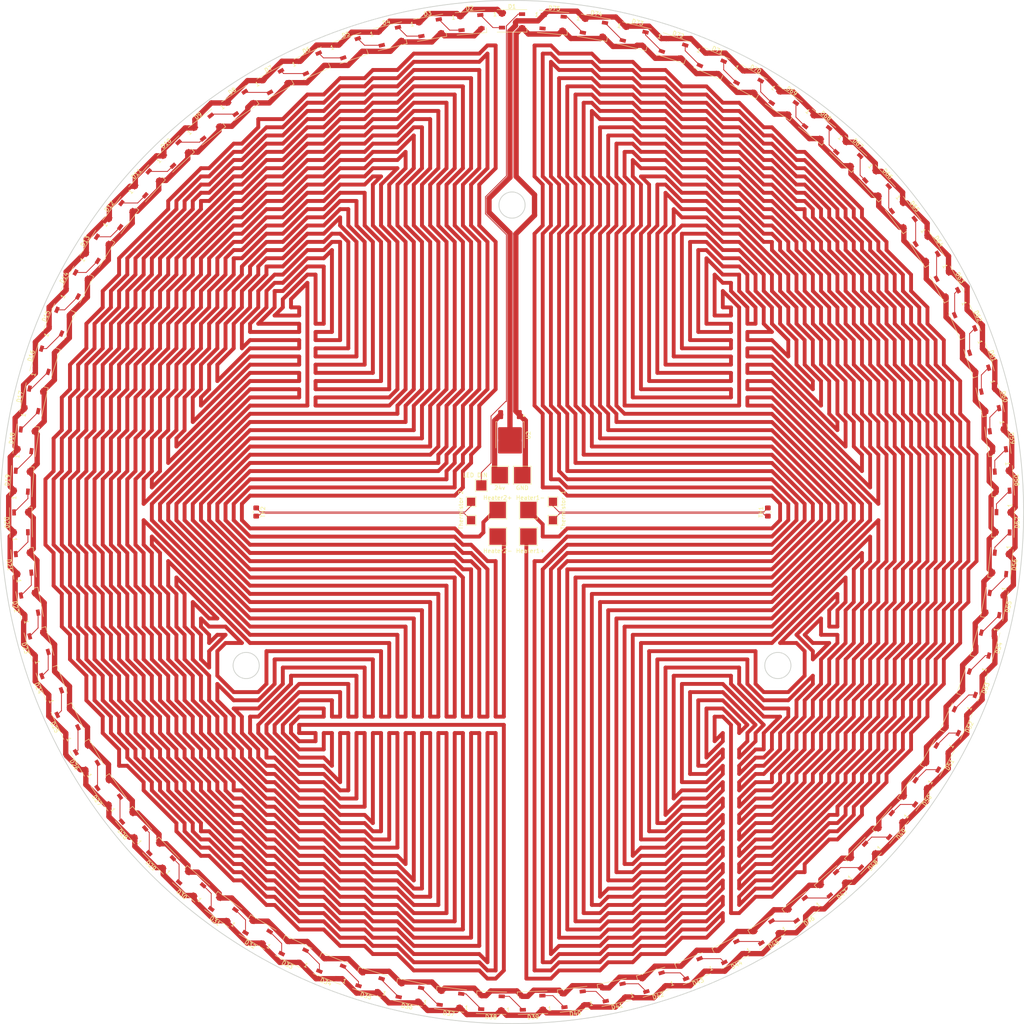
<source format=kicad_pcb>
(kicad_pcb (version 20240108) (generator "pcbnew") (generator_version "8.0")
  (layers (0 "F.Cu" signal) (31 "B.Cu" signal) (34 "B.Paste" user) (35 "F.Paste" user) (36 "B.SilkS" user "B.Silkscreen") (37 "F.SilkS" user "F.Silkscreen") (38 "B.Mask" user) (39 "F.Mask" user) (44 "Edge.Cuts" user))
  (net 0 "")
  (net 1 "Net-(D1-DOUT)")
  (net 2 "+5V")
  (net 3 "Net-(D1-DIN)")
  (net 4 "GND")
  (net 5 "Net-(D2-DOUT)")
  (net 6 "Net-(D3-DOUT)")
  (net 7 "Net-(D4-DOUT)")
  (net 8 "Net-(D5-DOUT)")
  (net 9 "Net-(D6-DOUT)")
  (net 10 "Net-(D7-DOUT)")
  (net 11 "Net-(D8-DOUT)")
  (net 12 "Net-(D10-DIN)")
  (net 13 "Net-(D10-DOUT)")
  (net 14 "Net-(D11-DOUT)")
  (net 15 "Net-(D12-DOUT)")
  (net 16 "Net-(D13-DOUT)")
  (net 17 "Net-(D14-DOUT)")
  (net 18 "Net-(D15-DOUT)")
  (net 19 "Net-(D16-DOUT)")
  (net 20 "Net-(D17-DOUT)")
  (net 21 "Net-(D18-DOUT)")
  (net 22 "Net-(D20-DOUT)")
  (net 23 "Net-(D21-DOUT)")
  (net 24 "Net-(D22-DOUT)")
  (net 25 "Net-(D23-DOUT)")
  (net 26 "Net-(D24-DOUT)")
  (net 27 "Net-(D25-DOUT)")
  (net 28 "Net-(D26-DOUT)")
  (net 29 "Net-(D27-DOUT)")
  (net 30 "Net-(D28-DOUT)")
  (net 31 "Net-(D29-DOUT)")
  (net 32 "Net-(D30-DOUT)")
  (net 33 "Net-(D31-DOUT)")
  (net 34 "Net-(D32-DOUT)")
  (net 35 "Net-(D33-DOUT)")
  (net 36 "Net-(D34-DOUT)")
  (net 37 "Net-(D35-DOUT)")
  (net 38 "Net-(D36-DOUT)")
  (net 39 "Net-(D37-DOUT)")
  (net 40 "Net-(D38-DOUT)")
  (net 41 "Net-(D39-DOUT)")
  (net 42 "Net-(D40-DOUT)")
  (net 43 "Net-(D41-DOUT)")
  (net 44 "Net-(D42-DOUT)")
  (net 45 "Net-(D43-DOUT)")
  (net 46 "Net-(D44-DOUT)")
  (net 47 "Net-(D45-DOUT)")
  (net 48 "Net-(D50-DOUT)")
  (net 49 "Net-(D51-DOUT)")
  (net 50 "Net-(D52-DOUT)")
  (net 51 "Net-(D53-DOUT)")
  (net 52 "Net-(D54-DOUT)")
  (net 53 "Net-(D55-DOUT)")
  (net 54 "Net-(D56-DOUT)")
  (net 55 "Net-(D57-DOUT)")
  (net 56 "Net-(D58-DOUT)")
  (net 57 "Net-(D59-DOUT)")
  (net 58 "Net-(D60-DOUT)")
  (net 59 "Net-(D61-DOUT)")
  (net 60 "Net-(D62-DOUT)")
  (net 61 "Net-(D63-DOUT)")
  (net 62 "Net-(D64-DOUT)")
  (net 63 "Net-(D65-DOUT)")
  (net 64 "Net-(D66-DOUT)")
  (net 65 "Net-(D67-DOUT)")
  (net 66 "Net-(D68-DOUT)")
  (net 67 "Net-(D69-DOUT)")
  (net 68 "Net-(D70-DOUT)")
  (net 70 "Net-(TH1-Pad1)")
  (net 71 "Net-(TH1-Pad2)")
  (net 72 "Net-(TH2-Pad1)")
  (net 73 "Net-(TH2-Pad2)")
  (net 74 "+24V")
  (net 75 "Net-(D19-DOUT)")
  (net 76 "Net-(D46-DOUT)")
  (net 77 "Net-(D47-DOUT)")
  (net 78 "Net-(D48-DOUT)")
  (net 79 "Net-(D49-DOUT)")
  (net 80 "Net-(D71-DOUT)")
  (net 81 "Net-(D72-DOUT)")
  (net 82 "Net-(D73-DOUT)")
  (net 83 "Net-(D74-DOUT)")
  (net 84 "/Heater 1")
  (net 85 "/Heater 2")
  (footprint "TestPoint:TestPoint_Pad_4.0x4.0mm" (layer "F.Cu") (at 196.5 156 -90)
    (property "Reference" "TP10")
    (property "Value" "Heater2-")
  )
  (footprint "LED_SMD:LED_WS2812B_PLCC4_5.0x5.0mm_P3.2mm" (layer "F.Cu") (at 160.536 36.6748 19)
    (property "Reference" "D5")
    (property "Value" "WS2812B")
  )
  (footprint "LED_SMD:LED_WS2812B_PLCC4_5.0x5.0mm_P3.2mm" (layer "F.Cu") (at 289.1774 69.7043 -48)
    (property "Reference" "D66")
    (property "Value" "WS2812B")
  )
  (footprint "LED_SMD:LED_WS2812B_PLCC4_5.0x5.0mm_P3.2mm" (layer "F.Cu") (at 314.1268 112.918 -72)
    (property "Reference" "D61")
    (property "Value" "WS2812B")
  )
  (footprint "LED_SMD:LED_WS2812B_PLCC4_5.0x5.0mm_P3.2mm" (layer "F.Cu") (at 125.4623 55.9568 38)
    (property "Reference" "D9")
    (property "Value" "WS2812B")
  )
  (footprint "LED_SMD:LED_WS2812B_PLCC4_5.0x5.0mm_P3.2mm" (layer "F.Cu") (at 121.5895 240.8394 139)
    (property "Reference" "D30")
    (property "Value" "WS2812B")
  )
  (footprint "LED_SMD:LED_WS2812B_PLCC4_5.0x5.0mm_P3.2mm" (layer "F.Cu") (at 133.593 50.0495 34)
    (property "Reference" "D8")
    (property "Value" "WS2812B")
  )
  (footprint "LED_SMD:LED_WS2812B_PLCC4_5.0x5.0mm_P3.2mm" (layer "F.Cu") (at 114.2633 233.9596 134)
    (property "Reference" "D29")
    (property "Value" "WS2812B")
  )
  (footprint "LED_SMD:LED_WS2812B_PLCC4_5.0x5.0mm_P3.2mm" (layer "F.Cu") (at 142.1896 44.8432 29)
    (property "Reference" "D7")
    (property "Value" "WS2812B")
  )
  (footprint "LED_SMD:LED_WS2812B_PLCC4_5.0x5.0mm_P3.2mm" (layer "F.Cu") (at 282.1457 62.5238 -43)
    (property "Reference" "D67")
    (property "Value" "WS2812B")
  )
  (footprint "LED_SMD:LED_WS2812B_PLCC4_5.0x5.0mm_P3.2mm" (layer "F.Cu") (at 82.1255 172.4858 101)
    (property "Reference" "D22")
    (property "Value" "WS2812B")
  )
  (footprint "LED_SMD:LED_WS2812B_PLCC4_5.0x5.0mm_P3.2mm" (layer "F.Cu") (at 189.9587 30.4209 5)
    (property "Reference" "D2")
    (property "Value" "WS2812B")
  )
  (footprint "Package_TO_SOT_SMD:TO-252-2" (layer "F.Cu") (at 199.5 131.24 -90)
    (property "Reference" "U2")
    (property "Value" "AZ1084CD-5.0TRG1")
  )
  (footprint "LED_SMD:LED_WS2812B_PLCC4_5.0x5.0mm_P3.2mm" (layer "F.Cu") (at 146.6438 257.4854 154)
    (property "Reference" "D33")
    (property "Value" "WS2812B")
  )
  (footprint "LED_SMD:LED_WS2812B_PLCC4_5.0x5.0mm_P3.2mm" (layer "F.Cu") (at 194.9749 269.8947 178)
    (property "Reference" "D38")
    (property "Value" "WS2812B")
  )
  (footprint "LED_SMD:LED_WS2812B_PLCC4_5.0x5.0mm_P3.2mm" (layer "F.Cu") (at 81.2873 132.47 82)
    (property "Reference" "D18")
    (property "Value" "WS2812B")
  )
  (footprint "LED_SMD:LED_WS2812B_PLCC4_5.0x5.0mm_P3.2mm" (layer "F.Cu") (at 87.5262 191.8286 110)
    (property "Reference" "D24")
    (property "Value" "WS2812B")
  )
  (footprint "LED_SMD:LED_WS2812B_PLCC4_5.0x5.0mm_P3.2mm" (layer "F.Cu") (at 101.4621 218.4856 125)
    (property "Reference" "D27")
    (property "Value" "WS2812B")
  )
  (footprint "LED_SMD:LED_WS2812B_PLCC4_5.0x5.0mm_P3.2mm" (layer "F.Cu") (at 266.407 50.0495 -34)
    (property "Reference" "D69")
    (property "Value" "WS2812B")
  )
  (footprint "Resistor_SMD:R_0805_2012Metric_Pad1.20x1.40mm_HandSolder" (layer "F.Cu") (at 137.5 150 -90)
    (property "Reference" "TH2")
    (property "Value" "NTC Thermistor 100kΩ 4200K")
  )
  (footprint "TestPoint:TestPoint_Pad_2.0x2.0mm" (layer "F.Cu") (at 190 152)
    (property "Reference" "TP7")
    (property "Value" "Thermistor 2")
  )
  (footprint "LED_SMD:LED_WS2812B_PLCC4_5.0x5.0mm_P3.2mm" (layer "F.Cu") (at 319.7632 142.4651 -86)
    (property "Reference" "D58")
    (property "Value" "WS2812B")
  )
  (footprint "LED_SMD:LED_WS2812B_PLCC4_5.0x5.0mm_P3.2mm" (layer "F.Cu") (at 262.1632 252.6437 -149)
    (property "Reference" "D45")
    (property "Value" "WS2812B")
  )
  (footprint "LED_SMD:LED_WS2812B_PLCC4_5.0x5.0mm_P3.2mm" (layer "F.Cu") (at 312.4738 191.8286 -110)
    (property "Reference" "D53")
    (property "Value" "WS2812B")
  )
  (footprint "LED_SMD:LED_WS2812B_PLCC4_5.0x5.0mm_P3.2mm" (layer "F.Cu") (at 248.8084 40.3745 -24)
    (property "Reference" "D71")
    (property "Value" "WS2812B")
  )
  (footprint "LED_SMD:LED_WS2812B_PLCC4_5.0x5.0mm_P3.2mm" (layer "F.Cu") (at 93.6556 94.4045 62)
    (property "Reference" "D14")
    (property "Value" "WS2812B")
  )
  (footprint "LED_SMD:LED_WS2812B_PLCC4_5.0x5.0mm_P3.2mm" (layer "F.Cu") (at 278.4105 240.8394 -139)
    (property "Reference" "D47")
    (property "Value" "WS2812B")
  )
  (footprint "LED_SMD:LED_WS2812B_PLCC4_5.0x5.0mm_P3.2mm" (layer "F.Cu") (at 239.464 36.6748 -19)
    (property "Reference" "D72")
    (property "Value" "WS2812B")
  )
  (footprint "LED_SMD:LED_WS2812B_PLCC4_5.0x5.0mm_P3.2mm" (layer "F.Cu") (at 151.1916 40.3745 24)
    (property "Reference" "D6")
    (property "Value" "WS2812B")
  )
  (footprint "LED_SMD:LED_WS2812B_PLCC4_5.0x5.0mm_P3.2mm" (layer "F.Cu") (at 84.4205 182.2704 106)
    (property "Reference" "D23")
    (property "Value" "WS2812B")
  )
  (footprint "LED_SMD:LED_WS2812B_PLCC4_5.0x5.0mm_P3.2mm" (layer "F.Cu") (at 129.4658 247.082 144)
    (property "Reference" "D31")
    (property "Value" "WS2812B")
  )
  (footprint "LED_SMD:LED_WS2812B_PLCC4_5.0x5.0mm_P3.2mm" (layer "F.Cu") (at 210.0413 30.4209 -5)
    (property "Reference" "D75")
    (property "Value" "WS2812B")
  )
  (footprint "TestPoint:TestPoint_Pad_2.0x2.0mm" (layer "F.Cu") (at 190 147.5)
    (property "Reference" "TP6")
    (property "Value" "Thermistor 2 Pad 1")
  )
  (footprint "LED_SMD:LED_WS2812B_PLCC4_5.0x5.0mm_P3.2mm" (layer "F.Cu") (at 110.8226 69.7043 48)
    (property "Reference" "D11")
    (property "Value" "WS2812B")
  )
  (footprint "TestPoint:TestPoint_Pad_2.0x2.0mm" (layer "F.Cu") (at 210 152 180)
    (property "Reference" "TP4")
    (property "Value" "Thermistor 1")
  )
  (footprint "TestPoint:TestPoint_Pad_4.0x4.0mm" (layer "F.Cu") (at 204 149.5 90)
    (property "Reference" "TP9")
    (property "Value" "Heater1-")
  )
  (footprint "LED_SMD:LED_WS2812B_PLCC4_5.0x5.0mm_P3.2mm" (layer "F.Cu") (at 96.077 210 120)
    (property "Reference" "D26")
    (property "Value" "WS2812B")
  )
  (footprint "TestPoint:TestPoint_Pad_4.0x4.0mm" (layer "F.Cu") (at 202.5 141)
    (property "Reference" "TP2")
    (property "Value" "GND")
  )
  (footprint "LED_SMD:LED_WS2812B_PLCC4_5.0x5.0mm_P3.2mm" (layer "F.Cu") (at 308.5792 201.0935 -115)
    (property "Reference" "D52")
    (property "Value" "WS2812B")
  )
  (footprint "LED_SMD:LED_WS2812B_PLCC4_5.0x5.0mm_P3.2mm" (layer "F.Cu") (at 319.3426 162.5434 -96)
    (property "Reference" "D56")
    (property "Value" "WS2812B")
  )
  (footprint "LED_SMD:LED_WS2812B_PLCC4_5.0x5.0mm_P3.2mm" (layer "F.Cu") (at 200 30)
    (property "Reference" "D1")
    (property "Value" "WS2812B")
  )
  (footprint "LED_SMD:LED_WS2812B_PLCC4_5.0x5.0mm_P3.2mm" (layer "F.Cu") (at 179.9878 31.6805 10)
    (property "Reference" "D3")
    (property "Value" "WS2812B")
  )
  (footprint "LED_SMD:LED_WS2812B_PLCC4_5.0x5.0mm_P3.2mm" (layer "F.Cu") (at 292.4616 226.4909 -130)
    (property "Reference" "D49")
    (property "Value" "WS2812B")
  )
  (footprint "LED_SMD:LED_WS2812B_PLCC4_5.0x5.0mm_P3.2mm" (layer "F.Cu") (at 80.2368 142.4651 86)
    (property "Reference" "D19")
    (property "Value" "WS2812B")
  )
  (footprint "LED_SMD:LED_WS2812B_PLCC4_5.0x5.0mm_P3.2mm" (layer "F.Cu") (at 317.8745 172.4858 -101)
    (property "Reference" "D55")
    (property "Value" "WS2812B")
  )
  (footprint "LED_SMD:LED_WS2812B_PLCC4_5.0x5.0mm_P3.2mm" (layer "F.Cu") (at 257.8104 44.8432 -29)
    (property "Reference" "D70")
    (property "Value" "WS2812B")
  )
  (footprint "LED_SMD:LED_WS2812B_PLCC4_5.0x5.0mm_P3.2mm" (layer "F.Cu") (at 253.3562 257.4854 -154)
    (property "Reference" "D44")
    (property "Value" "WS2812B")
  )
  (footprint "LED_SMD:LED_WS2812B_PLCC4_5.0x5.0mm_P3.2mm" (layer "F.Cu") (at 234.6838 264.8783 -163)
    (property "Reference" "D42")
    (property "Value" "WS2812B")
  )
  (footprint "LED_SMD:LED_WS2812B_PLCC4_5.0x5.0mm_P3.2mm" (layer "F.Cu") (at 80.6574 162.5434 96)
    (property "Reference" "D21")
    (property "Value" "WS2812B")
  )
  (footprint "TestPoint:TestPoint_Pad_2.5x2.5mm" (layer "F.Cu") (at 192.5 143.5)
    (property "Reference" "TP3")
    (property "Value" "LED DIN")
  )
  (footprint "LED_SMD:LED_WS2812B_PLCC4_5.0x5.0mm_P3.2mm" (layer "F.Cu") (at 107.5384 226.4909 130)
    (property "Reference" "D28")
    (property "Value" "WS2812B")
  )
  (footprint "LED_SMD:LED_WS2812B_PLCC4_5.0x5.0mm_P3.2mm" (layer "F.Cu") (at 270.5342 247.082 -144)
    (property "Reference" "D46")
    (property "Value" "WS2812B")
  )
  (footprint "LED_SMD:LED_WS2812B_PLCC4_5.0x5.0mm_P3.2mm" (layer "F.Cu") (at 104.4164 77.4481 53)
    (property "Reference" "D12")
    (property "Value" "WS2812B")
  )
  (footprint "LED_SMD:LED_WS2812B_PLCC4_5.0x5.0mm_P3.2mm" (layer "F.Cu") (at 117.8543 62.5238 43)
    (property "Reference" "D10")
    (property "Value" "WS2812B")
  )
  (footprint "LED_SMD:LED_WS2812B_PLCC4_5.0x5.0mm_P3.2mm" (layer "F.Cu") (at 318.7127 132.47 -82)
    (property "Reference" "D59")
    (property "Value" "WS2812B")
  )
  (footprint "TestPoint:TestPoint_Pad_4.0x4.0mm" (layer "F.Cu") (at 196.5 149.5 -90)
    (property "Reference" "TP11")
    (property "Value" "Heater2+")
  )
  (footprint "TestPoint:TestPoint_Pad_2.0x2.0mm" (layer "F.Cu") (at 210 147.5 180)
    (property "Reference" "TP5")
    (property "Value" "Thermistor 1 Pad 2")
  )
  (footprint "LED_SMD:LED_WS2812B_PLCC4_5.0x5.0mm_P3.2mm" (layer "F.Cu") (at 205.0251 269.8947 -178)
    (property "Reference" "D39")
    (property "Value" "WS2812B")
  )
  (footprint "LED_SMD:LED_WS2812B_PLCC4_5.0x5.0mm_P3.2mm" (layer "F.Cu") (at 165.3162 264.8783 163)
    (property "Reference" "D35")
    (property "Value" "WS2812B")
  )
  (footprint "LED_SMD:LED_WS2812B_PLCC4_5.0x5.0mm_P3.2mm" (layer "F.Cu") (at 155.8251 261.5732 158)
    (property "Reference" "D34")
    (property "Value" "WS2812B")
  )
  (footprint "LED_SMD:LED_WS2812B_PLCC4_5.0x5.0mm_P3.2mm" (layer "F.Cu") (at 89.3764 103.4981 67)
    (property "Reference" "D15")
    (property "Value" "WS2812B")
  )
  (footprint "LED_SMD:LED_WS2812B_PLCC4_5.0x5.0mm_P3.2mm" (layer "F.Cu") (at 184.96 269.0538 173)
    (property "Reference" "D37")
    (property "Value" "WS2812B")
  )
  (footprint "LED_SMD:LED_WS2812B_PLCC4_5.0x5.0mm_P3.2mm" (layer "F.Cu") (at 137.8368 252.6437 149)
    (property "Reference" "D32")
    (property "Value" "WS2812B")
  )
  (footprint "LED_SMD:LED_WS2812B_PLCC4_5.0x5.0mm_P3.2mm" (layer "F.Cu") (at 274.5377 55.9568 -38)
    (property "Reference" "D68")
    (property "Value" "WS2812B")
  )
  (footprint "LED_SMD:LED_WS2812B_PLCC4_5.0x5.0mm_P3.2mm" (layer "F.Cu") (at 295.5836 77.4481 -53)
    (property "Reference" "D65")
    (property "Value" "WS2812B")
  )
  (footprint "LED_SMD:LED_WS2812B_PLCC4_5.0x5.0mm_P3.2mm" (layer "F.Cu") (at 83.1705 122.5979 77)
    (property "Reference" "D17")
    (property "Value" "WS2812B")
  )
  (footprint "LED_SMD:LED_WS2812B_PLCC4_5.0x5.0mm_P3.2mm" (layer "F.Cu") (at 175.0506 267.3777 168)
    (property "Reference" "D36")
    (property "Value" "WS2812B")
  )
  (footprint "LED_SMD:LED_WS2812B_PLCC4_5.0x5.0mm_P3.2mm" (layer "F.Cu") (at 303.923 210 -120)
    (property "Reference" "D51")
    (property "Value" "WS2812B")
  )
  (footprint "LED_SMD:LED_WS2812B_PLCC4_5.0x5.0mm_P3.2mm" (layer "F.Cu") (at 310.6236 103.4981 -67)
    (property "Reference" "D62")
    (property "Value" "WS2812B")
  )
  (footprint "TestPoint:TestPoint_Pad_4.0x4.0mm" (layer "F.Cu") (at 197 141)
    (property "Reference" "TP1")
    (property "Value" "24v")
  )
  (footprint "LED_SMD:LED_WS2812B_PLCC4_5.0x5.0mm_P3.2mm" (layer "F.Cu") (at 98.6806 85.7008 58)
    (property "Reference" "D13")
    (property "Value" "WS2812B")
  )
  (footprint "LED_SMD:LED_WS2812B_PLCC4_5.0x5.0mm_P3.2mm" (layer "F.Cu") (at 285.7367 233.9596 -134)
    (property "Reference" "D48")
    (property "Value" "WS2812B")
  )
  (footprint "LED_SMD:LED_WS2812B_PLCC4_5.0x5.0mm_P3.2mm" (layer "F.Cu") (at 220.0122 31.6805 -10)
    (property "Reference" "D74")
    (property "Value" "WS2812B")
  )
  (footprint "LED_SMD:LED_WS2812B_PLCC4_5.0x5.0mm_P3.2mm" (layer "F.Cu") (at 244.1749 261.5732 -158)
    (property "Reference" "D43")
    (property "Value" "WS2812B")
  )
  (footprint "LED_SMD:LED_WS2812B_PLCC4_5.0x5.0mm_P3.2mm" (layer "F.Cu") (at 215.04 269.0538 -173)
    (property "Reference" "D40")
    (property "Value" "WS2812B")
  )
  (footprint "LED_SMD:LED_WS2812B_PLCC4_5.0x5.0mm_P3.2mm" (layer "F.Cu") (at 91.4208 201.0935 115)
    (property "Reference" "D25")
    (property "Value" "WS2812B")
  )
  (footprint "TestPoint:TestPoint_Pad_4.0x4.0mm" (layer "F.Cu") (at 204 156 90)
    (property "Reference" "TP8")
    (property "Value" "Heater1+")
  )
  (footprint "LED_SMD:LED_WS2812B_PLCC4_5.0x5.0mm_P3.2mm" (layer "F.Cu") (at 224.9494 267.3777 -168)
    (property "Reference" "D41")
    (property "Value" "WS2812B")
  )
  (footprint "LED_SMD:LED_WS2812B_PLCC4_5.0x5.0mm_P3.2mm" (layer "F.Cu") (at 301.3194 85.7008 -58)
    (property "Reference" "D64")
    (property "Value" "WS2812B")
  )
  (footprint "LED_SMD:LED_WS2812B_PLCC4_5.0x5.0mm_P3.2mm" (layer "F.Cu") (at 80.0263 152.5131 91)
    (property "Reference" "D20")
    (property "Value" "WS2812B")
  )
  (footprint "LED_SMD:LED_WS2812B_PLCC4_5.0x5.0mm_P3.2mm" (layer "F.Cu") (at 85.8732 112.918 72)
    (property "Reference" "D16")
    (property "Value" "WS2812B")
  )
  (footprint "LED_SMD:LED_WS2812B_PLCC4_5.0x5.0mm_P3.2mm" (layer "F.Cu") (at 315.5795 182.2704 -106)
    (property "Reference" "D54")
    (property "Value" "WS2812B")
  )
  (footprint "LED_SMD:LED_WS2812B_PLCC4_5.0x5.0mm_P3.2mm" (layer "F.Cu") (at 170.1572 33.77 14)
    (property "Reference" "D4")
    (property "Value" "WS2812B")
  )
  (footprint "LED_SMD:LED_WS2812B_PLCC4_5.0x5.0mm_P3.2mm" (layer "F.Cu") (at 316.8295 122.5979 -77)
    (property "Reference" "D60")
    (property "Value" "WS2812B")
  )
  (footprint "LED_SMD:LED_WS2812B_PLCC4_5.0x5.0mm_P3.2mm" (layer "F.Cu") (at 229.8428 33.77 -14)
    (property "Reference" "D73")
    (property "Value" "WS2812B")
  )
  (footprint "Resistor_SMD:R_0805_2012Metric_Pad1.20x1.40mm_HandSolder" (layer "F.Cu") (at 262.5 150 90)
    (property "Reference" "TH1")
    (property "Value" "NTC Thermistor 100kΩ 4200K")
  )
  (footprint "LED_SMD:LED_WS2812B_PLCC4_5.0x5.0mm_P3.2mm" (layer "F.Cu") (at 298.5379 218.4856 -125)
    (property "Reference" "D50")
    (property "Value" "WS2812B")
  )
  (footprint "LED_SMD:LED_WS2812B_PLCC4_5.0x5.0mm_P3.2mm" (layer "F.Cu") (at 319.9737 152.5131 -91)
    (property "Reference" "D57")
    (property "Value" "WS2812B")
  )
  (footprint "LED_SMD:LED_WS2812B_PLCC4_5.0x5.0mm_P3.2mm" (layer "F.Cu") (at 306.3444 94.4045 -62)
    (property "Reference" "D63")
    (property "Value" "WS2812B")
  )
  (gr_circle (center 200 75) (end 203.2 75) (stroke (width 0.2)) (fill none) (layer "Edge.Cuts"))
  (gr_circle (center 200 150) (end 325 150) (stroke (width 0.2)) (fill none) (layer "Edge.Cuts"))
  (gr_circle (center 135.048 187.5) (end 138.248 187.5) (stroke (width 0.2)) (fill none) (layer "Edge.Cuts"))
  (gr_circle (center 264.952 187.5) (end 268.152 187.5) (stroke (width 0.2)) (fill none) (layer "Edge.Cuts"))
  (segment (start 197.55 31.65) (end 195.341923 31.65) (width 0.2) (layer "F.Cu") (net 1))
  (segment (start 195.341923 31.65) (end 192.25557 28.563647) (width 0.2) (layer "F.Cu") (net 1))
  (segment (start 288.764219 64.81426) (end 283.596129 59.64617) (width 1.3) (layer "F.Cu") (net 2))
  (segment (start 167.176733 267.172514) (end 169.932579 269.92836) (width 1.3) (layer "F.Cu") (net 2))
  (segment (start 261.199393 257.894402) (end 265.113073 253.980722) (width 1.3) (layer "F.Cu") (net 2))
  (segment (start 139.087047 255.844855) (end 143.284611 260.042419) (width 1.3) (layer "F.Cu") (net 2))
  (segment (start 186.399766 271.780969) (end 187.190654 270.990081) (width 1.3) (layer "F.Cu") (net 2))
  (segment (start 271.725401 250.5) (end 271.725401 248.73754) (width 1.3) (layer "F.Cu") (net 2))
  (segment (start 114.778302 236.868169) (end 114.778302 238.508579) (width 1.3) (layer "F.Cu") (net 2))
  (segment (start 288.764219 66.77953) (end 288.764219 64.81426) (width 1.3) (layer "F.Cu") (net 2))
  (segment (start 157.4786 264.020839) (end 158.509852 264.020839) (width 1.3) (layer "F.Cu") (net 2))
  (segment (start 320.461542 176.323123) (end 320.461542 170.895522) (width 1.3) (layer "F.Cu") (net 2))
  (segment (start 86.813657 194.69518) (end 86.813657 199.864125) (width 1.3) (layer "F.Cu") (net 2))
  (segment (start 319.961668 170.395648) (end 322.5 167.857316) (width 1.3) (layer "F.Cu") (net 2))
  (segment (start 106.524715 229.428308) (end 107.849256 229.428308) (width 1.3) (layer "F.Cu") (net 2))
  (segment (start 265.298527 47.311566) (end 265.298527 46.768768) (width 1.3) (layer "F.Cu") (net 2))
  (segment (start 317.840895 180.370111) (end 317.840895 178.94377) (width 1.3) (layer "F.Cu") (net 2))
  (segment (start 77.020772 153.592986) (end 78.41931 154.991524) (width 1.3) (layer "F.Cu") (net 2))
  (segment (start 295.426902 71.911766) (end 290.294666 66.77953) (width 1.3) (layer "F.Cu") (net 2))
  (segment (start 197.365823 271.629199) (end 198.691723 272.955099) (width 1.3) (layer "F.Cu") (net 2))
  (segment (start 207.531191 271.458192) (end 208.451127 272.378128) (width 1.3) (layer "F.Cu") (net 2))
  (segment (start 322.5 161.539637) (end 321.239656 160.279293) (width 1.3) (layer "F.Cu") (net 2))
  (segment (start 169.932579 269.92836) (end 176.676674 269.92836) (width 1.3) (layer "F.Cu") (net 2))
  (segment (start 100.85581 78.411763) (end 95.983018 83.284555) (width 1.3) (layer "F.Cu") (net 2))
  (segment (start 91.210896 209.604567) (end 94.553091 212.946762) (width 1.3) (layer "F.Cu") (net 2))
  (segment (start 170.049967 30.092557) (end 167.380805 32.761719) (width 1.3) (layer "F.Cu") (net 2))
  (segment (start 227.688916 268.482259) (end 229.482259 268.482259) (width 1.3) (layer "F.Cu") (net 2))
  (segment (start 322.893711 151.319773) (end 321.666207 150.092269) (width 1.3) (layer "F.Cu") (net 2))
  (segment (start 322.931305 148.827171) (end 322.931305 141.598998) (width 1.3) (layer "F.Cu") (net 2))
  (segment (start 77.384413 156.026421) (end 77.384413 163.26433) (width 1.3) (layer "F.Cu") (net 2))
  (segment (start 317.840895 178.94377) (end 320.461542 176.323123) (width 1.3) (layer "F.Cu") (net 2))
  (segment (start 314.862242 195.818148) (end 314.862242 190.090686) (width 1.3) (layer "F.Cu") (net 2))
  (segment (start 78.594331 127.031265) (end 78.594331 133.94847) (width 1.3) (layer "F.Cu") (net 2))
  (segment (start 200.85 31.15) (end 200.85 30.35) (width 1.3) (layer "F.Cu") (net 2))
  (segment (start 206.034284 272.955099) (end 207.531191 271.458192) (width 1.3) (layer "F.Cu") (net 2))
  (segment (start 322.893711 158.625238) (end 322.893711 151.319773) (width 1.3) (layer "F.Cu") (net 2))
  (segment (start 79.312383 134.666522) (end 77.410502 136.568403) (width 1.3) (layer "F.Cu") (net 2))
  (segment (start 77.410502 136.568403) (end 77.410502 143.78462) (width 1.3) (layer "F.Cu") (net 2))
  (segment (start 265.113073 252.796183) (end 269.429218 252.796183) (width 1.3) (layer "F.Cu") (net 2))
  (segment (start 217.672822 270.392921) (end 218.892921 270.392921) (width 1.3) (layer "F.Cu") (net 2))
  (segment (start 317.962873 113.101955) (end 314.938952 110.078034) (width 1.3) (layer "F.Cu") (net 2))
  (segment (start 218.892921 270.392921) (end 219.447127 270.947127) (width 1.3) (layer "F.Cu") (net 2))
  (segment (start 281.479181 58.196971) (end 276.430422 53.148212) (width 1.3) (layer "F.Cu") (net 2))
  (segment (start 100.706089 221.438924) (end 101.515761 221.438924) (width 1.3) (layer "F.Cu") (net 2))
  (segment (start 127.397444 249.856952) (end 130.478046 249.856952) (width 1.3) (layer "F.Cu") (net 2))
  (segment (start 187.190654 270.990081) (end 188.984665 272.784092) (width 1.3) (layer "F.Cu") (net 2))
  (segment (start 113.042349 236.868169) (end 114.778302 236.868169) (width 1.3) (layer "F.Cu") (net 2))
  (segment (start 139.246845 44.587862) (end 135.396008 44.587862) (width 1.3) (layer "F.Cu") (net 2))
  (segment (start 86.813657 199.864125) (end 90.960806 204.011274) (width 1.3) (layer "F.Cu") (net 2))
  (segment (start 94.553091 212.946762) (end 95.873058 212.946762) (width 1.3) (layer "F.Cu") (net 2))
  (segment (start 320.461542 170.895522) (end 319.961668 170.395648) (width 1.3) (layer "F.Cu") (net 2))
  (segment (start 80.656739 124.259017) (end 81.011659 124.613937) (width 1.3) (layer "F.Cu") (net 2))
  (segment (start 314.938952 110.078034) (end 314.938952 104.351967) (width 1.3) (layer "F.Cu") (net 2))
  (segment (start 83.509729 185.080294) (end 83.509729 191.391252) (width 1.3) (layer "F.Cu") (net 2))
  (segment (start 95.873058 216.605893) (end 100.706089 221.438924) (width 1.3) (layer "F.Cu") (net 2))
  (segment (start 227.864746 31.576304) (end 225.346047 29.057605) (width 1.3) (layer "F.Cu") (net 2))
  (segment (start 139.087047 255.31987) (end 139.087047 255.844855) (width 1.3) (layer "F.Cu") (net 2))
  (segment (start 130.63919 49.34468) (end 130.63919 50.051611) (width 1.3) (layer "F.Cu") (net 2))
  (segment (start 167.380805 32.761719) (end 160.83291 32.761719) (width 1.3) (layer "F.Cu") (net 2))
  (segment (start 194.377 73.363266) (end 199.5 68.240266) (width 1.3) (layer "F.Cu") (net 2))
  (segment (start 152.233616 35.912337) (end 148.282298 39.863655) (width 1.3) (layer "F.Cu") (net 2))
  (segment (start 301.420378 79.476445) (end 296.442382 74.498449) (width 1.3) (layer "F.Cu") (net 2))
  (segment (start 113.134233 62.987962) (end 107.957041 68.165154) (width 1.3) (layer "F.Cu") (net 2))
  (segment (start 197.9 28) (end 197.55 28.35) (width 1.3) (layer "F.Cu") (net 2))
  (segment (start 283.469433 240.477326) (end 288.625524 235.321235) (width 1.3) (layer "F.Cu") (net 2))
  (segment (start 91.048531 91.308008) (end 91.048531 95.793092) (width 1.3) (layer "F.Cu") (net 2))
  (segment (start 80.669809 176.776785) (end 80.669809 182.240374) (width 1.3) (layer "F.Cu") (net 2))
  (segment (start 122.356041 244.815549) (end 127.397444 249.856952) (width 1.3) (layer "F.Cu") (net 2))
  (segment (start 215.882867 27.627056) (end 208.681021 27.627056) (width 1.3) (layer "F.Cu") (net 2))
  (segment (start 288.625524 233.343404) (end 290.164147 233.343404) (width 1.3) (layer "F.Cu") (net 2))
  (segment (start 307.651504 91.466651) (end 306.651059 91.466651) (width 1.3) (layer "F.Cu") (net 2))
  (segment (start 320.005669 129.814207) (end 320.445521 129.374355) (width 1.3) (layer "F.Cu") (net 2))
  (segment (start 234.576922 268.67213) (end 237.50916 265.739892) (width 1.3) (layer "F.Cu") (net 2))
  (segment (start 281.342034 241.904859) (end 281.342034 240.477326) (width 1.3) (layer "F.Cu") (net 2))
  (segment (start 322.5 167.857316) (end 322.5 161.539637) (width 1.3) (layer "F.Cu") (net 2))
  (segment (start 95.983018 86.904151) (end 95.452388 86.904151) (width 1.3) (layer "F.Cu") (net 2))
  (segment (start 311.185141 95.000288) (end 307.651504 91.466651) (width 1.3) (layer "F.Cu") (net 2))
  (segment (start 301.92231 82.748715) (end 301.420378 82.748715) (width 1.3) (layer "F.Cu") (net 2))
  (segment (start 157.682292 35.912337) (end 152.233616 35.912337) (width 1.3) (layer "F.Cu") (net 2))
  (segment (start 306.651059 91.466651) (end 306.651059 87.477464) (width 1.3) (layer "F.Cu") (net 2))
  (segment (start 81.011659 124.613937) (end 78.594331 127.031265) (width 1.3) (layer "F.Cu") (net 2))
  (segment (start 86.900276 105.108631) (end 83.546865 108.462042) (width 1.3) (layer "F.Cu") (net 2))
  (segment (start 296.261463 225.674692) (end 301.294764 220.641391) (width 1.3) (layer "F.Cu") (net 2))
  (segment (start 130.478046 250.463475) (end 135.334441 255.31987) (width 1.3) (layer "F.Cu") (net 2))
  (segment (start 218.458464 29.057605) (end 217.88594 29.630129) (width 1.3) (layer "F.Cu") (net 2))
  (segment (start 122.515834 54.071603) (end 122.515834 56.164953) (width 1.3) (layer "F.Cu") (net 2))
  (segment (start 78.603493 172.835818) (end 80.973297 175.205622) (width 1.3) (layer "F.Cu") (net 2))
  (segment (start 188.984665 272.784092) (end 196.21093 272.784092) (width 1.3) (layer "F.Cu") (net 2))
  (segment (start 256.281558 257.894402) (end 261.199393 257.894402) (width 1.3) (layer "F.Cu") (net 2))
  (segment (start 107.849256 231.675076) (end 113.042349 236.868169) (width 1.3) (layer "F.Cu") (net 2))
  (segment (start 320.445521 129.374355) (end 320.445521 122.398964) (width 1.3) (layer "F.Cu") (net 2))
  (segment (start 83.509729 191.391252) (end 86.813657 194.69518) (width 1.3) (layer "F.Cu") (net 2))
  (segment (start 79.272534 165.152451) (end 78.603493 165.821492) (width 1.3) (layer "F.Cu") (net 2))
  (segment (start 176.900054 30.092557) (end 170.049967 30.092557) (width 1.3) (layer "F.Cu") (net 2))
  (segment (start 95.452388 86.904151) (end 91.048531 91.308008) (width 1.3) (layer "F.Cu") (net 2))
  (segment (start 268.649934 47.311566) (end 265.298527 47.311566) (width 1.3) (layer "F.Cu") (net 2))
  (segment (start 143.284611 260.042419) (end 148.122533 260.042419) (width 1.3) (layer "F.Cu") (net 2))
  (segment (start 322.087616 131.896154) (end 320.005669 129.814207) (width 1.3) (layer "F.Cu") (net 2))
  (segment (start 114.937186 61.354696) (end 114.937186 62.987962) (width 1.3) (layer "F.Cu") (net 2))
  (segment (start 215.687615 272.378128) (end 217.672822 270.392921) (width 1.3) (layer "F.Cu") (net 2))
  (segment (start 83.546865 116.102736) (end 80.656739 118.992862) (width 1.3) (layer "F.Cu") (net 2))
  (segment (start 77.410502 143.78462) (end 78.419916 144.794034) (width 1.3) (layer "F.Cu") (net 2))
  (segment (start 107.957041 70.420939) (end 106.670708 70.420939) (width 1.3) (layer "F.Cu") (net 2))
  (segment (start 208.451127 272.378128) (end 215.687615 272.378128) (width 1.3) (layer "F.Cu") (net 2))
  (segment (start 139.246845 44.391748) (end 139.246845 44.587862) (width 1.3) (layer "F.Cu") (net 2))
  (segment (start 252.125869 37.870645) (end 247.241329 37.870645) (width 1.3) (layer "F.Cu") (net 2))
  (segment (start 201.2 30) (end 206.308077 30) (width 1.3) (layer "F.Cu") (net 2))
  (segment (start 295.300402 228.207149) (end 295.300402 225.674692) (width 1.3) (layer "F.Cu") (net 2))
  (segment (start 148.282298 39.863655) (end 143.774938 39.863655) (width 1.3) (layer "F.Cu") (net 2))
  (segment (start 311.110023 199.570367) (end 314.862242 195.818148) (width 1.3) (layer "F.Cu") (net 2))
  (segment (start 86.900276 99.941347) (end 86.900276 105.108631) (width 1.3) (layer "F.Cu") (net 2))
  (segment (start 91.048531 95.793092) (end 86.900276 99.941347) (width 1.3) (layer "F.Cu") (net 2))
  (segment (start 196.21093 272.784092) (end 197.365823 271.629199) (width 1.3) (layer "F.Cu") (net 2))
  (segment (start 295.300402 225.674692) (end 296.261463 225.674692) (width 1.3) (layer "F.Cu") (net 2))
  (segment (start 80.973297 176.473297) (end 80.669809 176.776785) (width 1.3) (layer "F.Cu") (net 2))
  (segment (start 247.241329 37.870645) (end 243.687736 34.317052) (width 1.3) (layer "F.Cu") (net 2))
  (segment (start 321.238277 139.90597) (end 322.087616 139.056631) (width 1.3) (layer "F.Cu") (net 2))
  (segment (start 320.445521 122.398964) (end 317.886081 119.839524) (width 1.3) (layer "F.Cu") (net 2))
  (segment (start 233.444982 31.293645) (end 228.147405 31.293645) (width 1.3) (layer "F.Cu") (net 2))
  (segment (start 78.41931 154.991524) (end 77.384413 156.026421) (width 1.3) (layer "F.Cu") (net 2))
  (segment (start 90.960806 209.138252) (end 91.210896 209.604567) (width 1.3) (layer "F.Cu") (net 2))
  (segment (start 288.625524 235.321235) (end 288.625524 233.343404) (width 1.3) (layer "F.Cu") (net 2))
  (segment (start 200.85 30.35) (end 201.2 30) (width 1.3) (layer "F.Cu") (net 2))
  (segment (start 152.100953 264.020839) (end 157.4786 264.020839) (width 1.3) (layer "F.Cu") (net 2))
  (segment (start 148.122533 260.042419) (end 152.100953 264.020839) (width 1.3) (layer "F.Cu") (net 2))
  (segment (start 229.67213 268.67213) (end 234.576922 268.67213) (width 1.3) (layer "F.Cu") (net 2))
  (segment (start 273.486137 246.976804) (end 276.270089 246.976804) (width 1.3) (layer "F.Cu") (net 2))
  (segment (start 101.515761 221.438924) (end 101.515761 224.419354) (width 1.3) (layer "F.Cu") (net 2))
  (segment (start 321.239656 160.279293) (end 322.893711 158.625238) (width 1.3) (layer "F.Cu") (net 2))
  (segment (start 321.666207 150.092269) (end 322.931305 148.827171) (width 1.3) (layer "F.Cu") (net 2))
  (segment (start 126.535826 50.051611) (end 122.515834 54.071603) (width 1.3) (layer "F.Cu") (net 2))
  (segment (start 101.624205 78.411763) (end 100.85581 78.411763) (width 1.3) (layer "F.Cu") (net 2))
  (segment (start 189.164933 27.199993) (end 187.374216 28.99071) (width 1.3) (layer "F.Cu") (net 2))
  (segment (start 160.83291 32.761719) (end 157.682292 35.912337) (width 1.3) (layer "F.Cu") (net 2))
  (segment (start 317.886081 118.613919) (end 317.962873 118.537127) (width 1.3) (layer "F.Cu") (net 2))
  (segment (start 206.308077 30) (end 207.74443 28.563647) (width 1.3) (layer "F.Cu") (net 2))
  (segment (start 306.576942 212.692249) (end 306.576942 208.703238) (width 1.3) (layer "F.Cu") (net 2))
  (segment (start 228.147405 31.293645) (end 227.864746 31.576304) (width 1.3) (layer "F.Cu") (net 2))
  (segment (start 107.957041 68.165154) (end 107.957041 70.420939) (width 1.3) (layer "F.Cu") (net 2))
  (segment (start 176.676674 269.92836) (end 177.104007 269.501027) (width 1.3) (layer "F.Cu") (net 2))
  (segment (start 198.691723 272.955099) (end 206.034284 272.955099) (width 1.3) (layer "F.Cu") (net 2))
  (segment (start 314.862242 190.090686) (end 317.979567 186.973361) (width 1.3) (layer "F.Cu") (net 2))
  (segment (start 273.622915 53.148212) (end 273.622915 52.284547) (width 1.3) (layer "F.Cu") (net 2))
  (segment (start 80.669809 182.240374) (end 83.509729 185.080294) (width 1.3) (layer "F.Cu") (net 2))
  (segment (start 225.346047 29.057605) (end 218.458464 29.057605) (width 1.3) (layer "F.Cu") (net 2))
  (segment (start 135.396008 44.587862) (end 130.63919 49.34468) (width 1.3) (layer "F.Cu") (net 2))
  (segment (start 90.960806 204.011274) (end 90.960806 209.138252) (width 1.3) (layer "F.Cu") (net 2))
  (segment (start 269.429218 252.796183) (end 271.725401 250.5) (width 1.3) (layer "F.Cu") (net 2))
  (segment (start 317.840895 180.370111) (end 317.979567 180.508783) (width 1.3) (layer "F.Cu") (net 2))
  (segment (start 208.681021 27.627056) (end 207.74443 28.563647) (width 1.3) (layer "F.Cu") (net 2))
  (segment (start 80.656739 118.992862) (end 80.656739 124.259017) (width 1.3) (layer "F.Cu") (net 2))
  (segment (start 120.126929 56.164953) (end 114.937186 61.354696) (width 1.3) (layer "F.Cu") (net 2))
  (segment (start 114.778302 238.508579) (end 119.961738 243.692015) (width 1.3) (layer "F.Cu") (net 2))
  (segment (start 225.224048 270.947127) (end 227.688916 268.482259) (width 1.3) (layer "F.Cu") (net 2))
  (segment (start 119.961738 243.692015) (end 122.356041 243.692015) (width 1.3) (layer "F.Cu") (net 2))
  (segment (start 199.5 81.879867) (end 194.377 76.756867) (width 1.3) (layer "F.Cu") (net 2))
  (segment (start 177.104007 269.501027) (end 179.383949 271.780969) (width 1.3) (layer "F.Cu") (net 2))
  (segment (start 101.624205 75.467442) (end 101.624205 78.411763) (width 1.3) (layer "F.Cu") (net 2))
  (segment (start 306.651059 87.477464) (end 301.92231 82.748715) (width 1.3) (layer "F.Cu") (net 2))
  (segment (start 122.515834 56.164953) (end 120.126929 56.164953) (width 1.3) (layer "F.Cu") (net 2))
  (segment (start 290.164147 233.343404) (end 295.300402 228.207149) (width 1.3) (layer "F.Cu") (net 2))
  (segment (start 301.420378 82.748715) (end 301.420378 79.476445) (width 1.3) (layer "F.Cu") (net 2))
  (segment (start 219.447127 270.947127) (end 225.224048 270.947127) (width 1.3) (layer "F.Cu") (net 2))
  (segment (start 295.426902 74.498449) (end 295.426902 71.911766) (width 1.3) (layer "F.Cu") (net 2))
  (segment (start 283.596129 59.64617) (end 281.479181 59.64617) (width 1.3) (layer "F.Cu") (net 2))
  (segment (start 322.931305 141.598998) (end 321.238277 139.90597) (width 1.3) (layer "F.Cu") (net 2))
  (segment (start 265.298527 46.768768) (end 260.742053 42.212294) (width 1.3) (layer "F.Cu") (net 2))
  (segment (start 217.88594 29.630129) (end 215.882867 27.627056) (width 1.3) (layer "F.Cu") (net 2))
  (segment (start 237.50916 265.739892) (end 243.509975 265.739892) (width 1.3) (layer "F.Cu") (net 2))
  (segment (start 186.590235 28.206729) (end 179.562778 28.206729) (width 1.3) (layer "F.Cu") (net 2))
  (segment (start 197.55 28.35) (end 196.399993 27.199993) (width 1.3) (layer "F.Cu") (net 2))
  (segment (start 317.886081 119.839524) (end 317.886081 118.613919) (width 1.3) (layer "F.Cu") (net 2))
  (segment (start 322.087616 139.056631) (end 322.087616 131.896154) (width 1.3) (layer "F.Cu") (net 2))
  (segment (start 199.5 132.5) (end 199.5 81.879867) (width 1.3) (layer "F.Cu") (net 2))
  (segment (start 199.5 68.240266) (end 199.5 32.5) (width 1.3) (layer "F.Cu") (net 2))
  (segment (start 83.546865 108.462042) (end 83.546865 114.738211) (width 1.3) (layer "F.Cu") (net 2))
  (segment (start 306.576942 208.703238) (end 311.110023 204.170157) (width 1.3) (layer "F.Cu") (net 2))
  (segment (start 179.383949 271.780969) (end 186.399766 271.780969) (width 1.3) (layer "F.Cu") (net 2))
  (segment (start 276.430422 53.148212) (end 273.622915 53.148212) (width 1.3) (layer "F.Cu") (net 2))
  (segment (start 77.384413 163.26433) (end 79.272534 165.152451) (width 1.3) (layer "F.Cu") (net 2))
  (segment (start 314.938952 104.351967) (end 311.185141 100.598156) (width 1.3) (layer "F.Cu") (net 2))
  (segment (start 196.399993 27.199993) (end 189.164933 27.199993) (width 1.3) (layer "F.Cu") (net 2))
  (segment (start 301.844112 217.425079) (end 306.576942 212.692249) (width 1.3) (layer "F.Cu") (net 2))
  (segment (start 243.509975 265.739892) (end 247.064601 262.185266) (width 1.3) (layer "F.Cu") (net 2))
  (segment (start 251.990694 262.185266) (end 256.281558 257.894402) (width 1.3) (layer "F.Cu") (net 2))
  (segment (start 301.294764 220.641391) (end 301.294764 217.425079) (width 1.3) (layer "F.Cu") (net 2))
  (segment (start 301.294764 217.425079) (end 301.844112 217.425079) (width 1.3) (layer "F.Cu") (net 2))
  (segment (start 83.546865 114.738211) (end 83.546865 116.102736) (width 1.3) (layer "F.Cu") (net 2))
  (segment (start 78.594331 133.94847) (end 79.312383 134.666522) (width 1.3) (layer "F.Cu") (net 2))
  (segment (start 78.419916 144.794034) (end 77.020772 146.193178) (width 1.3) (layer "F.Cu") (net 2))
  (segment (start 311.185141 100.598156) (end 311.185141 95.000288) (width 1.3) (layer "F.Cu") (net 2))
  (segment (start 199.5 32.5) (end 200.85 31.15) (width 1.3) (layer "F.Cu") (net 2))
  (segment (start 317.962873 118.537127) (end 317.962873 113.101955) (width 1.3) (layer "F.Cu") (net 2))
  (segment (start 260.742053 42.212294) (end 256.467518 42.212294) (width 1.3) (layer "F.Cu") (net 2))
  (segment (start 78.603493 165.821492) (end 78.603493 172.835818) (width 1.3) (layer "F.Cu") (net 2))
  (segment (start 273.622915 52.284547) (end 268.649934 47.311566) (width 1.3) (layer "F.Cu") (net 2))
  (segment (start 143.774938 39.863655) (end 139.246845 44.391748) (width 1.3) (layer "F.Cu") (net 2))
  (segment (start 290.294666 66.77953) (end 288.764219 66.77953) (width 1.3) (layer "F.Cu") (net 2))
  (segment (start 256.467518 42.212294) (end 252.125869 37.870645) (width 1.3) (layer "F.Cu") (net 2))
  (segment (start 162.021908 267.532895) (end 166.816352 267.532895) (width 1.3) (layer "F.Cu") (net 2))
  (segment (start 229.482259 268.482259) (end 229.67213 268.67213) (width 1.3) (layer "F.Cu") (net 2))
  (segment (start 177.288502 30.481005) (end 176.900054 30.092557) (width 1.3) (layer "F.Cu") (net 2))
  (segment (start 296.442382 74.498449) (end 295.426902 74.498449) (width 1.3) (layer "F.Cu") (net 2))
  (segment (start 187.374216 28.99071) (end 186.590235 28.206729) (width 1.3) (layer "F.Cu") (net 2))
  (segment (start 166.816352 267.532895) (end 167.176733 267.172514) (width 1.3) (layer "F.Cu") (net 2))
  (segment (start 179.562778 28.206729) (end 177.288502 30.481005) (width 1.3) (layer "F.Cu") (net 2))
  (segment (start 80.973297 175.205622) (end 80.973297 176.473297) (width 1.3) (layer "F.Cu") (net 2))
  (segment (start 158.509852 264.020839) (end 162.021908 267.532895) (width 1.3) (layer "F.Cu") (net 2))
  (segment (start 237.684667 34.317052) (end 236.468389 34.317052) (width 1.3) (layer "F.Cu") (net 2))
  (segment (start 271.725401 248.73754) (end 273.486137 246.976804) (width 1.3) (layer "F.Cu") (net 2))
  (segment (start 114.937186 62.987962) (end 113.134233 62.987962) (width 1.3) (layer "F.Cu") (net 2))
  (segment (start 317.979567 186.973361) (end 317.979567 180.508783) (width 1.3) (layer "F.Cu") (net 2))
  (segment (start 194.377 76.756867) (end 194.377 73.363266) (width 1.3) (layer "F.Cu") (net 2))
  (segment (start 77.020772 146.193178) (end 77.020772 153.592986) (width 1.3) (layer "F.Cu") (net 2))
  (segment (start 101.515761 224.419354) (end 106.524715 229.428308) (width 1.3) (layer "F.Cu") (net 2))
  (segment (start 135.334441 255.31987) (end 139.087047 255.31987) (width 1.3) (layer "F.Cu") (net 2))
  (segment (start 276.270089 246.976804) (end 281.342034 241.904859) (width 1.3) (layer "F.Cu") (net 2))
  (segment (start 243.687736 34.317052) (end 237.684667 34.317052) (width 1.3) (layer "F.Cu") (net 2))
  (segment (start 281.479181 59.64617) (end 281.479181 58.196971) (width 1.3) (layer "F.Cu") (net 2))
  (segment (start 236.468389 34.317052) (end 233.444982 31.293645) (width 1.3) (layer "F.Cu") (net 2))
  (segment (start 281.342034 240.477326) (end 283.469433 240.477326) (width 1.3) (layer "F.Cu") (net 2))
  (segment (start 95.983018 83.284555) (end 95.983018 86.904151) (width 1.3) (layer "F.Cu") (net 2))
  (segment (start 265.113073 253.980722) (end 265.113073 252.796183) (width 1.3) (layer "F.Cu") (net 2))
  (segment (start 107.849256 229.428308) (end 107.849256 231.675076) (width 1.3) (layer "F.Cu") (net 2))
  (segment (start 130.478046 249.856952) (end 130.478046 250.463475) (width 1.3) (layer "F.Cu") (net 2))
  (segment (start 247.064601 262.185266) (end 251.990694 262.185266) (width 1.3) (layer "F.Cu") (net 2))
  (segment (start 311.110023 204.170157) (end 311.110023 199.570367) (width 1.3) (layer "F.Cu") (net 2))
  (segment (start 106.670708 70.420939) (end 101.624205 75.467442) (width 1.3) (layer "F.Cu") (net 2))
  (segment (start 130.63919 50.051611) (end 126.535826 50.051611) (width 1.3) (layer "F.Cu") (net 2))
  (segment (start 95.873058 212.946762) (end 95.873058 216.605893) (width 1.3) (layer "F.Cu") (net 2))
  (segment (start 122.356041 243.692015) (end 122.356041 244.815549) (width 1.3) (layer "F.Cu") (net 2))
  (segment (start 198.435256 123) (end 194.873 126.562256) (width 0.2) (layer "F.Cu") (net 3))
  (segment (start 202.45 28.35) (end 201.5 28.35) (width 0.2) (layer "F.Cu") (net 3))
  (segment (start 194.873 138) (end 192.5 140.373) (width 0.2) (layer "F.Cu") (net 3))
  (segment (start 192.5 140.373) (end 192.5 143.5) (width 0.2) (layer "F.Cu") (net 3))
  (segment (start 193.5 77.120133) (end 198.623 82.243133) (width 0.2) (layer "F.Cu") (net 3))
  (segment (start 194.873 126.562256) (end 194.873 138) (width 0.2) (layer "F.Cu") (net 3))
  (segment (start 198.623 31.227) (end 198.623 67.877) (width 0.2) (layer "F.Cu") (net 3))
  (segment (start 198.623 123) (end 198.435256 123) (width 0.2) (layer "F.Cu") (net 3))
  (segment (start 198.623 67.877) (end 193.5 73) (width 0.2) (layer "F.Cu") (net 3))
  (segment (start 193.5 73) (end 193.5 77.120133) (width 0.2) (layer "F.Cu") (net 3))
  (segment (start 201.5 28.35) (end 198.623 31.227) (width 0.2) (layer "F.Cu") (net 3))
  (segment (start 198.623 82.243133) (end 198.623 123) (width 0.2) (layer "F.Cu") (net 3))
  (segment (start 301.218422 88.652885) (end 300.687792 88.652885) (width 1.3) (layer "F.Cu") (net 4))
  (segment (start 306.037741 97.342349) (end 305.528084 97.342349) (width 1.3) (layer "F.Cu") (net 4))
  (segment (start 145.165067 254.928381) (end 149.97442 254.928381) (width 1.3) (layer "F.Cu") (net 4))
  (segment (start 108.552085 223.553492) (end 113.748298 228.749705) (width 1.3) (layer "F.Cu") (net 4))
  (segment (start 96.280942 202.575874) (end 96.280942 207.053238) (width 1.3) (layer "F.Cu") (net 4))
  (segment (start 212.407178 267.714679) (end 212.785321 267.714679) (width 1.3) (layer "F.Cu") (net 4))
  (segment (start 250.375471 42.878355) (end 245.08914 42.878355) (width 1.3) (layer "F.Cu") (net 4))
  (segment (start 267.582263 247.187196) (end 267.582263 246.274664) (width 1.3) (layer "F.Cu") (net 4))
  (segment (start 316.595095 135.950429) (end 317.419731 135.125793) (width 1.3) (layer "F.Cu") (net 4))
  (segment (start 128.408766 56.867134) (end 123.216262 62.059638) (width 1.3) (layer "F.Cu") (net 4))
  (segment (start 96.262669 93.015908) (end 96.262669 97.477424) (width 1.3) (layer "F.Cu") (net 4))
  (segment (start 180.438867 264.82704) (end 182.729346 267.117519) (width 1.3) (layer "F.Cu") (net 4))
  (segment (start 131.552483 55.748647) (end 128.408766 55.748647) (width 1.3) (layer "F.Cu") (net 4))
  (segment (start 267.515473 53.635883) (end 267.515473 52.787434) (width 1.3) (layer "F.Cu") (net 4))
  (segment (start 300.814083 211.296762) (end 301.269058 211.296762) (width 1.3) (layer "F.Cu") (net 4))
  (segment (start 203.25 127.67) (end 201.78 126.2) (width 1.3) (layer "F.Cu") (net 4))
  (segment (start 259.153282 47.77665) (end 259.153282 47.474106) (width 1.3) (layer "F.Cu") (net 4))
  (segment (start 88.238743 188.96202) (end 91.880794 192.604071) (width 1.3) (layer "F.Cu") (net 4))
  (segment (start 192.583977 268.160201) (end 193.660201 268.160201) (width 1.3) (layer "F.Cu") (net 4))
  (segment (start 317.419731 134.080269) (end 315.337784 131.998322) (width 1.3) (layer "F.Cu") (net 4))
  (segment (start 203.831208 268.331208) (end 205.328115 266.834301) (width 1.3) (layer "F.Cu") (net 4))
  (segment (start 101.408439 211.66112) (end 101.408439 215.532276) (width 1.3) (layer "F.Cu") (net 4))
  (segment (start 136.586553 249.96753) (end 140.339159 249.96753) (width 1.3) (layer "F.Cu") (net 4))
  (segment (start 263.992363 247.187196) (end 267.582263 247.187196) (width 1.3) (layer "F.Cu") (net 4))
  (segment (start 306.048377 197.603495) (end 310.085358 193.566514) (width 1.3) (layer "F.Cu") (net 4))
  (segment (start 135.449227 51.144972) (end 135.449227 51.851903) (width 1.3) (layer "F.Cu") (net 4))
  (segment (start 317.053689 146.258664) (end 318.288123 145.02423) (width 1.3) (layer "F.Cu") (net 4))
  (segment (start 221.666215 265.729472) (end 222.209884 266.273141) (width 1.3) (layer "F.Cu") (net 4))
  (segment (start 96.772326 93.015908) (end 96.262669 93.015908) (width 1.3) (layer "F.Cu") (net 4))
  (segment (start 316.595095 142.518849) (end 316.595095 135.950429) (width 1.3) (layer "F.Cu") (net 4))
  (segment (start 183.520234 266.326631) (end 190.750407 266.326631) (width 1.3) (layer "F.Cu") (net 4))
  (segment (start 317.445544 164.807507) (end 316.581803 163.943766) (width 1.3) (layer "F.Cu") (net 4))
  (segment (start 83.063098 148.604868) (end 81.63329 150.034676) (width 1.3) (layer "F.Cu") (net 4))
  (segment (start 173.424526 264.82704) (end 180.438867 264.82704) (width 1.3) (layer "F.Cu") (net 4))
  (segment (start 313.318105 182.818105) (end 313.179433 182.679433) (width 1.3) (layer "F.Cu") (net 4))
  (segment (start 289.622798 224.774651) (end 294.851328 219.546121) (width 1.3) (layer "F.Cu") (net 4))
  (segment (start 190.752467 33.641807) (end 183.44891 33.641807) (width 1.3) (layer "F.Cu") (net 4))
  (segment (start 182.687098 32.879995) (end 180.412822 35.154271) (width 1.3) (layer "F.Cu") (net 4))
  (segment (start 226.287366 263.656327) (end 231.498059 263.656327) (width 1.3) (layer "F.Cu") (net 4))
  (segment (start 183.44891 33.641807) (end 182.687098 32.879995) (width 1.3) (layer "F.Cu") (net 4))
  (segment (start 145.132355 45.613048) (end 140.698014 50.047389) (width 1.3) (layer "F.Cu") (net 4))
  (segment (start 282.847876 232.597965) (end 288.138733 227.307108) (width 1.3) (layer "F.Cu") (net 4))
  (segment (start 91.852524 107.4448) (end 88.199535 111.097789) (width 1.3) (layer "F.Cu") (net 4))
  (segment (start 205.5 77.5) (end 205.5 72.5) (width 1.3) (layer "F.Cu") (net 4))
  (segment (start 140.698014 50.047389) (end 136.54681 50.047389) (width 1.3) (layer "F.Cu") (net 4))
  (segment (start 315.787332 174.575952) (end 315.287458 174.076078) (width 1.3) (layer "F.Cu") (net 4))
  (segment (start 241.355393 39.144607) (end 235.001765 39.144607) (width 1.3) (layer "F.Cu") (net 4))
  (segment (start 128.408766 55.748647) (end 128.408766 56.867134) (width 1.3) (layer "F.Cu") (net 4))
  (segment (start 190.750407 266.326631) (end 192.583977 268.160201) (width 1.3) (layer "F.Cu") (net 4))
  (segment (start 202.5 141) (end 203.25 140.25) (width 1.3) (layer "F.Cu") (net 4))
  (segment (start 172.997193 265.254373) (end 173.424526 264.82704) (width 1.3) (layer "F.Cu") (net 4))
  (segment (start 169.966525 262.223705) (end 172.997193 265.254373) (width 1.3) (layer "F.Cu") (net 4))
  (segment (start 289.590581 72.62907) (end 288.060134 72.62907) (width 1.3) (layer "F.Cu") (net 4))
  (segment (start 230.253645 36.246355) (end 224.653944 36.246355) (width 1.3) (layer "F.Cu") (net 4))
  (segment (start 128.453554 244.307048) (end 131.534156 244.307048) (width 1.3) (layer "F.Cu") (net 4))
  (segment (start 313.179433 182.679433) (end 313.179433 177.183851) (width 1.3) (layer "F.Cu") (net 4))
  (segment (start 306.037741 102.373726) (end 306.037741 97.342349) (width 1.3) (layer "F.Cu") (net 4))
  (segment (start 294.851328 219.546121) (end 295.781036 219.546121) (width 1.3) (layer "F.Cu") (net 4))
  (segment (start 301.218422 93.032687) (end 301.218422 88.652885) (width 1.3) (layer "F.Cu") (net 4))
  (segment (start 275.452485 58.765388) (end 272.644978 58.765388) (width 1.3) (layer "F.Cu") (net 4))
  (segment (start 301.269058 207.395952) (end 306.048377 202.616633) (width 1.3) (layer "F.Cu") (net 4))
  (segment (start 259.213327 251.966232) (end 263.992363 247.187196) (width 1.3) (layer "F.Cu") (net 4))
  (segment (start 310.085358 193.566514) (end 310.085358 187.403436) (width 1.3) (layer "F.Cu") (net 4))
  (segment (start 108.447168 76.484437) (end 107.208595 76.484437) (width 1.3) (layer "F.Cu") (net 4))
  (segment (start 313.314648 115.757966) (end 310.062059 112.505377) (width 1.3) (layer "F.Cu") (net 4))
  (segment (start 115.484251 231.051031) (end 120.822959 236.389739) (width 1.3) (layer "F.Cu") (net 4))
  (segment (start 231.85844 264.016708) (end 234.914014 260.961134) (width 1.3) (layer "F.Cu") (net 4))
  (segment (start 136.54681 50.047389) (end 135.449227 51.144972) (width 1.3) (layer "F.Cu") (net 4))
  (segment (start 154.1716 259.125561) (end 159.997142 259.125561) (width 1.3) (layer "F.Cu") (net 4))
  (segment (start 83.930387 161.82247) (end 83.930387 169.113294) (width 1.3) (layer "F.Cu") (net 4))
  (segment (start 241.285199 260.961134) (end 245.169935 257.076398) (width 1.3) (layer "F.Cu") (net 4))
  (segment (start 83.277703 169.765978) (end 85.695084 172.183359) (width 1.3) (layer "F.Cu") (net 4))
  (segment (start 231.820854 35.963696) (end 230.536304 35.963696) (width 1.3) (layer "F.Cu") (net 4))
  (segment (start 113.748298 228.749705) (end 113.748298 231.051031) (width 1.3) (layer "F.Cu") (net 4))
  (segment (start 310.062059 112.505377) (end 310.062059 106.398044) (width 1.3) (layer "F.Cu") (net 4))
  (segment (start 317.419731 135.125793) (end 317.419731 134.080269) (width 1.3) (layer "F.Cu") (net 4))
  (segment (start 91.880794 192.604071) (end 91.880794 198.175726) (width 1.3) (layer "F.Cu") (net 4))
  (segment (start 163.455667 262.584086) (end 163.816048 262.223705) (width 1.3) (layer "F.Cu") (net 4))
  (segment (start 83.980269 138.209581) (end 82.053684 140.136166) (width 1.3) (layer "F.Cu") (net 4))
  (segment (start 173.309585 35.154271) (end 172.933595 34.778281) (width 1.3) (layer "F.Cu") (net 4))
  (segment (start 294.724818 80.397751) (end 289.590581 75.263514) (width 1.3) (layer "F.Cu") (net 4))
  (segment (start 272.644978 58.765388) (end 267.515473 53.635883) (width 1.3) (layer "F.Cu") (net 4))
  (segment (start 267.515473 52.787434) (end 264.164066 52.787434) (width 1.3) (layer "F.Cu") (net 4))
  (segment (start 201 68) (end 201 33.1) (width 1.3) (layer "F.Cu") (net 4))
  (segment (start 123.216262 62.059638) (end 120.771414 62.059638) (width 1.3) (layer "F.Cu") (net 4))
  (segment (start 200.927 125.347) (end 200.927 82.073) (width 1.3) (layer "F.Cu") (net 4))
  (segment (start 295.740298 83.705391) (end 295.740298 80.397751) (width 1.3) (layer "F.Cu") (net 4))
  (segment (start 163.389708 37.437263) (end 159.941626 40.885345) (width 1.3) (layer "F.Cu") (net 4))
  (segment (start 128.453554 243.223077) (end 128.453554 244.307048) (width 1.3) (layer "F.Cu") (net 4))
  (segment (start 85.695084 172.183359) (end 85.695084 179.096693) (width 1.3) (layer "F.Cu") (net 4))
  (segment (start 275.478966 239.773941) (end 280.677111 234.575796) (width 1.3) (layer "F.Cu") (net 4))
  (segment (start 214.770528 265.729472) (end 221.666215 265.729472) (width 1.3) (layer "F.Cu") (net 4))
  (segment (start 201 33.1) (end 202.45 31.65) (width 1.3) (layer "F.Cu") (net 4))
  (segment (start 316.581803 163.943766) (end 316.581803 156.633321) (width 1.3) (layer "F.Cu") (net 4))
  (segment (start 267.582263 246.274664) (end 272.655453 241.201474) (width 1.3) (layer "F.Cu") (net 4))
  (segment (start 315.337784 125.791411) (end 315.772919 125.356276) (width 1.3) (layer "F.Cu") (net 4))
  (segment (start 83.031828 158.944787) (end 82.042266 159.934349) (width 1.3) (layer "F.Cu") (net 4))
  (segment (start 131.534156 244.307048) (end 136.586553 249.359445) (width 1.3) (layer "F.Cu") (net 4))
  (segment (start 259.153282 47.474106) (end 254.971222 47.474106) (width 1.3) (layer "F.Cu") (net 4))
  (segment (start 91.852524 101.887569) (end 91.852524 107.4448) (width 1.3) (layer "F.Cu") (net 4))
  (segment (start 180.412822 35.154271) (end 173.309585 35.154271) (width 1.3) (layer "F.Cu") (net 4))
  (segment (start 282.847876 234.575796) (end 282.847876 232.597965) (width 1.3) (layer "F.Cu") (net 4))
  (segment (start 200.927 82.073) (end 205.5 77.5) (width 1.3) (layer "F.Cu") (net 4))
  (segment (start 272.655453 241.201474) (end 275.478966 241.201474) (width 1.3) (layer "F.Cu") (net 4))
  (segment (start 205.328115 266.834301) (end 211.5268 266.834301) (width 1.3) (layer "F.Cu") (net 4))
  (segment (start 288.060134 72.62907) (end 282.812219 67.381155) (width 1.3) (layer "F.Cu") (net 4))
  (segment (start 113.748298 231.051031) (end 115.484251 231.051031) (width 1.3) (layer "F.Cu") (net 4))
  (segment (start 192.543184 31.85109) (end 190.752467 33.641807) (width 1.3) (layer "F.Cu") (net 4))
  (segment (start 201.78 126.2) (end 200.927 125.347) (width 1.3) (layer "F.Cu") (net 4))
  (segment (start 107.208595 76.484437) (end 107.208595 79.428758) (width 1.3) (layer "F.Cu") (net 4))
  (segment (start 120.822959 237.986785) (end 123.217262 237.986785) (width 1.3) (layer "F.Cu") (net 4))
  (segment (start 295.781036 219.546121) (end 295.781036 216.329809) (width 1.3) (layer "F.Cu") (net 4))
  (segment (start 315.287458 174.076078) (end 315.287458 166.965593) (width 1.3) (layer "F.Cu") (net 4))
  (segment (start 289.622798 227.307108) (end 289.622798 224.774651) (width 1.3) (layer "F.Cu") (net 4))
  (segment (start 96.280942 207.053238) (end 96.800557 207.053238) (width 1.3) (layer "F.Cu") (net 4))
  (segment (start 83.031828 151.433214) (end 83.031828 158.944787) (width 1.3) (layer "F.Cu") (net 4))
  (segment (start 107.227544 220.541709) (end 107.227544 223.553492) (width 1.3) (layer "F.Cu") (net 4))
  (segment (start 214.363412 34.303395) (end 212.33817 32.278153) (width 1.3) (layer "F.Cu") (net 4))
  (segment (start 85.704553 120.957075) (end 85.704553 127.831142) (width 1.3) (layer "F.Cu") (net 4))
  (segment (start 313.213479 122.796836) (end 313.213479 115.859135) (width 1.3) (layer "F.Cu") (net 4))
  (segment (start 159.941626 40.885345) (end 154.100902 40.885345) (width 1.3) (layer "F.Cu") (net 4))
  (segment (start 96.262669 97.477424) (end 91.852524 101.887569) (width 1.3) (layer "F.Cu") (net 4))
  (segment (start 201.193109 267.005308) (end 202.519009 268.331208) (width 1.3) (layer "F.Cu") (net 4))
  (segment (start 102.218111 215.532276) (end 107.227544 220.541709) (width 1.3) (layer "F.Cu") (net 4))
  (segment (start 222.13846 33.730871) (end 221.565936 34.303395) (width 1.3) (layer "F.Cu") (net 4))
  (segment (start 241.355393 39.144607) (end 241.243333 39.032548) (width 1.3) (layer "F.Cu") (net 4))
  (segment (start 88.199535 111.097789) (end 88.199535 117.711669) (width 1.3) (layer "F.Cu") (net 4))
  (segment (start 163.816048 262.223705) (end 169.966525 262.223705) (width 1.3) (layer "F.Cu") (net 4))
  (segment (start 194.815094 267.005308) (end 201.193109 267.005308) (width 1.3) (layer "F.Cu") (net 4))
  (segment (start 115.476657 68.987661) (end 113.688159 68.987661) (width 1.3) (layer "F.Cu") (net 4))
  (segment (start 101.408439 215.532276) (end 102.218111 215.532276) (width 1.3) (layer "F.Cu") (net 4))
  (segment (start 315.287458 166.965593) (end 317.445544 164.807507) (width 1.3) (layer "F.Cu") (net 4))
  (segment (start 295.740298 80.397751) (end 294.724818 80.397751) (width 1.3) (layer "F.Cu") (net 4))
  (segment (start 305.528084 97.342349) (end 301.218422 93.032687) (width 1.3) (layer "F.Cu") (net 4))
  (segment (start 81.63329 150.034676) (end 83.031828 151.433214) (width 1.3) (layer "F.Cu") (net 4))
  (segment (start 221.565936 34.303395) (end 214.363412 34.303395) (width 1.3) (layer "F.Cu") (net 4))
  (segment (start 172.933595 34.778281) (end 170.274613 37.437263) (width 1.3) (layer "F.Cu") (net 4))
  (segment (start 145.165067 254.793438) (end 145.165067 254.928381) (width 1.3) (layer "F.Cu") (net 4))
  (segment (start 318.281193 154.933931) (end 317.053689 153.706427) (width 1.3) (layer "F.Cu") (net 4))
  (segment (start 235.001765 39.144607) (end 231.820854 35.963696) (width 1.3) (layer "F.Cu") (net 4))
  (segment (start 113.688159 68.987661) (end 113.688159 71.243446) (width 1.3) (layer "F.Cu") (net 4))
  (segment (start 282.812219 67.381155) (end 282.812219 65.40143) (width 1.3) (layer "F.Cu") (net 4))
  (segment (start 317.053689 153.706427) (end 317.053689 146.258664) (width 1.3) (layer "F.Cu") (net 4))
  (segment (start 135.449227 51.851903) (end 131.552483 55.748647) (width 1.3) (layer "F.Cu") (net 4))
  (segment (start 204.014744 33.214744) (end 202.45 31.65) (width 1.3) (layer "F.Cu") (net 4))
  (segment (start 300.687792 88.652885) (end 295.740298 83.705391) (width 1.3) (layer "F.Cu") (net 4))
  (segment (start 313.179433 177.183851) (end 315.787332 174.575952) (width 1.3) (layer "F.Cu") (net 4))
  (segment (start 123.217262 237.986785) (end 128.453554 243.223077) (width 1.3) (layer "F.Cu") (net 4))
  (segment (start 88.199535 117.711669) (end 85.329341 120.581863) (width 1.3) (layer "F.Cu") (net 4))
  (segment (start 193.660201 268.160201) (end 194.815094 267.005308) (width 1.3) (layer "F.Cu") (net 4))
  (segment (start 245.169935 257.076398) (end 250.430842 257.076398) (width 1.3) (layer "F.Cu") (net 4))
  (segment (start 101.378182 88.410052) (end 96.772326 93.015908) (width 1.3) (layer "F.Cu") (net 4))
  (segment (start 120.771414 62.059638) (end 120.771414 63.692904) (width 1.3) (layer "F.Cu") (net 4))
  (segment (start 315.772919 125.356276) (end 313.213479 122.796836) (width 1.3) (layer "F.Cu") (net 4))
  (segment (start 259.213327 252.491217) (end 259.213327 251.966232) (width 1.3) (layer "F.Cu") (net 4))
  (segment (start 107.208595 79.428758) (end 102.139904 84.497449) (width 1.3) (layer "F.Cu") (net 4))
  (segment (start 101.378182 84.497449) (end 101.378182 88.410052) (width 1.3) (layer "F.Cu") (net 4))
  (segment (start 113.688159 71.243446) (end 108.447168 76.484437) (width 1.3) (layer "F.Cu") (net 4))
  (segment (start 145.132355 45.098538) (end 145.132355 45.613048) (width 1.3) (layer "F.Cu") (net 4))
  (segment (start 254.971222 47.474106) (end 250.375471 42.878355) (width 1.3) (layer "F.Cu") (net 4))
  (segment (start 91.880794 198.175726) (end 96.280942 202.575874) (width 1.3) (layer "F.Cu") (net 4))
  (segment (start 231.498059 263.656327) (end 231.85844 264.016708) (width 1.3) (layer "F.Cu") (net 4))
  (segment (start 149.97442 254.928381) (end 154.1716 259.125561) (width 1.3) (layer "F.Cu") (net 4))
  (segment (start 85.331271 179.460506) (end 88.238743 182.367978) (width 1.3) (layer "F.Cu") (net 4))
  (segment (start 280.695271 65.40143) (end 275.452485 60.158644) (width 1.3) (layer "F.Cu") (net 4))
  (segment (start 154.100902 40.885345) (end 149.887709 45.098538) (width 1.3) (layer "F.Cu") (net 4))
  (segment (start 250.430842 257.076398) (end 255.016023 252.491217) (width 1.3) (layer "F.Cu") (net 4))
  (segment (start 282.812219 65.40143) (end 280.695271 65.40143) (width 1.3) (layer "F.Cu") (net 4))
  (segment (start 315.337784 131.998322) (end 315.337784 125.791411) (width 1.3) (layer "F.Cu") (net 4))
  (segment (start 310.062059 106.398044) (end 306.037741 102.373726) (width 1.3) (layer "F.Cu") (net 4))
  (segment (start 96.800557 207.053238) (end 101.408439 211.66112) (width 1.3) (layer "F.Cu") (net 4))
  (segment (start 82.053684 140.136166) (end 83.063098 141.14558) (width 1.3) (layer "F.Cu") (net 4))
  (segment (start 159.997142 259.125561) (end 163.455667 262.584086) (width 1.3) (layer "F.Cu") (net 4))
  (segment (start 102.139904 84.497449) (end 101.378182 84.497449) (width 1.3) (layer "F.Cu") (net 4))
  (segment (start 318.288123 145.02423) (end 318.288123 144.211877) (width 1.3) (layer "F.Cu") (net 4))
  (segment (start 223.670552 266.273141) (end 226.287366 263.656327) (width 1.3) (layer "F.Cu") (net 4))
  (segment (start 245.08914 42.878355) (end 241.355393 39.144607) (width 1.3) (layer "F.Cu") (net 4))
  (segment (start 289.590581 75.263514) (end 289.590581 72.62907) (width 1.3) (layer "F.Cu") (net 4))
  (segment (start 222.209884 266.273141) (end 223.670552 266.273141) (width 1.3) (layer "F.Cu") (net 4))
  (segment (start 85.695084 179.096693) (end 85.331271 179.460506) (width 1.3) (layer "F.Cu") (net 4))
  (segment (start 313.318105 184.170689) (end 313.318105 182.818105) (width 1.3) (layer "F.Cu") (net 4))
  (segment (start 306.048377 202.616633) (end 306.048377 197.603495) (width 1.3) (layer "F.Cu") (net 4))
  (segment (start 120.771414 63.692904) (end 115.476657 68.987661) (width 1.3) (layer "F.Cu") (net 4))
  (segment (start 255.016023 252.491217) (end 259.213327 252.491217) (width 1.3) (layer "F.Cu") (net 4))
  (segment (start 85.329341 120.581863) (end 85.704553 120.957075) (width 1.3) (layer "F.Cu") (net 4))
  (segment (start 224.653944 36.246355) (end 222.13846 33.730871) (width 1.3) (layer "F.Cu") (net 4))
  (segment (start 211.401579 33.214744) (end 204.014744 33.214744) (width 1.3) (layer "F.Cu") (net 4))
  (segment (start 280.677111 234.575796) (end 282.847876 234.575796) (width 1.3) (layer "F.Cu") (net 4))
  (segment (start 82.042266 159.934349) (end 83.930387 161.82247) (width 1.3) (layer "F.Cu") (net 4))
  (segment (start 83.930387 169.113294) (end 83.277703 169.765978) (width 1.3) (layer "F.Cu") (net 4))
  (segment (start 275.452485 60.158644) (end 275.452485 58.765388) (width 1.3) (layer "F.Cu") (net 4))
  (segment (start 120.822959 236.389739) (end 120.822959 237.986785) (width 1.3) (layer "F.Cu") (net 4))
  (segment (start 318.288123 144.211877) (end 316.595095 142.518849) (width 1.3) (layer "F.Cu") (net 4))
  (segment (start 149.887709 45.098538) (end 145.132355 45.098538) (width 1.3) (layer "F.Cu") (net 4))
  (segment (start 310.085358 187.403436) (end 313.318105 184.170689) (width 1.3) (layer "F.Cu") (net 4))
  (segment (start 275.478966 241.201474) (end 275.478966 239.773941) (width 1.3) (layer "F.Cu") (net 4))
  (segment (start 295.781036 216.329809) (end 300.814083 211.296762) (width 1.3) (layer "F.Cu") (net 4))
  (segment (start 212.785321 267.714679) (end 214.770528 265.729472) (width 1.3) (layer "F.Cu") (net 4))
  (segment (start 230.536304 35.963696) (end 230.253645 36.246355) (width 1.3) (layer "F.Cu") (net 4))
  (segment (start 140.339159 249.96753) (end 145.165067 254.793438) (width 1.3) (layer "F.Cu") (net 4))
  (segment (start 288.138733 227.307108) (end 289.622798 227.307108) (width 1.3) (layer "F.Cu") (net 4))
  (segment (start 83.262217 130.273478) (end 83.980269 130.99153) (width 1.3) (layer "F.Cu") (net 4))
  (segment (start 301.269058 211.296762) (end 301.269058 207.395952) (width 1.3) (layer "F.Cu") (net 4))
  (segment (start 136.586553 249.359445) (end 136.586553 249.96753) (width 1.3) (layer "F.Cu") (net 4))
  (segment (start 264.164066 52.787434) (end 259.153282 47.77665) (width 1.3) (layer "F.Cu") (net 4))
  (segment (start 83.980269 130.99153) (end 83.980269 138.209581) (width 1.3) (layer "F.Cu") (net 4))
  (segment (start 234.914014 260.961134) (end 241.285199 260.961134) (width 1.3) (layer "F.Cu") (net 4))
  (segment (start 107.227544 223.553492) (end 108.552085 223.553492) (width 1.3) (layer "F.Cu") (net 4))
  (segment (start 202.519009 268.331208) (end 203.831208 268.331208) (width 1.3) (layer "F.Cu") (net 4))
  (segment (start 85.704553 127.831142) (end 83.262217 130.273478) (width 1.3) (layer "F.Cu") (net 4))
  (segment (start 205.5 72.5) (end 201 68) (width 1.3) (layer "F.Cu") (net 4))
  (segment (start 182.729346 267.117519) (end 183.520234 266.326631) (width 1.3) (layer "F.Cu") (net 4))
  (segment (start 170.274613 37.437263) (end 163.389708 37.437263) (width 1.3) (layer "F.Cu") (net 4))
  (segment (start 316.581803 156.633321) (end 318.281193 154.933931) (width 1.3) (layer "F.Cu") (net 4))
  (segment (start 211.5268 266.834301) (end 212.407178 267.714679) (width 1.3) (layer "F.Cu") (net 4))
  (segment (start 88.238743 182.367978) (end 88.238743 188.96202) (width 1.3) (layer "F.Cu") (net 4))
  (segment (start 212.33817 32.278153) (end 211.401579 33.214744) (width 1.3) (layer "F.Cu") (net 4))
  (segment (start 313.213479 115.859135) (end 313.314648 115.757966) (width 1.3) (layer "F.Cu") (net 4))
  (segment (start 83.063098 141.14558) (end 83.063098 148.604868) (width 1.3) (layer "F.Cu") (net 4))
  (segment (start 203.25 140.25) (end 203.25 127.67) (width 1.3) (layer "F.Cu") (net 4))
  (segment (start 187.66183 32.278153) (end 184.762084 32.278153) (width 0.2) (layer "F.Cu") (net 5))
  (segment (start 184.762084 32.278153) (end 182.11406 29.630129) (width 0.2) (layer "F.Cu") (net 5))
  (segment (start 174.289821 33.730871) (end 172.135254 31.576304) (width 0.2) (layer "F.Cu") (net 6))
  (segment (start 177.86154 33.730871) (end 174.289821 33.730871) (width 0.2) (layer "F.Cu") (net 6))
  (segment (start 163.961977 35.963696) (end 162.315333 34.317052) (width 0.2) (layer "F.Cu") (net 7))
  (segment (start 168.179146 35.963696) (end 163.961977 35.963696) (width 0.2) (layer "F.Cu") (net 7))
  (segment (start 158.756667 39.032548) (end 153.920574 39.032548) (width 0.2) (layer "F.Cu") (net 8))
  (segment (start 153.920574 39.032548) (end 152.758671 37.870645) (width 0.2) (layer "F.Cu") (net 8))
  (segment (start 144.198543 42.878355) (end 143.532482 42.212294) (width 0.2) (layer "F.Cu") (net 9))
  (segment (start 149.624529 42.878355) (end 144.198543 42.878355) (width 0.2) (layer "F.Cu") (net 9))
  (segment (start 140.846718 47.474106) (end 134.864013 47.474106) (width 0.2) (layer "F.Cu") (net 10))
  (segment (start 134.864013 47.474106) (end 134.701473 47.311566) (width 0.2) (layer "F.Cu") (net 10))
  (segment (start 132.484527 52.787434) (end 126.737863 52.787434) (width 0.2) (layer "F.Cu") (net 11))
  (segment (start 126.737863 52.787434) (end 126.377085 53.148212) (width 0.2) (layer "F.Cu") (net 11))
  (segment (start 123.666733 59.64617) (end 118.520819 59.64617) (width 0.2) (layer "F.Cu") (net 12))
  (segment (start 124.547515 58.765388) (end 123.666733 59.64617) (width 0.2) (layer "F.Cu") (net 12))
  (segment (start 117.187781 65.40143) (end 115.809681 66.77953) (width 0.2) (layer "F.Cu") (net 13))
  (segment (start 115.809681 66.77953) (end 111.235781 66.77953) (width 0.2) (layer "F.Cu") (net 13))
  (segment (start 108.54004 74.498449) (end 104.573098 74.498449) (width 0.2) (layer "F.Cu") (net 14))
  (segment (start 110.409419 72.62907) (end 108.54004 74.498449) (width 0.2) (layer "F.Cu") (net 14))
  (segment (start 101.908738 82.748715) (end 98.579623 82.748715) (width 0.2) (layer "F.Cu") (net 15))
  (segment (start 104.259702 80.397751) (end 101.908738 82.748715) (width 0.2) (layer "F.Cu") (net 15))
  (segment (start 95.967811 91.466651) (end 93.348941 91.466651) (width 0.2) (layer "F.Cu") (net 16))
  (segment (start 98.781577 88.652885) (end 95.967811 91.466651) (width 0.2) (layer "F.Cu") (net 16))
  (segment (start 93.962259 97.342349) (end 90.706452 100.598156) (width 0.2) (layer "F.Cu") (net 17))
  (segment (start 90.706452 100.598156) (end 88.814859 100.598156) (width 0.2) (layer "F.Cu") (net 17))
  (segment (start 86.257952 110.078033) (end 85.061049 110.078033) (width 0.2) (layer "F.Cu") (net 18))
  (segment (start 89.937941 106.398044) (end 86.257952 110.078033) (width 0.2) (layer "F.Cu") (net 18))
  (segment (start 86.685351 115.757967) (end 82.603794 119.839524) (width 0.2) (layer "F.Cu") (net 19))
  (segment (start 82.603794 119.839524) (end 82.113919 119.839524) (width 0.2) (layer "F.Cu") (net 19))
  (segment (start 84.227081 125.356276) (end 84.227081 125.581457) (width 0.2) (layer "F.Cu") (net 20))
  (segment (start 84.227081 125.581457) (end 79.994331 129.814207) (width 0.2) (layer "F.Cu") (net 20))
  (segment (start 82.580269 135.125793) (end 82.580269 136.087424) (width 0.2) (layer "F.Cu") (net 21))
  (segment (start 82.580269 136.087424) (end 78.761723 139.90597) (width 0.2) (layer "F.Cu") (net 21))
  (segment (start 81.718807 157.32083) (end 78.760344 160.279293) (width 0.2) (layer "F.Cu") (net 22))
  (segment (start 81.718807 154.933931) (end 81.718807 157.32083) (width 0.2) (layer "F.Cu") (net 22))
  (segment (start 82.554456 167.879524) (end 80.038332 170.395648) (width 0.2) (layer "F.Cu") (net 23))
  (segment (start 82.554456 164.807507) (end 82.554456 167.879524) (width 0.2) (layer "F.Cu") (net 23))
  (segment (start 84.212668 174.575952) (end 84.212668 178.316548) (width 0.2) (layer "F.Cu") (net 24))
  (segment (start 84.212668 178.316548) (end 82.159105 180.370111) (width 0.2) (layer "F.Cu") (net 24))
  (segment (start 86.681895 184.170689) (end 86.681895 188.546549) (width 0.2) (layer "F.Cu") (net 25))
  (segment (start 86.681895 188.546549) (end 85.137758 190.090686) (width 0.2) (layer "F.Cu") (net 25))
  (segment (start 89.914642 198.545702) (end 88.889977 199.570367) (width 0.2) (layer "F.Cu") (net 26))
  (segment (start 89.914642 193.566514) (end 89.914642 198.545702) (width 0.2) (layer "F.Cu") (net 26))
  (segment (start 93.951623 202.616633) (end 93.951623 208.174673) (width 0.2) (layer "F.Cu") (net 27))
  (segment (start 93.951623 208.174673) (end 93.423058 208.703238) (width 0.2) (layer "F.Cu") (net 27))
  (segment (start 98.730942 217.399373) (end 98.705236 217.425079) (width 0.2) (layer "F.Cu") (net 28))
  (segment (start 98.730942 211.296762) (end 98.730942 217.399373) (width 0.2) (layer "F.Cu") (net 28))
  (segment (start 104.218964 219.546121) (end 104.218964 225.194058) (width 0.2) (layer "F.Cu") (net 29))
  (segment (start 104.218964 225.194058) (end 104.699598 225.674692) (width 0.2) (layer "F.Cu") (net 29))
  (segment (start 111.374476 228.304382) (end 111.374476 233.343404) (width 0.2) (layer "F.Cu") (net 30))
  (segment (start 110.377202 227.307108) (end 111.374476 228.304382) (width 0.2) (layer "F.Cu") (net 30))
  (segment (start 117.152124 234.575796) (end 118.657966 236.081638) (width 0.2) (layer "F.Cu") (net 31))
  (segment (start 118.657966 236.081638) (end 118.657966 240.477326) (width 0.2) (layer "F.Cu") (net 31))
  (segment (start 124.521034 241.201474) (end 126.513863 243.194303) (width 0.2) (layer "F.Cu") (net 32))
  (segment (start 126.513863 243.194303) (end 126.513863 246.976804) (width 0.2) (layer "F.Cu") (net 32))
  (segment (start 132.417737 247.187196) (end 134.886927 249.656386) (width 0.2) (layer "F.Cu") (net 33))
  (segment (start 134.886927 249.656386) (end 134.886927 252.796183) (width 0.2) (layer "F.Cu") (net 33))
  (segment (start 140.786673 252.491217) (end 143.718442 255.422986) (width 0.2) (layer "F.Cu") (net 34))
  (segment (start 143.718442 255.422986) (end 143.718442 257.894402) (width 0.2) (layer "F.Cu") (net 34))
  (segment (start 149.569158 257.076398) (end 152.935399 260.442639) (width 0.2) (layer "F.Cu") (net 35))
  (segment (start 152.935399 260.442639) (end 152.935399 262.185266) (width 0.2) (layer "F.Cu") (net 35))
  (segment (start 162.49084 264.737173) (end 162.49084 265.739891) (width 0.2) (layer "F.Cu") (net 36))
  (segment (start 158.714801 260.961134) (end 162.49084 264.737173) (width 0.2) (layer "F.Cu") (net 36))
  (segment (start 168.14156 264.016709) (end 168.14156 264.312736) (width 0.2) (layer "F.Cu") (net 37))
  (segment (start 168.14156 264.312736) (end 172.311084 268.48226) (width 0.2) (layer "F.Cu") (net 37))
  (segment (start 181.909897 270.392921) (end 182.327177 270.392921) (width 0.2) (layer "F.Cu") (net 38))
  (segment (start 177.790116 266.27314) (end 181.909897 270.392921) (width 0.2) (layer "F.Cu") (net 38))
  (segment (start 188.725296 267.714679) (end 192.468809 271.458192) (width 0.2) (layer "F.Cu") (net 39))
  (segment (start 187.592823 267.714679) (end 188.725296 267.714679) (width 0.2) (layer "F.Cu") (net 39))
  (segment (start 197.480991 268.331208) (end 199.336186 268.331208) (width 0.2) (layer "F.Cu") (net 40))
  (segment (start 199.336186 268.331208) (end 202.634177 271.629199) (width 0.2) (layer "F.Cu") (net 40))
  (segment (start 209.979467 268.160201) (end 212.809346 270.99008) (width 0.2) (layer "F.Cu") (net 41))
  (segment (start 207.416023 268.160201) (end 209.979467 268.160201) (width 0.2) (layer "F.Cu") (net 41))
  (segment (start 217.270654 267.11752) (end 220.512486 267.11752) (width 0.2) (layer "F.Cu") (net 42))
  (segment (start 220.512486 267.11752) (end 222.895993 269.501027) (width 0.2) (layer "F.Cu") (net 42))
  (segment (start 227.002807 265.254373) (end 230.905126 265.254373) (width 0.2) (layer "F.Cu") (net 43))
  (segment (start 230.905126 265.254373) (end 232.823267 267.172514) (width 0.2) (layer "F.Cu") (net 43))
  (segment (start 241.084647 262.584086) (end 242.5214 264.020839) (width 0.2) (layer "F.Cu") (net 44))
  (segment (start 236.544333 262.584086) (end 241.084647 262.584086) (width 0.2) (layer "F.Cu") (net 44))
  (segment (start 250.960609 259.125561) (end 251.877467 260.042419) (width 0.2) (layer "F.Cu") (net 45))
  (segment (start 245.8284 259.125561) (end 250.960609 259.125561) (width 0.2) (layer "F.Cu") (net 45))
  (segment (start 254.834933 254.928381) (end 260.521464 254.928381) (width 0.2) (layer "F.Cu") (net 46))
  (segment (start 260.521464 254.928381) (end 260.912953 255.31987) (width 0.2) (layer "F.Cu") (net 46))
  (segment (start 269.411376 249.96753) (end 269.521954 249.856952) (width 0.2) (layer "F.Cu") (net 47))
  (segment (start 263.413447 249.96753) (end 269.411376 249.96753) (width 0.2) (layer "F.Cu") (net 47))
  (segment (start 301.177075 212.946762) (end 304.126942 212.946762) (width 0.2) (layer "F.Cu") (net 48))
  (segment (start 298.591561 215.532276) (end 301.177075 212.946762) (width 0.2) (layer "F.Cu") (net 48))
  (segment (start 303.719058 207.053238) (end 306.761022 204.011274) (width 0.2) (layer "F.Cu") (net 49))
  (segment (start 306.761022 204.011274) (end 309.039194 204.011274) (width 0.2) (layer "F.Cu") (net 49))
  (segment (start 311.599752 194.69518) (end 313.186343 194.69518) (width 0.2) (layer "F.Cu") (net 50))
  (segment (start 308.119206 198.175726) (end 311.599752 194.69518) (width 0.2) (layer "F.Cu") (net 50))
  (segment (start 315.642983 185.080294) (end 316.490271 185.080294) (width 0.2) (layer "F.Cu") (net 51))
  (segment (start 311.761257 188.96202) (end 315.642983 185.080294) (width 0.2) (layer "F.Cu") (net 51))
  (segment (start 314.771819 179.460506) (end 319.026703 175.205622) (width 0.2) (layer "F.Cu") (net 52))
  (segment (start 314.668729 179.460506) (end 314.771819 179.460506) (width 0.2) (layer "F.Cu") (net 52))
  (segment (start 320.727466 165.760809) (end 320.727466 165.152451) (width 0.2) (layer "F.Cu") (net 53))
  (segment (start 316.722297 169.765978) (end 320.727466 165.760809) (width 0.2) (layer "F.Cu") (net 53))
  (segment (start 317.957734 158.61448) (end 321.58069 154.991524) (width 0.2) (layer "F.Cu") (net 54))
  (segment (start 317.957734 159.934349) (end 317.957734 158.61448) (width 0.2) (layer "F.Cu") (net 54))
  (segment (start 318.36671 148.007408) (end 321.580084 144.794034) (width 0.2) (layer "F.Cu") (net 55))
  (segment (start 318.36671 150.034676) (end 318.36671 148.007408) (width 0.2) (layer "F.Cu") (net 55))
  (segment (start 317.946316 137.407821) (end 320.687616 134.666521) (width 0.2) (layer "F.Cu") (net 56))
  (segment (start 317.946316 140.136166) (end 317.946316 137.407821) (width 0.2) (layer "F.Cu") (net 56))
  (segment (start 316.737784 130.273479) (end 316.737784 126.864494) (width 0.2) (layer "F.Cu") (net 57))
  (segment (start 316.737784 126.864494) (end 318.988341 124.613937) (width 0.2) (layer "F.Cu") (net 57))
  (segment (start 314.670659 120.581863) (end 314.670659 116.520687) (width 0.2) (layer "F.Cu") (net 58))
  (segment (start 314.670659 116.520687) (end 316.453135 114.738211) (width 0.2) (layer "F.Cu") (net 58))
  (segment (start 311.800465 106.40789) (end 313.099724 105.108631) (width 0.2) (layer "F.Cu") (net 59))
  (segment (start 311.800465 111.097789) (end 311.800465 106.40789) (width 0.2) (layer "F.Cu") (net 59))
  (segment (start 308.147476 101.887569) (end 308.147476 96.597085) (width 0.2) (layer "F.Cu") (net 60))
  (segment (start 308.147476 96.597085) (end 308.951469 95.793092) (width 0.2) (layer "F.Cu") (net 60))
  (segment (start 303.737331 93.015908) (end 303.737331 87.183803) (width 0.2) (layer "F.Cu") (net 61))
  (segment (start 303.737331 87.183803) (end 304.016982 86.904152) (width 0.2) (layer "F.Cu") (net 61))
  (segment (start 298.621818 84.497448) (end 298.621818 78.657785) (width 0.2) (layer "F.Cu") (net 62))
  (segment (start 298.621818 78.657785) (end 298.375795 78.411762) (width 0.2) (layer "F.Cu") (net 62))
  (segment (start 292.791405 76.484438) (end 292.042959 75.735992) (width 0.2) (layer "F.Cu") (net 63))
  (segment (start 292.042959 75.735992) (end 292.042959 70.420939) (width 0.2) (layer "F.Cu") (net 63))
  (segment (start 285.062814 67.738634) (end 285.062814 62.987962) (width 0.2) (layer "F.Cu") (net 64))
  (segment (start 286.311841 68.987661) (end 285.062814 67.738634) (width 0.2) (layer "F.Cu") (net 64))
  (segment (start 279.228586 62.059638) (end 277.484166 60.315218) (width 0.2) (layer "F.Cu") (net 65))
  (segment (start 277.484166 60.315218) (end 277.484166 56.164953) (width 0.2) (layer "F.Cu") (net 65))
  (segment (start 271.591234 55.748647) (end 269.36081 53.518223) (width 0.2) (layer "F.Cu") (net 66))
  (segment (start 269.36081 53.518223) (end 269.36081 50.051611) (width 0.2) (layer "F.Cu") (net 66))
  (segment (start 260.753155 47.347354) (end 260.753155 44.587862) (width 0.2) (layer "F.Cu") (net 67))
  (segment (start 263.45319 50.047389) (end 260.753155 47.347354) (width 0.2) (layer "F.Cu") (net 67))
  (segment (start 251.717702 41.948595) (end 251.717702 39.863655) (width 0.2) (layer "F.Cu") (net 68))
  (segment (start 254.867645 45.098538) (end 251.717702 41.948595) (width 0.2) (layer "F.Cu") (net 68))
  (segment (start 211.673 150.327) (end 210 152) (width 0.2) (layer "F.Cu") (net 70))
  (segment (start 261.327 150.327) (end 211.673 150.327) (width 0.2) (layer "F.Cu") (net 70))
  (segment (start 262.5 151) (end 262 151) (width 0.2) (layer "F.Cu") (net 70))
  (segment (start 262 151) (end 261.327 150.327) (width 0.2) (layer "F.Cu") (net 70))
  (segment (start 210 148.5) (end 210 147.5) (width 0.2) (layer "F.Cu") (net 71))
  (segment (start 261.5 150) (end 211.5 150) (width 0.2) (layer "F.Cu") (net 71))
  (segment (start 211.5 150) (end 210 148.5) (width 0.2) (layer "F.Cu") (net 71))
  (segment (start 262.5 149) (end 261.5 150) (width 0.2) (layer "F.Cu") (net 71))
  (segment (start 188.5 150) (end 190 148.5) (width 0.2) (layer "F.Cu") (net 72))
  (segment (start 138.5 150) (end 188.5 150) (width 0.2) (layer "F.Cu") (net 72))
  (segment (start 190 148.5) (end 190 147.5) (width 0.2) (layer "F.Cu") (net 72))
  (segment (start 137.5 149) (end 138.5 150) (width 0.2) (layer "F.Cu") (net 72))
  (segment (start 188.327 150.327) (end 190 152) (width 0.2) (layer "F.Cu") (net 73))
  (segment (start 138 151) (end 138.673 150.327) (width 0.2) (layer "F.Cu") (net 73))
  (segment (start 137.5 151) (end 138 151) (width 0.2) (layer "F.Cu") (net 73))
  (segment (start 138.673 150.327) (end 188.327 150.327) (width 0.2) (layer "F.Cu") (net 73))
  (segment (start 197 141) (end 195.75 139.75) (width 1.3) (layer "F.Cu") (net 74))
  (segment (start 195.75 127.67) (end 197.22 126.2) (width 1.3) (layer "F.Cu") (net 74))
  (segment (start 195.75 139.75) (end 195.75 127.67) (width 1.3) (layer "F.Cu") (net 74))
  (segment (start 81.711877 146.714185) (end 78.333793 150.092269) (width 0.2) (layer "F.Cu") (net 75))
  (segment (start 81.711877 145.02423) (end 81.711877 146.714185) (width 0.2) (layer "F.Cu") (net 75))
  (segment (start 277.028928 244.307048) (end 277.64396 243.692016) (width 0.2) (layer "F.Cu") (net 76))
  (segment (start 271.546446 244.307048) (end 277.028928 244.307048) (width 0.2) (layer "F.Cu") (net 76))
  (segment (start 280.295654 236.86817) (end 285.221697 236.86817) (width 0.2) (layer "F.Cu") (net 77))
  (segment (start 279.17704 237.986784) (end 280.295654 236.86817) (width 0.2) (layer "F.Cu") (net 77))
  (segment (start 287.874425 229.428308) (end 292.150744 229.428308) (width 0.2) (layer "F.Cu") (net 78))
  (segment (start 286.251703 231.05103) (end 287.874425 229.428308) (width 0.2) (layer "F.Cu") (net 78))
  (segment (start 294.887024 221.438924) (end 298.484239 221.438924) (width 0.2) (layer "F.Cu") (net 79))
  (segment (start 292.772456 223.553492) (end 294.887024 221.438924) (width 0.2) (layer "F.Cu") (net 79))
  (segment (start 245.899098 40.885345) (end 242.317708 37.303955) (width 0.2) (layer "F.Cu") (net 80))
  (segment (start 242.317708 37.303955) (end 242.317708 35.912337) (width 0.2) (layer "F.Cu") (net 80))
  (segment (start 236.610292 37.437263) (end 232.619195 33.446166) (width 0.2) (layer "F.Cu") (net 81))
  (segment (start 232.619195 33.446166) (end 232.619195 32.761719) (width 0.2) (layer "F.Cu") (net 81))
  (segment (start 227.008774 34.778281) (end 222.711498 30.481005) (width 0.2) (layer "F.Cu") (net 82))
  (segment (start 227.066405 34.778281) (end 227.008774 34.778281) (width 0.2) (layer "F.Cu") (net 82))
  (segment (start 217.312902 32.879995) (end 213.423617 28.99071) (width 0.2) (layer "F.Cu") (net 83))
  (segment (start 213.423617 28.99071) (end 212.625784 28.99071) (width 0.2) (layer "F.Cu") (net 83))
  (segment (start 259.5 244) (end 255.5 248) (width 0.935635) (layer "F.Cu") (net 84))
  (segment (start 271.5 86) (end 277.5 92) (width 0.935635) (layer "F.Cu") (net 84))
  (segment (start 279.5 118) (end 275.5 114) (width 0.935635) (layer "F.Cu") (net 84))
  (segment (start 267.5 100) (end 263.5 96) (width 0.935635) (layer "F.Cu") (net 84))
  (segment (start 283.5 224) (end 283.5 222) (width 0.935635) (layer "F.Cu") (net 84))
  (segment (start 253.5 94) (end 253.5 96) (width 0.935635) (layer "F.Cu") (net 84))
  (segment (start 287.5 182) (end 287.5 174) (width 0.935635) (layer "F.Cu") (net 84))
  (segment (start 285.5 186) (end 285.5 192) (width 0.935635) (layer "F.Cu") (net 84))
  (segment (start 283.5 186) (end 287.5 182) (width 0.935635) (layer "F.Cu") (net 84))
  (segment (start 255.5 232) (end 255.5 234) (width 0.935635) (layer "F.Cu") (net 84))
  (segment (start 285.5 108) (end 285.5 114) (width 0.935635) (layer "F.Cu") (net 84))
  (segment (start 263.5 208) (end 263.5 204) (width 0.935635) (layer "F.Cu") (net 84))
  (segment (start 301.5 200) (end 297.5 204) (width 0.935635) (layer "F.Cu") (net 84))
  (segment (start 297.5 186) (end 297.5 192) (width 0.935635) (layer "F.Cu") (net 84))
  (segment (start 271.5 200) (end 271.5 196) (width 0.935635) (layer "F.Cu") (net 84))
  (segment (start 307.5 136) (end 305.5 134) (width 0.935635) (layer "F.Cu") (net 84))
  (segment (start 299.5 182) (end 299.5 174) (width 0.935635) (layer "F.Cu") (net 84))
  (segment (start 229.5 46) (end 221.5 46) (width 0.935635) (layer "F.Cu") (net 84))
  (segment (start 269.5 84) (end 263.5 78) (width 0.935635) (layer "F.Cu") (net 84))
  (segment (start 265.5 84) (end 263.5 82) (width 0.935635) (layer "F.Cu") (net 84))
  (segment (start 241.5 226) (end 237.5 230) (width 0.935635) (layer "F.Cu") (net 84))
  (segment (start 221.5 46) (end 219.5 44) (width 0.935635) (layer "F.Cu") (net 84))
  (segment (start 261.5 58) (end 255.5 52) (width 0.935635) (layer "F.Cu") (net 84))
  (segment (start 223.5 80) (end 223.5 70) (width 0.935635) (layer "F.Cu") (net 84))
  (segment (start 285.5 104) (end 289.5 108) (width 0.935635) (layer "F.Cu") (net 84))
  (segment (start 267.5 104) (end 267.5 100) (width 0.935635) (layer "F.Cu") (net 84))
  (segment (start 289.5 114) (end 293.5 118) (width 0.935635) (layer "F.Cu") (net 84))
  (segment (start 255.5 62) (end 261.5 68) (width 0.935635) (layer "F.Cu") (net 84))
  (segment (start 243.5 108) (end 253.5 108) (width 0.935635) (layer "F.Cu") (net 84))
  (segment (start 237.5 236) (end 241.5 232) (width 0.935635) (layer "F.Cu") (net 84))
  (segment (start 283.5 216) (end 263.5 236) (width 0.935635) (layer "F.Cu") (net 84))
  (segment (start 209.5 260) (end 207.5 260) (width 0.935635) (layer "F.Cu") (net 84))
  (segment (start 249.5 200) (end 249.5 206) (width 0.935635) (layer "F.Cu") (net 84))
  (segment (start 261.5 82) (end 255.5 76) (width 0.935635) (layer "F.Cu") (net 84))
  (segment (start 275.5 200) (end 275.5 196) (width 0.935635) (layer "F.Cu") (net 84))
  (segment (start 283.5 118) (end 279.5 114) (width 0.935635) (layer "F.Cu") (net 84))
  (segment (start 305.5 164) (end 307.5 162) (width 0.935635) (layer "F.Cu") (net 84))
  (segment (start 295.5 92) (end 289.5 86) (width 0.935635) (layer "F.Cu") (net 84))
  (segment (start 227.5 236) (end 227.5 178) (width 0.935635) (layer "F.Cu") (net 84))
  (segment (start 301.5 128) (end 299.5 126) (width 0.935635) (layer "F.Cu") (net 84))
  (segment (start 265.5 208) (end 261.5 212) (width 0.935635) (layer "F.Cu") (net 84))
  (segment (start 279.5 172) (end 277.5 174) (width 0.935635) (layer "F.Cu") (net 84))
  (segment (start 251.5 82) (end 255.5 82) (width 0.935635) (layer "F.Cu") (net 84))
  (segment (start 255.5 188) (end 237.5 188) (width 0.935635) (layer "F.Cu") (net 84))
  (segment (start 241.5 64) (end 237.5 60) (width 0.935635) (layer "F.Cu") (net 84))
  (segment (start 279.5 230) (end 277.5 230) (width 0.935635) (layer "F.Cu") (net 84))
  (segment (start 265.5 100) (end 265.5 104) (width 0.935635) (layer "F.Cu") (net 84))
  (segment (start 239.5 82) (end 239.5 112) (width 0.935635) (layer "F.Cu") (net 84))
  (segment (start 267.5 204) (end 271.5 200) (width 0.935635) (layer "F.Cu") (net 84))
  (segment (start 211.5 142) (end 213.5 144) (width 0.935635) (layer "F.Cu") (net 84))
  (segment (start 271.5 104) (end 271.5 100) (width 0.935635) (layer "F.Cu") (net 84))
  (segment (start 277.5 114) (end 281.5 118) (width 0.935635) (layer "F.Cu") (net 84))
  (segment (start 277.5 126) (end 279.5 128) (width 0.935635) (layer "F.Cu") (net 84))
  (segment (start 251.5 192) (end 241.5 192) (width 0.935635) (layer "F.Cu") (net 84))
  (segment (start 279.5 214) (end 279.5 216) (width 0.935635) (layer "F.Cu") (net 84))
  (segment (start 259.5 214) (end 261.5 214) (width 0.935635) (layer "F.Cu") (net 84))
  (segment (start 231.5 50) (end 237.5 50) (width 0.935635) (layer "F.Cu") (net 84))
  (segment (start 279.5 186) (end 283.5 182) (width 0.935635) (layer "F.Cu") (net 84))
  (segment (start 247.5 60) (end 241.5 60) (width 0.935635) (layer "F.Cu") (net 84))
  (segment (start 251.5 230) (end 247.5 234) (width 0.935635) (layer "F.Cu") (net 84))
  (segment (start 297.5 182) (end 293.5 186) (width 0.935635) (layer "F.Cu") (net 84))
  (segment (start 257.5 116) (end 263.5 116) (width 0.935635) (layer "F.Cu") (net 84))
  (segment (start 221.5 48) (end 229.5 48) (width 0.935635) (layer "F.Cu") (net 84))
  (segment (start 279.5 216) (end 263.5 232) (width 0.935635) (layer "F.Cu") (net 84))
  (segment (start 241.5 230) (end 237.5 234) (width 0.935635) (layer "F.Cu") (net 84))
  (segment (start 261.5 60) (end 263.5 60) (width 0.935635) (layer "F.Cu") (net 84))
  (segment (start 221.5 262) (end 211.5 262) (width 0.935635) (layer "F.Cu") (net 84))
  (segment (start 251.5 78) (end 255.5 78) (width 0.935635) (layer "F.Cu") (net 84))
  (segment (start 235.5 186) (end 257.5 186) (width 0.935635) (layer "F.Cu") (net 84))
  (segment (start 223.5 82) (end 223.5 124) (width 0.935635) (layer "F.Cu") (net 84))
  (segment (start 255.5 64) (end 251.5 64) (width 0.935635) (layer "F.Cu") (net 84))
  (segment (start 257.5 100) (end 257.5 104) (width 0.935635) (layer "F.Cu") (net 84))
  (segment (start 311.5 172) (end 309.5 174) (width 0.935635) (layer "F.Cu") (net 84))
  (segment (start 309.5 172) (end 309.5 164) (width 0.935635) (layer "F.Cu") (net 84))
  (segment (start 293.5 134) (end 293.5 128) (width 0.935635) (layer "F.Cu") (net 84))
  (segment (start 247.5 232) (end 251.5 228) (width 0.935635) (layer "F.Cu") (net 84))
  (segment (start 263.5 68) (end 269.5 74) (width 0.935635) (layer "F.Cu") (net 84))
  (segment (start 291.5 126) (end 291.5 118) (width 0.935635) (layer "F.Cu") (net 84))
  (segment (start 251.5 58) (end 255.5 58) (width 0.935635) (layer "F.Cu") (net 84))
  (segment (start 267.5 152) (end 263.5 156) (width 0.935635) (layer "F.Cu") (net 84))
  (segment (start 285.5 152) (end 285.5 148) (width 0.935635) (layer "F.Cu") (net 84))
  (segment (start 273.5 184) (end 269.5 180) (width 0.935635) (layer "F.Cu") (net 84))
  (segment (start 225.5 124) (end 225.5 82) (width 0.935635) (layer "F.Cu") (net 84))
  (segment (start 219.5 68) (end 221.5 70) (width 0.935635) (layer "F.Cu") (net 84))
  (segment (start 229.5 70) (end 229.5 80) (width 0.935635) (layer "F.Cu") (net 84))
  (segment (start 293.5 186) (end 293.5 192) (width 0.935635) (layer "F.Cu") (net 84))
  (segment (start 275.5 84) (end 275.5 86) (width 0.935635) (layer "F.Cu") (net 84))
  (segment (start 297.5 100) (end 297.5 104) (width 0.935635) (layer "F.Cu") (net 84))
  (segment (start 291.5 164) (end 291.5 172) (width 0.935635) (layer "F.Cu") (net 84))
  (segment (start 273.5 76) (end 273.5 78) (width 0.935635) (layer "F.Cu") (net 84))
  (segment (start 221.5 260) (end 223.5 258) (width 0.935635) (layer "F.Cu") (net 84))
  (segment (start 247.5 218) (end 241.5 218) (width 0.935635) (layer "F.Cu") (net 84))
  (segment (start 219.5 44) (end 211.5 44) (width 0.935635) (layer "F.Cu") (net 84))
  (segment (start 267.5 96) (end 267.5 92) (width 0.935635) (layer "F.Cu") (net 84))
  (segment (start 213.5 158) (end 263.5 158) (width 0.935635) (layer "F.Cu") (net 84))
  (segment (start 285.5 174) (end 285.5 182) (width 0.935635) (layer "F.Cu") (net 84))
  (segment (start 241.5 58) (end 247.5 58) (width 0.935635) (layer "F.Cu") (net 84))
  (segment (start 287.5 162) (end 287.5 156) (width 0.935635) (layer "F.Cu") (net 84))
  (segment (start 263.5 158) (end 269.5 152) (width 0.935635) (layer "F.Cu") (net 84))
  (segment (start 287.5 118) (end 283.5 114) (width 0.935635) (layer "F.Cu") (net 84))
  (segment (start 305.5 118) (end 305.5 126) (width 0.935635) (layer "F.Cu") (net 84))
  (segment (start 287.5 136) (end 285.5 134) (width 0.935635) (layer "F.Cu") (net 84))
  (segment (start 247.5 238) (end 241.5 238) (width 0.935635) (layer "F.Cu") (net 84))
  (segment (start 271.5 184) (end 271.5 190) (width 0.935635) (layer "F.Cu") (net 84))
  (segment (start 223.5 254) (end 229.5 254) (width 0.935635) (layer "F.Cu") (net 84))
  (segment (start 237.5 48) (end 231.5 48) (width 0.935635) (layer "F.Cu") (net 84))
  (segment (start 207.5 144) (end 207.5 126) (width 0.935635) (layer "F.Cu") (net 84))
  (segment (start 233.5 82) (end 235.5 80) (width 0.935635) (layer "F.Cu") (net 84))
  (segment (start 255.5 236) (end 255.5 238) (width 0.935635) (layer "F.Cu") (net 84))
  (segment (start 255.5 52) (end 251.5 52) (width 0.935635) (layer "F.Cu") (net 84))
  (segment (start 293.5 172) (end 293.5 164) (width 0.935635) (layer "F.Cu") (net 84))
  (segment (start 285.5 192) (end 281.5 196) (width 0.935635) (layer "F.Cu") (net 84))
  (segment (start 301.5 162) (end 299.5 164) (width 0.935635) (layer "F.Cu") (net 84))
  (segment (start 255.5 228) (end 255.5 230) (width 0.935635) (layer "F.Cu") (net 84))
  (segment (start 277.5 100) (end 277.5 104) (width 0.935635) (layer "F.Cu") (net 84))
  (segment (start 213.5 144) (end 263.5 144) (width 0.935635) (layer "F.Cu") (net 84))
  (segment (start 247.5 50) (end 251.5 54) (width 0.935635) (layer "F.Cu") (net 84))
  (segment (start 291.5 214) (end 291.5 216) (width 0.935635) (layer "F.Cu") (net 84))
  (segment (start 285.5 164) (end 287.5 162) (width 0.935635) (layer "F.Cu") (net 84))
  (segment (start 283.5 182) (end 283.5 174) (width 0.935635) (layer "F.Cu") (net 84))
  (segment (start 247.5 52) (end 241.5 52) (width 0.935635) (layer "F.Cu") (net 84))
  (segment (start 283.5 114) (end 283.5 108) (width 0.935635) (layer "F.Cu") (net 84))
  (segment (start 231.5 58) (end 237.5 58) (width 0.935635) (layer "F.Cu") (net 84))
  (segment (start 277.5 152) (end 277.5 148) (width 0.935635) (layer "F.Cu") (net 84))
  (segment (start 267.5 108) (end 263.5 104) (width 0.935635) (layer "F.Cu") (net 84))
  (segment (start 257.5 110) (end 257.5 112) (width 0.935635) (layer "F.Cu") (net 84))
  (segment (start 297.5 118) (end 297.5 126) (width 0.935635) (layer "F.Cu") (net 84))
  (segment (start 237.5 44) (end 231.5 44) (width 0.935635) (layer "F.Cu") (net 84))
  (segment (start 237.5 232) (end 241.5 228) (width 0.935635) (layer "F.Cu") (net 84))
  (segment (start 257.5 192) (end 261.5 196) (width 0.935635) (layer "F.Cu") (net 84))
  (segment (start 273.5 192) (end 269.5 196) (width 0.935635) (layer "F.Cu") (net 84))
  (segment (start 263.5 138) (end 215.5 138) (width 0.935635) (layer "F.Cu") (net 84))
  (segment (start 289.5 86) (end 289.5 84) (width 0.935635) (layer "F.Cu") (net 84))
  (segment (start 305.5 134) (end 305.5 128) (width 0.935635) (layer "F.Cu") (net 84))
  (segment (start 263.5 160) (end 213.5 160) (width 0.935635) (layer "F.Cu") (net 84))
  (segment (start 263.5 214) (end 263.5 216) (width 0.935635) (layer "F.Cu") (net 84))
  (segment (start 231.5 242) (end 229.5 244) (width 0.935635) (layer "F.Cu") (net 84))
  (segment (start 271.5 214) (end 271.5 216) (width 0.935635) (layer "F.Cu") (net 84))
  (segment (start 291.5 182) (end 291.5 174) (width 0.935635) (layer "F.Cu") (net 84))
  (segment (start 227.5 68) (end 229.5 70) (width 0.935635) (layer "F.Cu") (net 84))
  (segment (start 233.5 80) (end 231.5 82) (width 0.935635) (layer "F.Cu") (net 84))
  (segment (start 261.5 196) (end 267.5 196) (width 0.935635) (layer "F.Cu") (net 84))
  (segment (start 281.5 182) (end 277.5 186) (width 0.935635) (layer "F.Cu") (net 84))
  (segment (start 281.5 148) (end 263.5 130) (width 0.935635) (layer "F.Cu") (net 84))
  (segment (start 251.5 72) (end 247.5 68) (width 0.935635) (layer "F.Cu") (net 84))
  (segment (start 291.5 96) (end 291.5 92) (width 0.935635) (layer "F.Cu") (net 84))
  (segment (start 229.5 250) (end 231.5 248) (width 0.935635) (layer "F.Cu") (net 84))
  (segment (start 287.5 214) (end 287.5 216) (width 0.935635) (layer "F.Cu") (net 84))
  (segment (start 207.5 156) (end 211.5 156) (width 0.935635) (layer "F.Cu") (net 84))
  (segment (start 287.5 152) (end 263.5 176) (width 0.935635) (layer "F.Cu") (net 84))
  (segment (start 209.5 126) (end 209.5 142) (width 0.935635) (layer "F.Cu") (net 84))
  (segment (start 283.5 128) (end 283.5 134) (width 0.935635) (layer "F.Cu") (net 84))
  (segment (start 281.5 196) (end 281.5 200) (width 0.935635) (layer "F.Cu") (net 84))
  (segment (start 283.5 192) (end 283.5 186) (width 0.935635) (layer "F.Cu") (net 84))
  (segment (start 273.5 104) (end 277.5 108) (width 0.935635) (layer "F.Cu") (net 84))
  (segment (start 285.5 182) (end 281.5 186) (width 0.935635) (layer "F.Cu") (net 84))
  (segment (start 281.5 96) (end 285.5 100) (width 0.935635) (layer "F.Cu") (net 84))
  (segment (start 247.5 246) (end 241.5 246) (width 0.935635) (layer "F.Cu") (net 84))
  (segment (start 211.5 140) (end 211.5 126) (width 0.935635) (layer "F.Cu") (net 84))
  (segment (start 259.5 238) (end 263.5 238) (width 0.935635) (layer "F.Cu") (net 84))
  (segment (start 237.5 70) (end 241.5 74) (width 0.935635) (layer "F.Cu") (net 84))
  (segment (start 237.5 60) (end 231.5 60) (width 0.935635) (layer "F.Cu") (net 84))
  (segment (start 251.5 70) (end 255.5 70) (width 0.935635) (layer "F.Cu") (net 84))
  (segment (start 247.5 242) (end 241.5 242) (width 0.935635) (layer "F.Cu") (net 84))
  (segment (start 287.5 172) (end 285.5 174) (width 0.935635) (layer "F.Cu") (net 84))
  (segment (start 293.5 204) (end 293.5 208) (width 0.935635) (layer "F.Cu") (net 84))
  (segment (start 297.5 162) (end 295.5 164) (width 0.935635) (layer "F.Cu") (net 84))
  (segment (start 219.5 170) (end 263.5 170) (width 0.935635) (layer "F.Cu") (net 84))
  (segment (start 241.5 248) (end 247.5 248) (width 0.935635) (layer "F.Cu") (net 84))
  (segment (start 287.5 204) (end 291.5 200) (width 0.935635) (layer "F.Cu") (net 84))
  (segment (start 241.5 76) (end 237.5 72) (width 0.935635) (layer "F.Cu") (net 84))
  (segment (start 229.5 260) (end 223.5 260) (width 0.935635) (layer "F.Cu") (net 84))
  (segment (start 215.5 48) (end 215.5 68) (width 0.935635) (layer "F.Cu") (net 84))
  (segment (start 263.5 96) (end 263.5 92) (width 0.935635) (layer "F.Cu") (net 84))
  (segment (start 251.5 64) (end 247.5 60) (width 0.935635) (layer "F.Cu") (net 84))
  (segment (start 269.5 70) (end 271.5 70) (width 0.935635) (layer "F.Cu") (net 84))
  (segment (start 247.5 240) (end 251.5 236) (width 0.935635) (layer "F.Cu") (net 84))
  (segment (start 247.5 86) (end 251.5 90) (width 0.935635) (layer "F.Cu") (net 84))
  (segment (start 277.5 226) (end 263.5 240) (width 0.935635) (layer "F.Cu") (net 84))
  (segment (start 309.5 174) (end 309.5 182) (width 0.935635) (layer "F.Cu") (net 84))
  (segment (start 269.5 100) (end 269.5 104) (width 0.935635) (layer "F.Cu") (net 84))
  (segment (start 273.5 182) (end 277.5 182) (width 0.935635) (layer "F.Cu") (net 84))
  (segment (start 263.5 232) (end 259.5 232) (width 0.935635) (layer "F.Cu") (net 84))
  (segment (start 229.5 252) (end 223.5 252) (width 0.935635) (layer "F.Cu") (net 84))
  (segment (start 245.5 212) (end 247.5 212) (width 0.935635) (layer "F.Cu") (net 84))
  (segment (start 231.5 250) (end 229.5 252) (width 0.935635) (layer "F.Cu") (net 84))
  (segment (start 257.5 92) (end 257.5 96) (width 0.935635) (layer "F.Cu") (net 84))
  (segment (start 209.5 124) (end 209.5 82) (width 0.935635) (layer "F.Cu") (net 84))
  (segment (start 213.5 80) (end 211.5 82) (width 0.935635) (layer "F.Cu") (net 84))
  (segment (start 221.5 256) (end 223.5 254) (width 0.935635) (layer "F.Cu") (net 84))
  (segment (start 257.5 122) (end 257.5 124) (width 0.935635) (layer "F.Cu") (net 84))
  (segment (start 227.5 124) (end 255.5 124) (width 0.935635) (layer "F.Cu") (net 84))
  (segment (start 247.5 76) (end 241.5 76) (width 0.935635) (layer "F.Cu") (net 84))
  (segment (start 205.5 82) (end 207.5 80) (width 0.935635) (layer "F.Cu") (net 84))
  (segment (start 231.5 254) (end 229.5 256) (width 0.935635) (layer "F.Cu") (net 84))
  (segment (start 287.5 156) (end 263.5 180) (width 0.935635) (layer "F.Cu") (net 84))
  (segment (start 247.5 66) (end 251.5 70) (width 0.935635) (layer "F.Cu") (net 84))
  (segment (start 263.5 178) (end 289.5 152) (width 0.935635) (layer "F.Cu") (net 84))
  (segment (start 255.5 86) (end 261.5 92) (width 0.935635) (layer "F.Cu") (net 84))
  (segment (start 279.5 86) (end 285.5 92) (width 0.935635) (layer "F.Cu") (net 84))
  (segment (start 223.5 70) (end 221.5 68) (width 0.935635) (layer "F.Cu") (net 84))
  (segment (start 221.5 124) (end 221.5 82) (width 0.935635) (layer "F.Cu") (net 84))
  (segment (start 257.5 106) (end 257.5 108) (width 0.935635) (layer "F.Cu") (net 84))
  (segment (start 229.5 234) (end 231.5 232) (width 0.935635) (layer "F.Cu") (net 84))
  (segment (start 225.5 128) (end 263.5 128) (width 0.935635) (layer "F.Cu") (net 84))
  (segment (start 301.5 134) (end 301.5 128) (width 0.935635) (layer "F.Cu") (net 84))
  (segment (start 289.5 196) (end 289.5 200) (width 0.935635) (layer "F.Cu") (net 84))
  (segment (start 237.5 54) (end 241.5 58) (width 0.935635) (layer "F.Cu") (net 84))
  (segment (start 301.5 186) (end 301.5 192) (width 0.935635) (layer "F.Cu") (net 84))
  (segment (start 305.5 174) (end 305.5 182) (width 0.935635) (layer "F.Cu") (net 84))
  (segment (start 241.5 68) (end 237.5 64) (width 0.935635) (layer "F.Cu") (net 84))
  (segment (start 275.5 92) (end 269.5 86) (width 0.935635) (layer "F.Cu") (net 84))
  (segment (start 261.5 202) (end 251.5 192) (width 0.935635) (layer "F.Cu") (net 84))
  (segment (start 231.5 236) (end 237.5 236) (width 0.935635) (layer "F.Cu") (net 84))
  (segment (start 303.5 118) (end 299.5 114) (width 0.935635) (layer "F.Cu") (net 84))
  (segment (start 281.5 92) (end 281.5 96) (width 0.935635) (layer "F.Cu") (net 84))
  (segment (start 265.5 96) (end 269.5 100) (width 0.935635) (layer "F.Cu") (net 84))
  (segment (start 231.5 46) (end 237.5 46) (width 0.935635) (layer "F.Cu") (net 84))
  (segment (start 297.5 92) (end 297.5 96) (width 0.935635) (layer "F.Cu") (net 84))
  (segment (start 223.5 250) (end 229.5 250) (width 0.935635) (layer "F.Cu") (net 84))
  (segment (start 263.5 126) (end 227.5 126) (width 0.935635) (layer "F.Cu") (net 84))
  (segment (start 263.5 242) (end 277.5 228) (width 0.935635) (layer "F.Cu") (net 84))
  (segment (start 307.5 126) (end 307.5 118) (width 0.935635) (layer "F.Cu") (net 84))
  (segment (start 243.5 214) (end 243.5 194) (width 0.935635) (layer "F.Cu") (net 84))
  (segment (start 241.5 82) (end 247.5 82) (width 0.935635) (layer "F.Cu") (net 84))
  (segment (start 231.5 252) (end 237.5 252) (width 0.935635) (layer "F.Cu") (net 84))
  (segment (start 299.5 196) (end 303.5 192) (width 0.935635) (layer "F.Cu") (net 84))
  (segment (start 285.5 134) (end 285.5 128) (width 0.935635) (layer "F.Cu") (net 84))
  (segment (start 293.5 114) (end 297.5 118) (width 0.935635) (layer "F.Cu") (net 84))
  (segment (start 231.5 60) (end 229.5 58) (width 0.935635) (layer "F.Cu") (net 84))
  (segment (start 297.5 96) (end 301.5 100) (width 0.935635) (layer "F.Cu") (net 84))
  (segment (start 233.5 184) (end 233.5 228) (width 0.935635) (layer "F.Cu") (net 84))
  (segment (start 231.5 80) (end 231.5 70) (width 0.935635) (layer "F.Cu") (net 84))
  (segment (start 275.5 78) (end 275.5 76) (width 0.935635) (layer "F.Cu") (net 84))
  (segment (start 289.5 162) (end 287.5 164) (width 0.935635) (layer "F.Cu") (net 84))
  (segment (start 231.5 248) (end 237.5 248) (width 0.935635) (layer "F.Cu") (net 84))
  (segment (start 291.5 100) (end 287.5 96) (width 0.935635) (layer "F.Cu") (net 84))
  (segment (start 295.5 100) (end 291.5 96) (width 0.935635) (layer "F.Cu") (net 84))
  (segment (start 287.5 134) (end 289.5 136) (width 0.935635) (layer "F.Cu") (net 84))
  (segment (start 227.5 126) (end 225.5 124) (width 0.935635) (layer "F.Cu") (net 84))
  (segment (start 303.5 174) (end 305.5 172) (width 0.935635) (layer "F.Cu") (net 84))
  (segment (start 255.5 210) (end 259.5 206) (width 0.935635) (layer "F.Cu") (net 84))
  (segment (start 273.5 200) (end 269.5 204) (width 0.935635) (layer "F.Cu") (net 84))
  (segment (start 255.5 92) (end 251.5 92) (width 0.935635) (layer "F.Cu") (net 84))
  (segment (start 285.5 222) (end 285.5 224) (width 0.935635) (layer "F.Cu") (net 84))
  (segment (start 219.5 134) (end 219.5 126) (width 0.935635) (layer "F.Cu") (net 84))
  (segment (start 291.5 200) (end 291.5 196) (width 0.935635) (layer "F.Cu") (net 84))
  (segment (start 293.5 162) (end 291.5 164) (width 0.935635) (layer "F.Cu") (net 84))
  (segment (start 253.5 100) (end 253.5 102) (width 0.935635) (layer "F.Cu") (net 84))
  (segment (start 273.5 114) (end 277.5 118) (width 0.935635) (layer "F.Cu") (net 84))
  (segment (start 307.5 174) (end 309.5 172) (width 0.935635) (layer "F.Cu") (net 84))
  (segment (start 255.5 226) (end 259.5 222) (width 0.935635) (layer "F.Cu") (net 84))
  (segment (start 269.5 148) (end 263.5 142) (width 0.935635) (layer "F.Cu") (net 84))
  (segment (start 255.5 60) (end 251.5 60) (width 0.935635) (layer "F.Cu") (net 84))
  (segment (start 235.5 80) (end 235.5 70) (width 0.935635) (layer "F.Cu") (net 84))
  (segment (start 269.5 62) (end 271.5 62) (width 0.935635) (layer "F.Cu") (net 84))
  (segment (start 281.5 134) (end 281.5 128) (width 0.935635) (layer "F.Cu") (net 84))
  (segment (start 297.5 136) (end 297.5 162) (width 0.935635) (layer "F.Cu") (net 84))
  (segment (start 271.5 152) (end 263.5 160) (width 0.935635) (layer "F.Cu") (net 84))
  (segment (start 257.5 204) (end 257.5 206) (width 0.935635) (layer "F.Cu") (net 84))
  (segment (start 275.5 100) (end 271.5 96) (width 0.935635) (layer "F.Cu") (net 84))
  (segment (start 277.5 216) (end 277.5 214) (width 0.935635) (layer "F.Cu") (net 84))
  (segment (start 251.5 66) (end 255.5 66) (width 0.935635) (layer "F.Cu") (net 84))
  (segment (start 263.5 108) (end 267.5 112) (width 0.935635) (layer "F.Cu") (net 84))
  (segment (start 249.5 102) (end 249.5 92) (width 0.935635) (layer "F.Cu") (net 84))
  (segment (start 253.5 202) (end 251.5 200) (width 0.935635) (layer "F.Cu") (net 84))
  (segment (start 255.5 82) (end 265.5 92) (width 0.935635) (layer "F.Cu") (net 84))
  (segment (start 213.5 146) (end 211.5 144) (width 0.935635) (layer "F.Cu") (net 84))
  (segment (start 215.5 138) (end 215.5 126) (width 0.935635) (layer "F.Cu") (net 84))
  (segment (start 293.5 192) (end 289.5 196) (width 0.935635) (layer "F.Cu") (net 84))
  (segment (start 255.5 230) (end 259.5 226) (width 0.935635) (layer "F.Cu") (net 84))
  (segment (start 251.5 194) (end 259.5 202) (width 0.935635) (layer "F.Cu") (net 84))
  (segment (start 289.5 172) (end 289.5 164) (width 0.935635) (layer "F.Cu") (net 84))
  (segment (start 289.5 208) (end 283.5 214) (width 0.935635) (layer "F.Cu") (net 84))
  (segment (start 255.5 72) (end 251.5 72) (width 0.935635) (layer "F.Cu") (net 84))
  (segment (start 237.5 56) (end 231.5 56) (width 0.935635) (layer "F.Cu") (net 84))
  (segment (start 267.5 200) (end 267.5 198) (width 0.935635) (layer "F.Cu") (net 84))
  (segment (start 263.5 140) (end 271.5 148) (width 0.935635) (layer "F.Cu") (net 84))
  (segment (start 291.5 216) (end 285.5 222) (width 0.935635) (layer "F.Cu") (net 84))
  (segment (start 255.5 58) (end 261.5 64) (width 0.935635) (layer "F.Cu") (net 84))
  (segment (start 263.5 166) (end 277.5 152) (width 0.935635) (layer "F.Cu") (net 84))
  (segment (start 217.5 124) (end 217.5 82) (width 0.935635) (layer "F.Cu") (net 84))
  (segment (start 255.5 54) (end 261.5 60) (width 0.935635) (layer "F.Cu") (net 84))
  (segment (start 251.5 76) (end 247.5 72) (width 0.935635) (layer "F.Cu") (net 84))
  (segment (start 303.5 172) (end 301.5 174) (width 0.935635) (layer "F.Cu") (net 84))
  (segment (start 257.5 124) (end 263.5 124) (width 0.935635) (layer "F.Cu") (net 84))
  (segment (start 279.5 148) (end 279.5 152) (width 0.935635) (layer "F.Cu") (net 84))
  (segment (start 219.5 50) (end 221.5 52) (width 0.935635) (layer "F.Cu") (net 84))
  (segment (start 293.5 182) (end 289.5 186) (width 0.935635) (layer "F.Cu") (net 84))
  (segment (start 247.5 104) (end 253.5 104) (width 0.935635) (layer "F.Cu") (net 84))
  (segment (start 281.5 214) (end 287.5 208) (width 0.935635) (layer "F.Cu") (net 84))
  (segment (start 255.5 78) (end 261.5 84) (width 0.935635) (layer "F.Cu") (net 84))
  (segment (start 225.5 60) (end 229.5 60) (width 0.935635) (layer "F.Cu") (net 84))
  (segment (start 225.5 176) (end 225.5 238) (width 0.935635) (layer "F.Cu") (net 84))
  (segment (start 211.5 258) (end 209.5 260) (width 0.935635) (layer "F.Cu") (net 84))
  (segment (start 219.5 82) (end 219.5 124) (width 0.935635) (layer "F.Cu") (net 84))
  (segment (start 269.5 152) (end 269.5 148) (width 0.935635) (layer "F.Cu") (net 84))
  (segment (start 251.5 96) (end 251.5 100) (width 0.935635) (layer "F.Cu") (net 84))
  (segment (start 239.5 190) (end 253.5 190) (width 0.935635) (layer "F.Cu") (net 84))
  (segment (start 289.5 100) (end 289.5 104) (width 0.935635) (layer "F.Cu") (net 84))
  (segment (start 293.5 108) (end 293.5 114) (width 0.935635) (layer "F.Cu") (net 84))
  (segment (start 219.5 42) (end 221.5 44) (width 0.935635) (layer "F.Cu") (net 84))
  (segment (start 293.5 104) (end 297.5 108) (width 0.935635) (layer "F.Cu") (net 84))
  (segment (start 229.5 48) (end 231.5 50) (width 0.935635) (layer "F.Cu") (net 84))
  (segment (start 279.5 92) (end 273.5 86) (width 0.935635) (layer "F.Cu") (net 84))
  (segment (start 279.5 100) (end 275.5 96) (width 0.935635) (layer "F.Cu") (net 84))
  (segment (start 211.5 70) (end 209.5 68) (width 0.935635) (layer "F.Cu") (net 84))
  (segment (start 237.5 58) (end 241.5 62) (width 0.935635) (layer "F.Cu") (net 84))
  (segment (start 251.5 62) (end 255.5 62) (width 0.935635) (layer "F.Cu") (net 84))
  (segment (start 211.5 254) (end 211.5 164) (width 0.935635) (layer "F.Cu") (net 84))
  (segment (start 211.5 82) (end 211.5 124) (width 0.935635) (layer "F.Cu") (net 84))
  (segment (start 251.5 206) (end 247.5 210) (width 0.935635) (layer "F.Cu") (net 84))
  (segment (start 271.5 92) (end 265.5 86) (width 0.935635) (layer "F.Cu") (net 84))
  (segment (start 229.5 244) (end 223.5 244) (width 0.935635) (layer "F.Cu") (net 84))
  (segment (start 263.5 142) (end 213.5 142) (width 0.935635) (layer "F.Cu") (net 84))
  (segment (start 291.5 86) (end 297.5 92) (width 0.935635) (layer "F.Cu") (net 84))
  (segment (start 291.5 134) (end 293.5 136) (width 0.935635) (layer "F.Cu") (net 84))
  (segment (start 251.5 246) (end 247.5 250) (width 0.935635) (layer "F.Cu") (net 84))
  (segment (start 229.5 180) (end 229.5 234) (width 0.935635) (layer "F.Cu") (net 84))
  (segment (start 251.5 54) (end 255.5 54) (width 0.935635) (layer "F.Cu") (net 84))
  (segment (start 207.5 164) (end 213.5 158) (width 0.935635) (layer "F.Cu") (net 84))
  (segment (start 255.5 56) (end 251.5 56) (width 0.935635) (layer "F.Cu") (net 84))
  (segment (start 219.5 124) (end 221.5 126) (width 0.935635) (layer "F.Cu") (net 84))
  (segment (start 223.5 126) (end 221.5 124) (width 0.935635) (layer "F.Cu") (net 84))
  (segment (start 219.5 46) (end 221.5 48) (width 0.935635) (layer "F.Cu") (net 84))
  (segment (start 297.5 208) (end 291.5 214) (width 0.935635) (layer "F.Cu") (net 84))
  (segment (start 307.5 182) (end 307.5 174) (width 0.935635) (layer "F.Cu") (net 84))
  (segment (start 231.5 246) (end 229.5 248) (width 0.935635) (layer "F.Cu") (net 84))
  (segment (start 213.5 142) (end 211.5 140) (width 0.935635) (layer "F.Cu") (net 84))
  (segment (start 237.5 42) (end 241.5 46) (width 0.935635) (layer "F.Cu") (net 84))
  (segment (start 285.5 172) (end 285.5 164) (width 0.935635) (layer "F.Cu") (net 84))
  (segment (start 285.5 118) (end 285.5 126) (width 0.935635) (layer "F.Cu") (net 84))
  (segment (start 223.5 124) (end 225.5 126) (width 0.935635) (layer "F.Cu") (net 84))
  (segment (start 221.5 42) (end 219.5 40) (width 0.935635) (layer "F.Cu") (net 84))
  (segment (start 291.5 92) (end 285.5 86) (width 0.935635) (layer "F.Cu") (net 84))
  (segment (start 231.5 42) (end 237.5 42) (width 0.935635) (layer "F.Cu") (net 84))
  (segment (start 291.5 172) (end 289.5 174) (width 0.935635) (layer "F.Cu") (net 84))
  (segment (start 205.5 36) (end 209.5 36) (width 0.935635) (layer "F.Cu") (net 84))
  (segment (start 299.5 174) (end 301.5 172) (width 0.935635) (layer "F.Cu") (net 84))
  (segment (start 235.5 226) (end 235.5 186) (width 0.935635) (layer "F.Cu") (net 84))
  (segment (start 263.5 172) (end 221.5 172) (width 0.935635) (layer "F.Cu") (net 84))
  (segment (start 247.5 46) (end 251.5 50) (width 0.935635) (layer "F.Cu") (net 84))
  (segment (start 211.5 38) (end 219.5 38) (width 0.935635) (layer "F.Cu") (net 84))
  (segment (start 209.5 264) (end 203.5 264) (width 0.935635) (layer "F.Cu") (net 84))
  (segment (start 267.5 216) (end 263.5 220) (width 0.935635) (layer "F.Cu") (net 84))
  (segment (start 255.5 84) (end 251.5 84) (width 0.935635) (layer "F.Cu") (net 84))
  (segment (start 259.5 92) (end 255.5 88) (width 0.935635) (layer "F.Cu") (net 84))
  (segment (start 265.5 86) (end 265.5 84) (width 0.935635) (layer "F.Cu") (net 84))
  (segment (start 277.5 118) (end 277.5 126) (width 0.935635) (layer "F.Cu") (net 84))
  (segment (start 241.5 244) (end 247.5 244) (width 0.935635) (layer "F.Cu") (net 84))
  (segment (start 285.5 78) (end 291.5 84) (width 0.935635) (layer "F.Cu") (net 84))
  (segment (start 289.5 200) (end 285.5 204) (width 0.935635) (layer "F.Cu") (net 84))
  (segment (start 241.5 236) (end 247.5 236) (width 0.935635) (layer "F.Cu") (net 84))
  (segment (start 281.5 216) (end 281.5 214) (width 0.935635) (layer "F.Cu") (net 84))
  (segment (start 281.5 222) (end 281.5 224) (width 0.935635) (layer "F.Cu") (net 84))
  (segment (start 249.5 206) (end 251.5 204) (width 0.935635) (layer "F.Cu") (net 84))
  (segment (start 217.5 68) (end 217.5 50) (width 0.935635) (layer "F.Cu") (net 84))
  (segment (start 237.5 64) (end 231.5 64) (width 0.935635) (layer "F.Cu") (net 84))
  (segment (start 251.5 216) (end 251.5 218) (width 0.935635) (layer "F.Cu") (net 84))
  (segment (start 283.5 84) (end 283.5 86) (width 0.935635) (layer "F.Cu") (net 84))
  (segment (start 231.5 238) (end 229.5 240) (width 0.935635) (layer "F.Cu") (net 84))
  (segment (start 263.5 128) (end 283.5 148) (width 0.935635) (layer "F.Cu") (net 84))
  (segment (start 279.5 96) (end 279.5 92) (width 0.935635) (layer "F.Cu") (net 84))
  (segment (start 287.5 104) (end 287.5 100) (width 0.935635) (layer "F.Cu") (net 84))
  (segment (start 295.5 136) (end 293.5 134) (width 0.935635) (layer "F.Cu") (net 84))
  (segment (start 297.5 164) (end 299.5 162) (width 0.935635) (layer "F.Cu") (net 84))
  (segment (start 255.5 88) (end 251.5 88) (width 0.935635) (layer "F.Cu") (net 84))
  (segment (start 231.5 48) (end 229.5 46) (width 0.935635) (layer "F.Cu") (net 84))
  (segment (start 259.5 216) (end 255.5 220) (width 0.935635) (layer "F.Cu") (net 84))
  (segment (start 225.5 126) (end 225.5 128) (width 0.935635) (layer "F.Cu") (net 84))
  (segment (start 229.5 236) (end 227.5 236) (width 0.935635) (layer "F.Cu") (net 84))
  (segment (start 277.5 178) (end 279.5 178) (width 0.935635) (layer "F.Cu") (net 84))
  (segment (start 247.5 54) (end 251.5 58) (width 0.935635) (layer "F.Cu") (net 84))
  (segment (start 289.5 84) (end 283.5 78) (width 0.935635) (layer "F.Cu") (net 84))
  (segment (start 285.5 148) (end 263.5 126) (width 0.935635) (layer "F.Cu") (net 84))
  (segment (start 247.5 248) (end 251.5 244) (width 0.935635) (layer "F.Cu") (net 84))
  (segment (start 275.5 108) (end 271.5 104) (width 0.935635) (layer "F.Cu") (net 84))
  (segment (start 299.5 128) (end 299.5 134) (width 0.935635) (layer "F.Cu") (net 84))
  (segment (start 287.5 108) (end 283.5 104) (width 0.935635) (layer "F.Cu") (net 84))
  (segment (start 293.5 126) (end 295.5 128) (width 0.935635) (layer "F.Cu") (net 84))
  (segment (start 263.5 170) (end 281.5 152) (width 0.935635) (layer "F.Cu") (net 84))
  (segment (start 269.5 104) (end 273.5 108) (width 0.935635) (layer "F.Cu") (net 84))
  (segment (start 237.5 256) (end 241.5 252) (width 0.935635) (layer "F.Cu") (net 84))
  (segment (start 259.5 204) (end 261.5 202) (width 0.935635) (layer "F.Cu") (net 84))
  (segment (start 291.5 104) (end 291.5 100) (width 0.935635) (layer "F.Cu") (net 84))
  (segment (start 287.5 84) (end 287.5 86) (width 0.935635) (layer "F.Cu") (net 84))
  (segment (start 241.5 56) (end 237.5 52) (width 0.935635) (layer "F.Cu") (net 84))
  (segment (start 285.5 200) (end 281.5 204) (width 0.935635) (layer "F.Cu") (net 84))
  (segment (start 295.5 200) (end 295.5 196) (width 0.935635) (layer "F.Cu") (net 84))
  (segment (start 265.5 216) (end 265.5 214) (width 0.935635) (layer "F.Cu") (net 84))
  (segment (start 269.5 96) (end 273.5 100) (width 0.935635) (layer "F.Cu") (net 84))
  (segment (start 289.5 192) (end 285.5 196) (width 0.935635) (layer "F.Cu") (net 84))
  (segment (start 263.5 92) (end 255.5 84) (width 0.935635) (layer "F.Cu") (net 84))
  (segment (start 239.5 76) (end 241.5 78) (width 0.935635) (layer "F.Cu") (net 84))
  (segment (start 241.5 254) (end 237.5 258) (width 0.935635) (layer "F.Cu") (net 84))
  (segment (start 275.5 118) (end 271.5 114) (width 0.935635) (layer "F.Cu") (net 84))
  (segment (start 259.5 208) (end 255.5 212) (width 0.935635) (layer "F.Cu") (net 84))
  (segment (start 263.5 74) (end 261.5 74) (width 0.935635) (layer "F.Cu") (net 84))
  (segment (start 229.5 42) (end 221.5 42) (width 0.935635) (layer "F.Cu") (net 84))
  (segment (start 211.5 256) (end 221.5 256) (width 0.935635) (layer "F.Cu") (net 84))
  (segment (start 219.5 80) (end 219.5 70) (width 0.935635) (layer "F.Cu") (net 84))
  (segment (start 257.5 96) (end 261.5 100) (width 0.935635) (layer "F.Cu") (net 84))
  (segment (start 295.5 114) (end 295.5 108) (width 0.935635) (layer "F.Cu") (net 84))
  (segment (start 247.5 234) (end 241.5 234) (width 0.935635) (layer "F.Cu") (net 84))
  (segment (start 277.5 228) (end 279.5 228) (width 0.935635) (layer "F.Cu") (net 84))
  (segment (start 277.5 96) (end 281.5 100) (width 0.935635) (layer "F.Cu") (net 84))
  (segment (start 253.5 248) (end 253.5 202) (width 0.935635) (layer "F.Cu") (net 84))
  (segment (start 247.5 74) (end 251.5 78) (width 0.935635) (layer "F.Cu") (net 84))
  (segment (start 229.5 240) (end 223.5 240) (width 0.935635) (layer "F.Cu") (net 84))
  (segment (start 291.5 108) (end 287.5 104) (width 0.935635) (layer "F.Cu") (net 84))
  (segment (start 217.5 136) (end 263.5 136) (width 0.935635) (layer "F.Cu") (net 84))
  (segment (start 263.5 116) (end 281.5 134) (width 0.935635) (layer "F.Cu") (net 84))
  (segment (start 221.5 258) (end 211.5 258) (width 0.935635) (layer "F.Cu") (net 84))
  (segment (start 207.5 124) (end 209.5 126) (width 0.935635) (layer "F.Cu") (net 84))
  (segment (start 231.5 82) (end 231.5 120) (width 0.935635) (layer "F.Cu") (net 84))
  (segment (start 283.5 196) (end 287.5 192) (width 0.935635) (layer "F.Cu") (net 84))
  (segment (start 301.5 104) (end 305.5 108) (width 0.935635) (layer "F.Cu") (net 84))
  (segment (start 227.5 70) (end 225.5 68) (width 0.935635) (layer "F.Cu") (net 84))
  (segment (start 271.5 208) (end 271.5 204) (width 0.935635) (layer "F.Cu") (net 84))
  (segment (start 243.5 84) (end 243.5 108) (width 0.935635) (layer "F.Cu") (net 84))
  (segment (start 211.5 262) (end 209.5 264) (width 0.935635) (layer "F.Cu") (net 84))
  (segment (start 229.5 80) (end 227.5 82) (width 0.935635) (layer "F.Cu") (net 84))
  (segment (start 279.5 104) (end 279.5 100) (width 0.935635) (layer "F.Cu") (net 84))
  (segment (start 289.5 182) (end 285.5 186) (width 0.935635) (layer "F.Cu") (net 84))
  (segment (start 309.5 128) (end 307.5 126) (width 0.935635) (layer "F.Cu") (net 84))
  (segment (start 295.5 182) (end 295.5 174) (width 0.935635) (layer "F.Cu") (net 84))
  (segment (start 237.5 50) (end 241.5 54) (width 0.935635) (layer "F.Cu") (net 84))
  (segment (start 205.5 162) (end 205.5 262) (width 0.935635) (layer "F.Cu") (net 84))
  (segment (start 221.5 252) (end 223.5 250) (width 0.935635) (layer "F.Cu") (net 84))
  (segment (start 237.5 66) (end 241.5 70) (width 0.935635) (layer "F.Cu") (net 84))
  (segment (start 261.5 74) (end 255.5 68) (width 0.935635) (layer "F.Cu") (net 84))
  (segment (start 213.5 160) (end 209.5 164) (width 0.935635) (layer "F.Cu") (net 84))
  (segment (start 237.5 248) (end 241.5 244) (width 0.935635) (layer "F.Cu") (net 84))
  (segment (start 261.5 200) (end 265.5 200) (width 0.935635) (layer "F.Cu") (net 84))
  (segment (start 277.5 108) (end 277.5 114) (width 0.935635) (layer "F.Cu") (net 84))
  (segment (start 251.5 244) (end 251.5 246) (width 0.935635) (layer "F.Cu") (net 84))
  (segment (start 259.5 240) (end 255.5 244) (width 0.935635) (layer "F.Cu") (net 84))
  (segment (start 263.5 174) (end 285.5 152) (width 0.935635) (layer "F.Cu") (net 84))
  (segment (start 229.5 258) (end 231.5 256) (width 0.935635) (layer "F.Cu") (net 84))
  (segment (start 275.5 214) (end 275.5 216) (width 0.935635) (layer "F.Cu") (net 84))
  (segment (start 307.5 172) (end 305.5 174) (width 0.935635) (layer "F.Cu") (net 84))
  (segment (start 241.5 70) (end 247.5 70) (width 0.935635) (layer "F.Cu") (net 84))
  (segment (start 285.5 140) (end 263.5 118) (width 0.935635) (layer "F.Cu") (net 84))
  (segment (start 303.5 162) (end 303.5 136) (width 0.935635) (layer "F.Cu") (net 84))
  (segment (start 295.5 128) (end 295.5 134) (width 0.935635) (layer "F.Cu") (net 84))
  (segment (start 303.5 164) (end 303.5 172) (width 0.935635) (layer "F.Cu") (net 84))
  (segment (start 204 149.5) (end 207.5 153) (width 0.935635) (layer "F.Cu") (net 84))
  (segment (start 263.5 82) (end 261.5 82) (width 0.935635) (layer "F.Cu") (net 84))
  (segment (start 223.5 240) (end 223.5 174) (width 0.935635) (layer "F.Cu") (net 84))
  (segment (start 237.5 252) (end 241.5 248) (width 0.935635) (layer "F.Cu") (net 84))
  (segment (start 273.5 152) (end 273.5 148) (width 0.935635) (layer "F.Cu") (net 84))
  (segment (start 221.5 68) (end 221.5 56) (width 0.935635) (layer "F.Cu") (net 84))
  (segment (start 231.5 44) (end 229.5 42) (width 0.935635) (layer "F.Cu") (net 84))
  (segment (start 283.5 100) (end 279.5 96) (width 0.935635) (layer "F.Cu") (net 84))
  (segment (start 271.5 64) (end 269.5 64) (width 0.935635) (layer "F.Cu") (net 84))
  (segment (start 247.5 222) (end 241.5 222) (width 0.935635) (layer "F.Cu") (net 84))
  (segment (start 263.5 70) (end 261.5 70) (width 0.935635) (layer "F.Cu") (net 84))
  (segment (start 219.5 246) (end 219.5 170) (width 0.935635) (layer "F.Cu") (net 84))
  (segment (start 299.5 108) (end 295.5 104) (width 0.935635) (layer "F.Cu") (net 84))
  (segment (start 259.5 96) (end 259.5 92) (width 0.935635) (layer "F.Cu") (net 84))
  (segment (start 247.5 58) (end 251.5 62) (width 0.935635) (layer "F.Cu") (net 84))
  (segment (start 305.5 108) (end 305.5 114) (width 0.935635) (layer "F.Cu") (net 84))
  (segment (start 311.5 164) (end 311.5 172) (width 0.935635) (layer "F.Cu") (net 84))
  (segment (start 247.5 62) (end 251.5 66) (width 0.935635) (layer "F.Cu") (net 84))
  (segment (start 285.5 86) (end 285.5 84) (width 0.935635) (layer "F.Cu") (net 84))
  (segment (start 263.5 244) (end 259.5 244) (width 0.935635) (layer "F.Cu") (net 84))
  (segment (start 263.5 144) (end 267.5 148) (width 0.935635) (layer "F.Cu") (net 84))
  (segment (start 207.5 162) (end 205.5 162) (width 0.935635) (layer "F.Cu") (net 84))
  (segment (start 247.5 78) (end 251.5 82) (width 0.935635) (layer "F.Cu") (net 84))
  (segment (start 259.5 222) (end 263.5 222) (width 0.935635) (layer "F.Cu") (net 84))
  (segment (start 255.5 242) (end 259.5 238) (width 0.935635) (layer "F.Cu") (net 84))
  (segment (start 221.5 56) (end 229.5 56) (width 0.935635) (layer "F.Cu") (net 84))
  (segment (start 273.5 214) (end 279.5 208) (width 0.935635) (layer "F.Cu") (net 84))
  (segment (start 239.5 80) (end 239.5 76) (width 0.935635) (layer "F.Cu") (net 84))
  (segment (start 297.5 104) (end 301.5 108) (width 0.935635) (layer "F.Cu") (net 84))
  (segment (start 221.5 44) (end 229.5 44) (width 0.935635) (layer "F.Cu") (net 84))
  (segment (start 251.5 218) (end 247.5 222) (width 0.935635) (layer "F.Cu") (net 84))
  (segment (start 255.5 208) (end 255.5 210) (width 0.935635) (layer "F.Cu") (net 84))
  (segment (start 237.5 82) (end 239.5 80) (width 0.935635) (layer "F.Cu") (net 84))
  (segment (start 247.5 254) (end 241.5 254) (width 0.935635) (layer "F.Cu") (net 84))
  (segment (start 293.5 136) (end 293.5 162) (width 0.935635) (layer "F.Cu") (net 84))
  (segment (start 247.5 226) (end 241.5 226) (width 0.935635) (layer "F.Cu") (net 84))
  (segment (start 209.5 68) (end 209.5 40) (width 0.935635) (layer "F.Cu") (net 84))
  (segment (start 209.5 80) (end 207.5 82) (width 0.935635) (layer "F.Cu") (net 84))
  (segment (start 255.5 90) (end 257.5 92) (width 0.935635) (layer "F.Cu") (net 84))
  (segment (start 259.5 100) (end 255.5 96) (width 0.935635) (layer "F.Cu") (net 84))
  (segment (start 267.5 148) (end 267.5 152) (width 0.935635) (layer "F.Cu") (net 84))
  (segment (start 287.5 126) (end 287.5 118) (width 0.935635) (layer "F.Cu") (net 84))
  (segment (start 289.5 152) (end 289.5 162) (width 0.935635) (layer "F.Cu") (net 84))
  (segment (start 263.5 240) (end 259.5 240) (width 0.935635) (layer "F.Cu") (net 84))
  (segment (start 263.5 56) (end 269.5 62) (width 0.935635) (layer "F.Cu") (net 84))
  (segment (start 229.5 58) (end 223.5 58) (width 0.935635) (layer "F.Cu") (net 84))
  (segment (start 285.5 214) (end 291.5 208) (width 0.935635) (layer "F.Cu") (net 84))
  (segment (start 261.5 194) (end 259.5 192) (width 0.935635) (layer "F.Cu") (net 84))
  (segment (start 303.5 136) (end 301.5 134) (width 0.935635) (layer "F.Cu") (net 84))
  (segment (start 251.5 228) (end 251.5 230) (width 0.935635) (layer "F.Cu") (net 84))
  (segment (start 289.5 108) (end 289.5 114) (width 0.935635) (layer "F.Cu") (net 84))
  (segment (start 281.5 172) (end 281.5 166) (width 0.935635) (layer "F.Cu") (net 84))
  (segment (start 213.5 154) (end 263.5 154) (width 0.935635) (layer "F.Cu") (net 84))
  (segment (start 261.5 100) (end 261.5 104) (width 0.935635) (layer "F.Cu") (net 84))
  (segment (start 263.5 218) (end 265.5 216) (width 0.935635) (layer "F.Cu") (net 84))
  (segment (start 209.5 82) (end 211.5 80) (width 0.935635) (layer "F.Cu") (net 84))
  (segment (start 297.5 196) (end 297.5 200) (width 0.935635) (layer "F.Cu") (net 84))
  (segment (start 303.5 108) (end 299.5 104) (width 0.935635) (layer "F.Cu") (net 84))
  (segment (start 309.5 136) (end 309.5 162) (width 0.935635) (layer "F.Cu") (net 84))
  (segment (start 241.5 72) (end 237.5 68) (width 0.935635) (layer "F.Cu") (net 84))
  (segment (start 217.5 82) (end 219.5 80) (width 0.935635) (layer "F.Cu") (net 84))
  (segment (start 259.5 242) (end 263.5 242) (width 0.935635) (layer "F.Cu") (net 84))
  (segment (start 241.5 222) (end 237.5 226) (width 0.935635) (layer "F.Cu") (net 84))
  (segment (start 207.5 126) (end 205.5 124) (width 0.935635) (layer "F.Cu") (net 84))
  (segment (start 269.5 204) (end 269.5 208) (width 0.935635) (layer "F.Cu") (net 84))
  (segment (start 301.5 172) (end 301.5 164) (width 0.935635) (layer "F.Cu") (net 84))
  (segment (start 305.5 114) (end 309.5 118) (width 0.935635) (layer "F.Cu") (net 84))
  (segment (start 271.5 72) (end 269.5 72) (width 0.935635) (layer "F.Cu") (net 84))
  (segment (start 247.5 80) (end 241.5 80) (width 0.935635) (layer "F.Cu") (net 84))
  (segment (start 251.5 92) (end 247.5 88) (width 0.935635) (layer "F.Cu") (net 84))
  (segment (start 247.5 82) (end 251.5 86) (width 0.935635) (layer "F.Cu") (net 84))
  (segment (start 289.5 186) (end 289.5 192) (width 0.935635) (layer "F.Cu") (net 84))
  (segment (start 221.5 132) (end 263.5 132) (width 0.935635) (layer "F.Cu") (net 84))
  (segment (start 209.5 262) (end 211.5 260) (width 0.935635) (layer "F.Cu") (net 84))
  (segment (start 263.5 180) (end 229.5 180) (width 0.935635) (layer "F.Cu") (net 84))
  (segment (start 251.5 222) (end 247.5 226) (width 0.935635) (layer "F.Cu") (net 84))
  (segment (start 293.5 92) (end 293.5 96) (width 0.935635) (layer "F.Cu") (net 84))
  (segment (start 241.5 110) (end 241.5 82) (width 0.935635) (layer "F.Cu") (net 84))
  (segment (start 229.5 60) (end 231.5 62) (width 0.935635) (layer "F.Cu") (net 84))
  (segment (start 265.5 204) (end 265.5 208) (width 0.935635) (layer "F.Cu") (net 84))
  (segment (start 275.5 76) (end 271.5 72) (width 0.935635) (layer "F.Cu") (net 84))
  (segment (start 209.5 36) (end 211.5 38) (width 0.935635) (layer "F.Cu") (net 84))
  (segment (start 217.5 80) (end 215.5 82) (width 0.935635) (layer "F.Cu") (net 84))
  (segment (start 255.5 70) (end 261.5 76) (width 0.935635) (layer "F.Cu") (net 84))
  (segment (start 301.5 182) (end 297.5 186) (width 0.935635) (layer "F.Cu") (net 84))
  (segment (start 213.5 140) (end 263.5 140) (width 0.935635) (layer "F.Cu") (net 84))
  (segment (start 301.5 108) (end 301.5 114) (width 0.935635) (layer "F.Cu") (net 84))
  (segment (start 223.5 174) (end 263.5 174) (width 0.935635) (layer "F.Cu") (net 84))
  (segment (start 309.5 162) (end 307.5 164) (width 0.935635) (layer "F.Cu") (net 84))
  (segment (start 295.5 174) (end 297.5 172) (width 0.935635) (layer "F.Cu") (net 84))
  (segment (start 311.5 134) (end 313.5 136) (width 0.935635) (layer "F.Cu") (net 84))
  (segment (start 259.5 192) (end 259.5 184) (width 0.935635) (layer "F.Cu") (net 84))
  (segment (start 257.5 104) (end 259.5 104) (width 0.935635) (layer "F.Cu") (net 84))
  (segment (start 253.5 110) (end 241.5 110) (width 0.935635) (layer "F.Cu") (net 84))
  (segment (start 279.5 126) (end 279.5 118) (width 0.935635) (layer "F.Cu") (net 84))
  (segment (start 247.5 64) (end 241.5 64) (width 0.935635) (layer "F.Cu") (net 84))
  (segment (start 271.5 236) (end 271.5 238) (width 0.935635) (layer "F.Cu") (net 84))
  (segment (start 279.5 128) (end 279.5 130) (width 0.935635) (layer "F.Cu") (net 84))
  (segment (start 263.5 154) (end 265.5 152) (width 0.935635) (layer "F.Cu") (net 84))
  (segment (start 213.5 70) (end 213.5 80) (width 0.935635) (layer "F.Cu") (net 84))
  (segment (start 309.5 118) (end 309.5 126) (width 0.935635) (layer "F.Cu") (net 84))
  (segment (start 213.5 126) (end 213.5 140) (width 0.935635) (layer "F.Cu") (net 84))
  (segment (start 295.5 96) (end 295.5 92) (width 0.935635) (layer "F.Cu") (net 84))
  (segment (start 255.5 80) (end 251.5 80) (width 0.935635) (layer "F.Cu") (net 84))
  (segment (start 259.5 212) (end 255.5 216) (width 0.935635) (layer "F.Cu") (net 84))
  (segment (start 291.5 162) (end 291.5 136) (width 0.935635) (layer "F.Cu") (net 84))
  (segment (start 289.5 118) (end 289.5 126) (width 0.935635) (layer "F.Cu") (net 84))
  (segment (start 285.5 208) (end 279.5 214) (width 0.935635) (layer "F.Cu") (net 84))
  (segment (start 237.5 80) (end 235.5 82) (width 0.935635) (layer "F.Cu") (net 84))
  (segment (start 281.5 192) (end 277.5 196) (width 0.935635) (layer "F.Cu") (net 84))
  (segment (start 219.5 70) (end 217.5 68) (width 0.935635) (layer "F.Cu") (net 84))
  (segment (start 251.5 196) (end 245.5 196) (width 0.935635) (layer "F.Cu") (net 84))
  (segment (start 207.5 68) (end 209.5 70) (width 0.935635) (layer "F.Cu") (net 84))
  (segment (start 271.5 196) (end 275.5 192) (width 0.935635) (layer "F.Cu") (net 84))
  (segment (start 263.5 164) (end 213.5 164) (width 0.935635) (layer "F.Cu") (net 84))
  (segment (start 275.5 176) (end 271.5 180) (width 0.935635) (layer "F.Cu") (net 84))
  (segment (start 279.5 170) (end 279.5 172) (width 0.935635) (layer "F.Cu") (net 84))
  (segment (start 279.5 108) (end 275.5 104) (width 0.935635) (layer "F.Cu") (net 84))
  (segment (start 289.5 136) (end 289.5 148) (width 0.935635) (layer "F.Cu") (net 84))
  (segment (start 271.5 66) (end 281.5 76) (width 0.935635) (layer "F.Cu") (net 84))
  (segment (start 287.5 86) (end 293.5 92) (width 0.935635) (layer "F.Cu") (net 84))
  (segment (start 279.5 228) (end 283.5 224) (width 0.935635) (layer "F.Cu") (net 84))
  (segment (start 265.5 200) (end 261.5 204) (width 0.935635) (layer "F.Cu") (net 84))
  (segment (start 277.5 174) (end 277.5 178) (width 0.935635) (layer "F.Cu") (net 84))
  (segment (start 237.5 238) (end 231.5 238) (width 0.935635) (layer "F.Cu") (net 84))
  (segment (start 295.5 126) (end 295.5 118) (width 0.935635) (layer "F.Cu") (net 84))
  (segment (start 221.5 54) (end 219.5 52) (width 0.935635) (layer "F.Cu") (net 84))
  (segment (start 297.5 174) (end 297.5 182) (width 0.935635) (layer "F.Cu") (net 84))
  (segment (start 209.5 70) (end 209.5 80) (width 0.935635) (layer "F.Cu") (net 84))
  (segment (start 295.5 118) (end 291.5 114) (width 0.935635) (layer "F.Cu") (net 84))
  (segment (start 255.5 192) (end 255.5 188) (width 0.935635) (layer "F.Cu") (net 84))
  (segment (start 269.5 182) (end 271.5 184) (width 0.935635) (layer "F.Cu") (net 84))
  (segment (start 281.5 104) (end 285.5 108) (width 0.935635) (layer "F.Cu") (net 84))
  (segment (start 279.5 180) (end 275.5 180) (width 0.935635) (layer "F.Cu") (net 84))
  (segment (start 251.5 250) (end 247.5 254) (width 0.935635) (layer "F.Cu") (net 84))
  (segment (start 237.5 52) (end 231.5 52) (width 0.935635) (layer "F.Cu") (net 84))
  (segment (start 269.5 180) (end 279.5 170) (width 0.935635) (layer "F.Cu") (net 84))
  (segment (start 283.5 96) (end 283.5 92) (width 0.935635) (layer "F.Cu") (net 84))
  (segment (start 301.5 164) (end 303.5 162) (width 0.935635) (layer "F.Cu") (net 84))
  (segment (start 291.5 174) (end 293.5 172) (width 0.935635) (layer "F.Cu") (net 84))
  (segment (start 285.5 204) (end 285.5 208) (width 0.935635) (layer "F.Cu") (net 84))
  (segment (start 295.5 204) (end 299.5 200) (width 0.935635) (layer "F.Cu") (net 84))
  (segment (start 259.5 232) (end 255.5 236) (width 0.935635) (layer "F.Cu") (net 84))
  (segment (start 259.5 104) (end 259.5 100) (width 0.935635) (layer "F.Cu") (net 84))
  (segment (start 213.5 156) (end 207.5 162) (width 0.935635) (layer "F.Cu") (net 84))
  (segment (start 277.5 84) (end 271.5 78) (width 0.935635) (layer "F.Cu") (net 84))
  (segment (start 255.5 76) (end 251.5 76) (width 0.935635) (layer "F.Cu") (net 84))
  (segment (start 271.5 216) (end 263.5 224) (width 0.935635) (layer "F.Cu") (net 84))
  (segment (start 261.5 56) (end 263.5 56) (width 0.935635) (layer "F.Cu") (net 84))
  (segment (start 213.5 68) (end 213.5 46) (width 0.935635) (layer "F.Cu") (net 84))
  (segment (start 291.5 208) (end 291.5 204) (width 0.935635) (layer "F.Cu") (net 84))
  (segment (start 251.5 80) (end 247.5 76) (width 0.935635) (layer "F.Cu") (net 84))
  (segment (start 295.5 186) (end 299.5 182) (width 0.935635) (layer "F.Cu") (net 84))
  (segment (start 295.5 208) (end 295.5 204) (width 0.935635) (layer "F.Cu") (net 84))
  (segment (start 271.5 180) (end 273.5 182) (width 0.935635) (layer "F.Cu") (net 84))
  (segment (start 237.5 68) (end 231.5 68) (width 0.935635) (layer "F.Cu") (net 84))
  (segment (start 295.5 196) (end 299.5 192) (width 0.935635) (layer "F.Cu") (net 84))
  (segment (start 273.5 96) (end 277.5 100) (width 0.935635) (layer "F.Cu") (net 84))
  (segment (start 231.5 68) (end 233.5 70) (width 0.935635) (layer "F.Cu") (net 84))
  (segment (start 275.5 152) (end 263.5 164) (width 0.935635) (layer "F.Cu") (net 84))
  (segment (start 205.5 68) (end 205.5 36) (width 0.935635) (layer "F.Cu") (net 84))
  (segment (start 255.5 202) (end 255.5 204) (width 0.935635) (layer "F.Cu") (net 84))
  (segment (start 247.5 84) (end 243.5 84) (width 0.935635) (layer "F.Cu") (net 84))
  (segment (start 309.5 182) (end 305.5 186) (width 0.935635) (layer "F.Cu") (net 84))
  (segment (start 271.5 238) (end 269.5 238) (width 0.935635) (layer "F.Cu") (net 84))
  (segment (start 251.5 212) (end 251.5 214) (width 0.935635) (layer "F.Cu") (net 84))
  (segment (start 305.5 128) (end 303.5 126) (width 0.935635) (layer "F.Cu") (net 84))
  (segment (start 251.5 94) (end 253.5 94) (width 0.935635) (layer "F.Cu") (net 84))
  (segment (start 299.5 114) (end 299.5 108) (width 0.935635) (layer "F.Cu") (net 84))
  (segment (start 223.5 244) (end 221.5 246) (width 0.935635) (layer "F.Cu") (net 84))
  (segment (start 243.5 194) (end 251.5 194) (width 0.935635) (layer "F.Cu") (net 84))
  (segment (start 241.5 246) (end 237.5 250) (width 0.935635) (layer "F.Cu") (net 84))
  (segment (start 263.5 236) (end 259.5 236) (width 0.935635) (layer "F.Cu") (net 84))
  (segment (start 255.5 100) (end 251.5 96) (width 0.935635) (layer "F.Cu") (net 84))
  (segment (start 257.5 202) (end 251.5 196) (width 0.935635) (layer "F.Cu") (net 84))
  (segment (start 275.5 204) (end 279.5 200) (width 0.935635) (layer "F.Cu") (net 84))
  (segment (start 287.5 114) (end 287.5 108) (width 0.935635) (layer "F.Cu") (net 84))
  (segment (start 229.5 256) (end 223.5 256) (width 0.935635) (layer "F.Cu") (net 84))
  (segment (start 225.5 68) (end 225.5 60) (width 0.935635) (layer "F.Cu") (net 84))
  (segment (start 277.5 214) (end 283.5 208) (width 0.935635) (layer "F.Cu") (net 84))
  (segment (start 227.5 80) (end 227.5 70) (width 0.935635) (layer "F.Cu") (net 84))
  (segment (start 291.5 114) (end 291.5 108) (width 0.935635) (layer "F.Cu") (net 84))
  (segment (start 271.5 74) (end 273.5 76) (width 0.935635) (layer "F.Cu") (net 84))
  (segment (start 285.5 160) (end 285.5 162) (width 0.935635) (layer "F.Cu") (net 84))
  (segment (start 263.5 124) (end 287.5 148) (width 0.935635) (layer "F.Cu") (net 84))
  (segment (start 299.5 200) (end 299.5 196) (width 0.935635) (layer "F.Cu") (net 84))
  (segment (start 291.5 186) (end 295.5 182) (width 0.935635) (layer "F.Cu") (net 84))
  (segment (start 259.5 206) (end 259.5 204) (width 0.935635) (layer "F.Cu") (net 84))
  (segment (start 265.5 182) (end 269.5 182) (width 0.935635) (layer "F.Cu") (net 84))
  (segment (start 239.5 220) (end 239.5 190) (width 0.935635) (layer "F.Cu") (net 84))
  (segment (start 271.5 108) (end 267.5 104) (width 0.935635) (layer "F.Cu") (net 84))
  (segment (start 211.5 44) (end 211.5 68) (width 0.935635) (layer "F.Cu") (net 84))
  (segment (start 291.5 128) (end 291.5 134) (width 0.935635) (layer "F.Cu") (net 84))
  (segment (start 265.5 92) (end 265.5 96) (width 0.935635) (layer "F.Cu") (net 84))
  (segment (start 291.5 136) (end 289.5 134) (width 0.935635) (layer "F.Cu") (net 84))
  (segment (start 295.5 164) (end 295.5 172) (width 0.935635) (layer "F.Cu") (net 84))
  (segment (start 263.5 134) (end 219.5 134) (width 0.935635) (layer "F.Cu") (net 84))
  (segment (start 263.5 72) (end 275.5 84) (width 0.935635) (layer "F.Cu") (net 84))
  (segment (start 263.5 216) (end 259.5 216) (width 0.935635) (layer "F.Cu") (net 84))
  (segment (start 261.5 80) (end 263.5 80) (width 0.935635) (layer "F.Cu") (net 84))
  (segment (start 287.5 128) (end 287.5 134) (width 0.935635) (layer "F.Cu") (net 84))
  (segment (start 213.5 252) (end 221.5 252) (width 0.935635) (layer "F.Cu") (net 84))
  (segment (start 241.5 74) (end 247.5 74) (width 0.935635) (layer "F.Cu") (net 84))
  (segment (start 285.5 224) (end 279.5 230) (width 0.935635) (layer "F.Cu") (net 84))
  (segment (start 285.5 196) (end 285.5 200) (width 0.935635) (layer "F.Cu") (net 84))
  (segment (start 229.5 50) (end 221.5 50) (width 0.935635) (layer "F.Cu") (net 84))
  (segment (start 289.5 216) (end 289.5 214) (width 0.935635) (layer "F.Cu") (net 84))
  (segment (start 267.5 92) (end 255.5 80) (width 0.935635) (layer "F.Cu") (net 84))
  (segment (start 255.5 214) (end 259.5 210) (width 0.935635) (layer "F.Cu") (net 84))
  (segment (start 225.5 82) (end 227.5 80) (width 0.935635) (layer "F.Cu") (net 84))
  (segment (start 251.5 210) (end 247.5 214) (width 0.935635) (layer "F.Cu") (net 84))
  (segment (start 229.5 44) (end 231.5 46) (width 0.935635) (layer "F.Cu") (net 84))
  (segment (start 253.5 122) (end 229.5 122) (width 0.935635) (layer "F.Cu") (net 84))
  (segment (start 255.5 96) (end 255.5 92) (width 0.935635) (layer "F.Cu") (net 84))
  (segment (start 231.5 62) (end 237.5 62) (width 0.935635) (layer "F.Cu") (net 84))
  (segment (start 223.5 130) (end 223.5 126) (width 0.935635) (layer "F.Cu") (net 84))
  (segment (start 283.5 214) (end 283.5 216) (width 0.935635) (layer "F.Cu") (net 84))
  (segment (start 257.5 206) (end 255.5 208) (width 0.935635) (layer "F.Cu") (net 84))
  (segment (start 251.5 208) (end 251.5 210) (width 0.935635) (layer "F.Cu") (net 84))
  (segment (start 235.5 70) (end 237.5 70) (width 0.935635) (layer "F.Cu") (net 84))
  (segment (start 259.5 202) (end 257.5 204) (width 0.935635) (layer "F.Cu") (net 84))
  (segment (start 309.5 164) (end 311.5 162) (width 0.935635) (layer "F.Cu") (net 84))
  (segment (start 297.5 108) (end 297.5 114) (width 0.935635) (layer "F.Cu") (net 84))
  (segment (start 287.5 192) (end 287.5 186) (width 0.935635) (layer "F.Cu") (net 84))
  (segment (start 281.5 208) (end 275.5 214) (width 0.935635) (layer "F.Cu") (net 84))
  (segment (start 273.5 118) (end 273.5 120) (width 0.935635) (layer "F.Cu") (net 84))
  (segment (start 259.5 228) (end 255.5 232) (width 0.935635) (layer "F.Cu") (net 84))
  (segment (start 279.5 84) (end 279.5 86) (width 0.935635) (layer "F.Cu") (net 84))
  (segment (start 289.5 104) (end 293.5 108) (width 0.935635) (layer "F.Cu") (net 84))
  (segment (start 297.5 172) (end 297.5 164) (width 0.935635) (layer "F.Cu") (net 84))
  (segment (start 301.5 196) (end 301.5 200) (width 0.935635) (layer "F.Cu") (net 84))
  (segment (start 279.5 78) (end 279.5 76) (width 0.935635) (layer "F.Cu") (net 84))
  (segment (start 205.5 262) (end 209.5 262) (width 0.935635) (layer "F.Cu") (net 84))
  (segment (start 263.5 162) (end 273.5 152) (width 0.935635) (layer "F.Cu") (net 84))
  (segment (start 257.5 112) (end 263.5 112) (width 0.935635) (layer "F.Cu") (net 84))
  (segment (start 311.5 136) (end 309.5 134) (width 0.935635) (layer "F.Cu") (net 84))
  (segment (start 241.5 224) (end 247.5 224) (width 0.935635) (layer "F.Cu") (net 84))
  (segment (start 303.5 126) (end 303.5 118) (width 0.935635) (layer "F.Cu") (net 84))
  (segment (start 213.5 162) (end 263.5 162) (width 0.935635) (layer "F.Cu") (net 84))
  (segment (start 217.5 70) (end 217.5 80) (width 0.935635) (layer "F.Cu") (net 84))
  (segment (start 279.5 152) (end 263.5 168) (width 0.935635) (layer "F.Cu") (net 84))
  (segment (start 277.5 86) (end 277.5 84) (width 0.935635) (layer "F.Cu") (net 84))
  (segment (start 299.5 118) (end 295.5 114) (width 0.935635) (layer "F.Cu") (net 84))
  (segment (start 287.5 186) (end 291.5 182) (width 0.935635) (layer "F.Cu") (net 84))
  (segment (start 271.5 84) (end 271.5 86) (width 0.935635) (layer "F.Cu") (net 84))
  (segment (start 301.5 174) (end 301.5 182) (width 0.935635) (layer "F.Cu") (net 84))
  (segment (start 237.5 258) (end 231.5 258) (width 0.935635) (layer "F.Cu") (net 84))
  (segment (start 237.5 224) (end 241.5 220) (width 0.935635) (layer "F.Cu") (net 84))
  (segment (start 255.5 246) (end 259.5 242) (width 0.935635) (layer "F.Cu") (net 84))
  (segment (start 255.5 50) (end 261.5 56) (width 0.935635) (layer "F.Cu") (net 84))
  (segment (start 261.5 78) (end 255.5 72) (width 0.935635) (layer "F.Cu") (net 84))
  (segment (start 255.5 66) (end 261.5 72) (width 0.935635) (layer "F.Cu") (net 84))
  (segment (start 277.5 196) (end 277.5 200) (width 0.935635) (layer "F.Cu") (net 84))
  (segment (start 233.5 228) (end 237.5 228) (width 0.935635) (layer "F.Cu") (net 84))
  (segment (start 255.5 124) (end 255.5 100) (width 0.935635) (layer "F.Cu") (net 84))
  (segment (start 299.5 164) (end 299.5 172) (width 0.935635) (layer "F.Cu") (net 84))
  (segment (start 263.5 112) (end 275.5 124) (width 0.935635) (layer "F.Cu") (net 84))
  (segment (start 263.5 136) (end 275.5 148) (width 0.935635) (layer "F.Cu") (net 84))
  (segment (start 281.5 108) (end 281.5 114) (width 0.935635) (layer "F.Cu") (net 84))
  (segment (start 287.5 164) (end 287.5 172) (width 0.935635) (layer "F.Cu") (net 84))
  (segment (start 229.5 64) (end 231.5 66) (width 0.935635) (layer "F.Cu") (net 84))
  (segment (start 213.5 46) (end 219.5 46) (width 0.935635) (layer "F.Cu") (net 84))
  (segment (start 231.5 70) (end 229.5 68) (width 0.935635) (layer "F.Cu") (net 84))
  (segment (start 269.5 108) (end 269.5 114) (width 0.935635) (layer "F.Cu") (net 84))
  (segment (start 287.5 100) (end 283.5 96) (width 0.935635) (layer "F.Cu") (net 84))
  (segment (start 283.5 164) (end 283.5 172) (width 0.935635) (layer "F.Cu") (net 84))
  (segment (start 291.5 84) (end 291.5 86) (width 0.935635) (layer "F.Cu") (net 84))
  (segment (start 291.5 196) (end 295.5 192) (width 0.935635) (layer "F.Cu") (net 84))
  (segment (start 285.5 216) (end 285.5 214) (width 0.935635) (layer "F.Cu") (net 84))
  (segment (start 241.5 250) (end 237.5 254) (width 0.935635) (layer "F.Cu") (net 84))
  (segment (start 311.5 128) (end 311.5 134) (width 0.935635) (layer "F.Cu") (net 84))
  (segment (start 251.5 200) (end 251.5 200) (width 0.935635) (layer "F.Cu") (net 84))
  (segment (start 261.5 208) (end 259.5 208) (width 0.935635) (layer "F.Cu") (net 84))
  (segment (start 263.5 228) (end 259.5 228) (width 0.935635) (layer "F.Cu") (net 84))
  (segment (start 251.5 224) (end 251.5 226) (width 0.935635) (layer "F.Cu") (net 84))
  (segment (start 303.5 114) (end 303.5 108) (width 0.935635) (layer "F.Cu") (net 84))
  (segment (start 231.5 52) (end 229.5 50) (width 0.935635) (layer "F.Cu") (net 84))
  (segment (start 233.5 70) (end 233.5 80) (width 0.935635) (layer "F.Cu") (net 84))
  (segment (start 221.5 40) (end 229.5 40) (width 0.935635) (layer "F.Cu") (net 84))
  (segment (start 251.5 234) (end 247.5 238) (width 0.935635) (layer "F.Cu") (net 84))
  (segment (start 229.5 56) (end 231.5 58) (width 0.935635) (layer "F.Cu") (net 84))
  (segment (start 271.5 62) (end 285.5 76) (width 0.935635) (layer "F.Cu") (net 84))
  (segment (start 247.5 230) (end 241.5 230) (width 0.935635) (layer "F.Cu") (net 84))
  (segment (start 251.5 204) (end 251.5 206) (width 0.935635) (layer "F.Cu") (net 84))
  (segment (start 299.5 192) (end 299.5 186) (width 0.935635) (layer "F.Cu") (net 84))
  (segment (start 261.5 92) (end 261.5 96) (width 0.935635) (layer "F.Cu") (net 84))
  (segment (start 237.5 62) (end 241.5 66) (width 0.935635) (layer "F.Cu") (net 84))
  (segment (start 289.5 214) (end 295.5 208) (width 0.935635) (layer "F.Cu") (net 84))
  (segment (start 259.5 220) (end 255.5 224) (width 0.935635) (layer "F.Cu") (net 84))
  (segment (start 225.5 70) (end 225.5 80) (width 0.935635) (layer "F.Cu") (net 84))
  (segment (start 265.5 152) (end 265.5 148) (width 0.935635) (layer "F.Cu") (net 84))
  (segment (start 259.5 236) (end 255.5 240) (width 0.935635) (layer "F.Cu") (net 84))
  (segment (start 237.5 228) (end 241.5 224) (width 0.935635) (layer "F.Cu") (net 84))
  (segment (start 247.5 210) (end 247.5 198) (width 0.935635) (layer "F.Cu") (net 84))
  (segment (start 211.5 156) (end 213.5 154) (width 0.935635) (layer "F.Cu") (net 84))
  (segment (start 251.5 240) (end 251.5 242) (width 0.935635) (layer "F.Cu") (net 84))
  (segment (start 299.5 186) (end 303.5 182) (width 0.935635) (layer "F.Cu") (net 84))
  (segment (start 257.5 186) (end 257.5 192) (width 0.935635) (layer "F.Cu") (net 84))
  (segment (start 259.5 230) (end 263.5 230) (width 0.935635) (layer "F.Cu") (net 84))
  (segment (start 283.5 78) (end 283.5 76) (width 0.935635) (layer "F.Cu") (net 84))
  (segment (start 259.5 224) (end 255.5 228) (width 0.935635) (layer "F.Cu") (net 84))
  (segment (start 209.5 258) (end 211.5 256) (width 0.935635) (layer "F.Cu") (net 84))
  (segment (start 297.5 200) (end 293.5 204) (width 0.935635) (layer "F.Cu") (net 84))
  (segment (start 277.5 192) (end 273.5 196) (width 0.935635) (layer "F.Cu") (net 84))
  (segment (start 253.5 112) (end 253.5 114) (width 0.935635) (layer "F.Cu") (net 84))
  (segment (start 283.5 204) (end 287.5 200) (width 0.935635) (layer "F.Cu") (net 84))
  (segment (start 241.5 60) (end 237.5 56) (width 0.935635) (layer "F.Cu") (net 84))
  (segment (start 251.5 232) (end 251.5 234) (width 0.935635) (layer "F.Cu") (net 84))
  (segment (start 263.5 122) (end 257.5 122) (width 0.935635) (layer "F.Cu") (net 84))
  (segment (start 219.5 52) (end 219.5 68) (width 0.935635) (layer "F.Cu") (net 84))
  (segment (start 301.5 100) (end 301.5 104) (width 0.935635) (layer "F.Cu") (net 84))
  (segment (start 215.5 126) (end 213.5 124) (width 0.935635) (layer "F.Cu") (net 84))
  (segment (start 253.5 96) (end 257.5 100) (width 0.935635) (layer "F.Cu") (net 84))
  (segment (start 283.5 200) (end 283.5 196) (width 0.935635) (layer "F.Cu") (net 84))
  (segment (start 211.5 42) (end 219.5 42) (width 0.935635) (layer "F.Cu") (net 84))
  (segment (start 229.5 40) (end 231.5 42) (width 0.935635) (layer "F.Cu") (net 84))
  (segment (start 289.5 204) (end 289.5 208) (width 0.935635) (layer "F.Cu") (net 84))
  (segment (start 279.5 196) (end 283.5 192) (width 0.935635) (layer "F.Cu") (net 84))
  (segment (start 247.5 236) (end 251.5 232) (width 0.935635) (layer "F.Cu") (net 84))
  (segment (start 249.5 92) (end 251.5 94) (width 0.935635) (layer "F.Cu") (net 84))
  (segment (start 269.5 72) (end 263.5 66) (width 0.935635) (layer "F.Cu") (net 84))
  (segment (start 255.5 212) (end 255.5 214) (width 0.935635) (layer "F.Cu") (net 84))
  (segment (start 237.5 246) (end 231.5 246) (width 0.935635) (layer "F.Cu") (net 84))
  (segment (start 251.5 90) (end 255.5 90) (width 0.935635) (layer "F.Cu") (net 84))
  (segment (start 279.5 174) (end 281.5 172) (width 0.935635) (layer "F.Cu") (net 84))
  (segment (start 235.5 82) (end 235.5 116) (width 0.935635) (layer "F.Cu") (net 84))
  (segment (start 223.5 256) (end 221.5 258) (width 0.935635) (layer "F.Cu") (net 84))
  (segment (start 263.5 238) (end 277.5 224) (width 0.935635) (layer "F.Cu") (net 84))
  (segment (start 285.5 114) (end 289.5 118) (width 0.935635) (layer "F.Cu") (net 84))
  (segment (start 217.5 50) (end 219.5 50) (width 0.935635) (layer "F.Cu") (net 84))
  (segment (start 207.5 80) (end 207.5 70) (width 0.935635) (layer "F.Cu") (net 84))
  (segment (start 245.5 86) (end 247.5 86) (width 0.935635) (layer "F.Cu") (net 84))
  (segment (start 263.5 84) (end 263.5 86) (width 0.935635) (layer "F.Cu") (net 84))
  (segment (start 263.5 182) (end 285.5 160) (width 0.935635) (layer "F.Cu") (net 84))
  (segment (start 237.5 244) (end 241.5 240) (width 0.935635) (layer "F.Cu") (net 84))
  (segment (start 271.5 68) (end 269.5 68) (width 0.935635) (layer "F.Cu") (net 84))
  (segment (start 263.5 222) (end 269.5 216) (width 0.935635) (layer "F.Cu") (net 84))
  (segment (start 247.5 244) (end 251.5 240) (width 0.935635) (layer "F.Cu") (net 84))
  (segment (start 295.5 162) (end 295.5 136) (width 0.935635) (layer "F.Cu") (net 84))
  (segment (start 269.5 64) (end 263.5 58) (width 0.935635) (layer "F.Cu") (net 84))
  (segment (start 231.5 54) (end 237.5 54) (width 0.935635) (layer "F.Cu") (net 84))
  (segment (start 257.5 120) (end 263.5 120) (width 0.935635) (layer "F.Cu") (net 84))
  (segment (start 241.5 192) (end 241.5 216) (width 0.935635) (layer "F.Cu") (net 84))
  (segment (start 261.5 84) (end 263.5 84) (width 0.935635) (layer "F.Cu") (net 84))
  (segment (start 273.5 108) (end 273.5 114) (width 0.935635) (layer "F.Cu") (net 84))
  (segment (start 219.5 40) (end 211.5 40) (width 0.935635) (layer "F.Cu") (net 84))
  (segment (start 285.5 84) (end 279.5 78) (width 0.935635) (layer "F.Cu") (net 84))
  (segment (start 283.5 152) (end 263.5 172) (width 0.935635) (layer "F.Cu") (net 84))
  (segment (start 275.5 104) (end 275.5 100) (width 0.935635) (layer "F.Cu") (net 84))
  (segment (start 229.5 238) (end 231.5 236) (width 0.935635) (layer "F.Cu") (net 84))
  (segment (start 241.5 66) (end 247.5 66) (width 0.935635) (layer "F.Cu") (net 84))
  (segment (start 269.5 114) (end 273.5 118) (width 0.935635) (layer "F.Cu") (net 84))
  (segment (start 275.5 192) (end 275.5 186) (width 0.935635) (layer "F.Cu") (net 84))
  (segment (start 289.5 92) (end 289.5 96) (width 0.935635) (layer "F.Cu") (net 84))
  (segment (start 313.5 162) (end 311.5 164) (width 0.935635) (layer "F.Cu") (net 84))
  (segment (start 215.5 82) (end 215.5 124) (width 0.935635) (layer "F.Cu") (net 84))
  (segment (start 215.5 68) (end 217.5 70) (width 0.935635) (layer "F.Cu") (net 84))
  (segment (start 275.5 96) (end 275.5 92) (width 0.935635) (layer "F.Cu") (net 84))
  (segment (start 223.5 252) (end 221.5 254) (width 0.935635) (layer "F.Cu") (net 84))
  (segment (start 273.5 84) (end 263.5 74) (width 0.935635) (layer "F.Cu") (net 84))
  (segment (start 271.5 78) (end 271.5 76) (width 0.935635) (layer "F.Cu") (net 84))
  (segment (start 271.5 148) (end 271.5 152) (width 0.935635) (layer "F.Cu") (net 84))
  (segment (start 209.5 40) (end 211.5 42) (width 0.935635) (layer "F.Cu") (net 84))
  (segment (start 261.5 66) (end 255.5 60) (width 0.935635) (layer "F.Cu") (net 84))
  (segment (start 241.5 52) (end 237.5 48) (width 0.935635) (layer "F.Cu") (net 84))
  (segment (start 253.5 192) (end 261.5 200) (width 0.935635) (layer "F.Cu") (net 84))
  (segment (start 263.5 156) (end 213.5 156) (width 0.935635) (layer "F.Cu") (net 84))
  (segment (start 287.5 144) (end 287.5 136) (width 0.935635) (layer "F.Cu") (net 84))
  (segment (start 281.5 224) (end 279.5 226) (width 0.935635) (layer "F.Cu") (net 84))
  (segment (start 263.5 100) (end 259.5 96) (width 0.935635) (layer "F.Cu") (net 84))
  (segment (start 263.5 76) (end 271.5 84) (width 0.935635) (layer "F.Cu") (net 84))
  (segment (start 283.5 76) (end 271.5 64) (width 0.935635) (layer "F.Cu") (net 84))
  (segment (start 253.5 190) (end 253.5 192) (width 0.935635) (layer "F.Cu") (net 84))
  (segment (start 273.5 208) (end 267.5 214) (width 0.935635) (layer "F.Cu") (net 84))
  (segment (start 273.5 216) (end 273.5 214) (width 0.935635) (layer "F.Cu") (net 84))
  (segment (start 259.5 234) (end 263.5 234) (width 0.935635) (layer "F.Cu") (net 84))
  (segment (start 279.5 208) (end 279.5 204) (width 0.935635) (layer "F.Cu") (net 84))
  (segment (start 215.5 250) (end 215.5 166) (width 0.935635) (layer "F.Cu") (net 84))
  (segment (start 221.5 248) (end 223.5 246) (width 0.935635) (layer "F.Cu") (net 84))
  (segment (start 277.5 186) (end 277.5 192) (width 0.935635) (layer "F.Cu") (net 84))
  (segment (start 279.5 224) (end 279.5 222) (width 0.935635) (layer "F.Cu") (net 84))
  (segment (start 253.5 118) (end 233.5 118) (width 0.935635) (layer "F.Cu") (net 84))
  (segment (start 209.5 38) (end 207.5 38) (width 0.935635) (layer "F.Cu") (net 84))
  (segment (start 207.5 38) (end 207.5 68) (width 0.935635) (layer "F.Cu") (net 84))
  (segment (start 261.5 62) (end 255.5 56) (width 0.935635) (layer "F.Cu") (net 84))
  (segment (start 237.5 230) (end 231.5 230) (width 0.935635) (layer "F.Cu") (net 84))
  (segment (start 277.5 224) (end 279.5 224) (width 0.935635) (layer "F.Cu") (net 84))
  (segment (start 207.5 153) (end 207.5 156) (width 0.935635) (layer "F.Cu") (net 84))
  (segment (start 233.5 118) (end 233.5 82) (width 0.935635) (layer "F.Cu") (net 84))
  (segment (start 263.5 234) (end 281.5 216) (width 0.935635) (layer "F.Cu") (net 84))
  (segment (start 237.5 234) (end 231.5 234) (width 0.935635) (layer "F.Cu") (net 84))
  (segment (start 289.5 174) (end 289.5 182) (width 0.935635) (layer "F.Cu") (net 84))
  (segment (start 269.5 200) (end 265.5 204) (width 0.935635) (layer "F.Cu") (net 84))
  (segment (start 259.5 210) (end 261.5 210) (width 0.935635) (layer "F.Cu") (net 84))
  (segment (start 285.5 100) (end 285.5 104) (width 0.935635) (layer "F.Cu") (net 84))
  (segment (start 229.5 122) (end 229.5 82) (width 0.935635) (layer "F.Cu") (net 84))
  (segment (start 305.5 186) (end 305.5 192) (width 0.935635) (layer "F.Cu") (net 84))
  (segment (start 223.5 260) (end 221.5 262) (width 0.935635) (layer "F.Cu") (net 84))
  (segment (start 219.5 38) (end 221.5 40) (width 0.935635) (layer "F.Cu") (net 84))
  (segment (start 247.5 224) (end 251.5 220) (width 0.935635) (layer "F.Cu") (net 84))
  (segment (start 229.5 248) (end 223.5 248) (width 0.935635) (layer "F.Cu") (net 84))
  (segment (start 287.5 92) (end 281.5 86) (width 0.935635) (layer "F.Cu") (net 84))
  (segment (start 247.5 214) (end 243.5 214) (width 0.935635) (layer "F.Cu") (net 84))
  (segment (start 305.5 182) (end 301.5 186) (width 0.935635) (layer "F.Cu") (net 84))
  (segment (start 281.5 200) (end 277.5 204) (width 0.935635) (layer "F.Cu") (net 84))
  (segment (start 285.5 92) (end 285.5 96) (width 0.935635) (layer "F.Cu") (net 84))
  (segment (start 303.5 134) (end 305.5 136) (width 0.935635) (layer "F.Cu") (net 84))
  (segment (start 267.5 198) (end 261.5 198) (width 0.935635) (layer "F.Cu") (net 84))
  (segment (start 309.5 134) (end 309.5 128) (width 0.935635) (layer "F.Cu") (net 84))
  (segment (start 273.5 190) (end 273.5 192) (width 0.935635) (layer "F.Cu") (net 84))
  (segment (start 289.5 148) (end 263.5 122) (width 0.935635) (layer "F.Cu") (net 84))
  (segment (start 293.5 96) (end 297.5 100) (width 0.935635) (layer "F.Cu") (net 84))
  (segment (start 217.5 126) (end 217.5 136) (width 0.935635) (layer "F.Cu") (net 84))
  (segment (start 229.5 246) (end 231.5 244) (width 0.935635) (layer "F.Cu") (net 84))
  (segment (start 247.5 70) (end 251.5 74) (width 0.935635) (layer "F.Cu") (net 84))
  (segment (start 275.5 86) (end 281.5 92) (width 0.935635) (layer "F.Cu") (net 84))
  (segment (start 273.5 92) (end 273.5 96) (width 0.935635) (layer "F.Cu") (net 84))
  (segment (start 263.5 62) (end 261.5 62) (width 0.935635) (layer "F.Cu") (net 84))
  (segment (start 221.5 52) (end 229.5 52) (width 0.935635) (layer "F.Cu") (net 84))
  (segment (start 295.5 108) (end 291.5 104) (width 0.935635) (layer "F.Cu") (net 84))
  (segment (start 273.5 86) (end 273.5 84) (width 0.935635) (layer "F.Cu") (net 84))
  (segment (start 253.5 104) (end 253.5 106) (width 0.935635) (layer "F.Cu") (net 84))
  (segment (start 269.5 86) (end 269.5 84) (width 0.935635) (layer "F.Cu") (net 84))
  (segment (start 231.5 64) (end 229.5 62) (width 0.935635) (layer "F.Cu") (net 84))
  (segment (start 247.5 252) (end 251.5 248) (width 0.935635) (layer "F.Cu") (net 84))
  (segment (start 203.5 264) (end 203.5 156.5) (width 0.935635) (layer "F.Cu") (net 84))
  (segment (start 241.5 48) (end 237.5 44) (width 0.935635) (layer "F.Cu") (net 84))
  (segment (start 213.5 164) (end 213.5 252) (width 0.935635) (layer "F.Cu") (net 84))
  (segment (start 247.5 212) (end 251.5 208) (width 0.935635) (layer "F.Cu") (net 84))
  (segment (start 223.5 242) (end 229.5 242) (width 0.935635) (layer "F.Cu") (net 84))
  (segment (start 251.5 56) (end 247.5 52) (width 0.935635) (layer "F.Cu") (net 84))
  (segment (start 251.5 68) (end 247.5 64) (width 0.935635) (layer "F.Cu") (net 84))
  (segment (start 231.5 234) (end 229.5 236) (width 0.935635) (layer "F.Cu") (net 84))
  (segment (start 275.5 196) (end 279.5 192) (width 0.935635) (layer "F.Cu") (net 84))
  (segment (start 297.5 114) (end 301.5 118) (width 0.935635) (layer "F.Cu") (net 84))
  (segment (start 255.5 248) (end 253.5 248) (width 0.935635) (layer "F.Cu") (net 84))
  (segment (start 255.5 224) (end 255.5 226) (width 0.935635) (layer "F.Cu") (net 84))
  (segment (start 301.5 192) (end 297.5 196) (width 0.935635) (layer "F.Cu") (net 84))
  (segment (start 221.5 80) (end 219.5 82) (width 0.935635) (layer "F.Cu") (net 84))
  (segment (start 277.5 104) (end 281.5 108) (width 0.935635) (layer "F.Cu") (net 84))
  (segment (start 203.5 156.5) (end 204 156) (width 0.935635) (layer "F.Cu") (net 84))
  (segment (start 211.5 68) (end 213.5 70) (width 0.935635) (layer "F.Cu") (net 84))
  (segment (start 231.5 232) (end 237.5 232) (width 0.935635) (layer "F.Cu") (net 84))
  (segment (start 255.5 244) (end 255.5 246) (width 0.935635) (layer "F.Cu") (net 84))
  (segment (start 273.5 196) (end 273.5 200) (width 0.935635) (layer "F.Cu") (net 84))
  (segment (start 283.5 86) (end 289.5 92) (width 0.935635) (layer "F.Cu") (net 84))
  (segment (start 263.5 132) (end 279.5 148) (width 0.935635) (layer "F.Cu") (net 84))
  (segment (start 221.5 172) (end 221.5 244) (width 0.935635) (layer "F.Cu") (net 84))
  (segment (start 299.5 100) (end 295.5 96) (width 0.935635) (layer "F.Cu") (net 84))
  (segment (start 231.5 56) (end 229.5 54) (width 0.935635) (layer "F.Cu") (net 84))
  (segment (start 251.5 50) (end 255.5 50) (width 0.935635) (layer "F.Cu") (net 84))
  (segment (start 299.5 162) (end 299.5 136) (width 0.935635) (layer "F.Cu") (net 84))
  (segment (start 253.5 116) (end 253.5 118) (width 0.935635) (layer "F.Cu") (net 84))
  (segment (start 307.5 162) (end 307.5 136) (width 0.935635) (layer "F.Cu") (net 84))
  (segment (start 273.5 204) (end 273.5 208) (width 0.935635) (layer "F.Cu") (net 84))
  (segment (start 221.5 254) (end 211.5 254) (width 0.935635) (layer "F.Cu") (net 84))
  (segment (start 247.5 68) (end 241.5 68) (width 0.935635) (layer "F.Cu") (net 84))
  (segment (start 287.5 200) (end 287.5 196) (width 0.935635) (layer "F.Cu") (net 84))
  (segment (start 301.5 114) (end 305.5 118) (width 0.935635) (layer "F.Cu") (net 84))
  (segment (start 265.5 214) (end 271.5 208) (width 0.935635) (layer "F.Cu") (net 84))
  (segment (start 291.5 192) (end 291.5 186) (width 0.935635) (layer "F.Cu") (net 84))
  (segment (start 291.5 204) (end 295.5 200) (width 0.935635) (layer "F.Cu") (net 84))
  (segment (start 277.5 76) (end 277.5 78) (width 0.935635) (layer "F.Cu") (net 84))
  (segment (start 283.5 92) (end 277.5 86) (width 0.935635) (layer "F.Cu") (net 84))
  (segment (start 263.5 104) (end 263.5 100) (width 0.935635) (layer "F.Cu") (net 84))
  (segment (start 313.5 136) (end 313.5 162) (width 0.935635) (layer "F.Cu") (net 84))
  (segment (start 247.5 72) (end 241.5 72) (width 0.935635) (layer "F.Cu") (net 84))
  (segment (start 245.5 106) (end 245.5 86) (width 0.935635) (layer "F.Cu") (net 84))
  (segment (start 261.5 76) (end 263.5 76) (width 0.935635) (layer "F.Cu") (net 84))
  (segment (start 255.5 220) (end 255.5 222) (width 0.935635) (layer "F.Cu") (net 84))
  (segment (start 283.5 104) (end 283.5 100) (width 0.935635) (layer "F.Cu") (net 84))
  (segment (start 263.5 64) (end 269.5 70) (width 0.935635) (layer "F.Cu") (net 84))
  (segment (start 277.5 92) (end 277.5 96) (width 0.935635) (layer "F.Cu") (net 84))
  (segment (start 263.5 78) (end 261.5 78) (width 0.935635) (layer "F.Cu") (net 84))
  (segment (start 273.5 100) (end 273.5 104) (width 0.935635) (layer "F.Cu") (net 84))
  (segment (start 305.5 136) (end 305.5 162) (width 0.935635) (layer "F.Cu") (net 84))
  (segment (start 277.5 208) (end 271.5 214) (width 0.935635) (layer "F.Cu") (net 84))
  (segment (start 237.5 226) (end 235.5 226) (width 0.935635) (layer "F.Cu") (net 84))
  (segment (start 283.5 148) (end 283.5 152) (width 0.935635) (layer "F.Cu") (net 84))
  (segment (start 295.5 172) (end 293.5 174) (width 0.935635) (layer "F.Cu") (net 84))
  (segment (start 261.5 68) (end 263.5 68) (width 0.935635) (layer "F.Cu") (net 84))
  (segment (start 221.5 82) (end 223.5 80) (width 0.935635) (layer "F.Cu") (net 84))
  (segment (start 221.5 244) (end 223.5 242) (width 0.935635) (layer "F.Cu") (net 84))
  (segment (start 273.5 186) (end 273.5 184) (width 0.935635) (layer "F.Cu") (net 84))
  (segment (start 271.5 190) (end 267.5 194) (width 0.935635) (layer "F.Cu") (net 84))
  (segment (start 291.5 118) (end 287.5 114) (width 0.935635) (layer "F.Cu") (net 84))
  (segment (start 289.5 128) (end 287.5 126) (width 0.935635) (layer "F.Cu") (net 84))
  (segment (start 281.5 78) (end 287.5 84) (width 0.935635) (layer "F.Cu") (net 84))
  (segment (start 211.5 260) (end 221.5 260) (width 0.935635) (layer "F.Cu") (net 84))
  (segment (start 279.5 222) (end 285.5 216) (width 0.935635) (layer "F.Cu") (net 84))
  (segment (start 221.5 246) (end 219.5 246) (width 0.935635) (layer "F.Cu") (net 84))
  (segment (start 285.5 126) (end 287.5 128) (width 0.935635) (layer "F.Cu") (net 84))
  (segment (start 241.5 62) (end 247.5 62) (width 0.935635) (layer "F.Cu") (net 84))
  (segment (start 275.5 186) (end 279.5 182) (width 0.935635) (layer "F.Cu") (net 84))
  (segment (start 227.5 178) (end 263.5 178) (width 0.935635) (layer "F.Cu") (net 84))
  (segment (start 261.5 96) (end 265.5 100) (width 0.935635) (layer "F.Cu") (net 84))
  (segment (start 269.5 68) (end 263.5 62) (width 0.935635) (layer "F.Cu") (net 84))
  (segment (start 219.5 126) (end 217.5 124) (width 0.935635) (layer "F.Cu") (net 84))
  (segment (start 297.5 204) (end 297.5 208) (width 0.935635) (layer "F.Cu") (net 84))
  (segment (start 241.5 220) (end 247.5 220) (width 0.935635) (layer "F.Cu") (net 84))
  (segment (start 207.5 82) (end 207.5 124) (width 0.935635) (layer "F.Cu") (net 84))
  (segment (start 277.5 230) (end 271.5 236) (width 0.935635) (layer "F.Cu") (net 84))
  (segment (start 217.5 168) (end 217.5 248) (width 0.935635) (layer "F.Cu") (net 84))
  (segment (start 241.5 252) (end 247.5 252) (width 0.935635) (layer "F.Cu") (net 84))
  (segment (start 245.5 196) (end 245.5 212) (width 0.935635) (layer "F.Cu") (net 84))
  (segment (start 231.5 256) (end 237.5 256) (width 0.935635) (layer "F.Cu") (net 84))
  (segment (start 223.5 246) (end 229.5 246) (width 0.935635) (layer "F.Cu") (net 84))
  (segment (start 279.5 114) (end 279.5 108) (width 0.935635) (layer "F.Cu") (net 84))
  (segment (start 293.5 118) (end 293.5 126) (width 0.935635) (layer "F.Cu") (net 84))
  (segment (start 281.5 118) (end 281.5 126) (width 0.935635) (layer "F.Cu") (net 84))
  (segment (start 297.5 128) (end 295.5 126) (width 0.935635) (layer "F.Cu") (net 84))
  (segment (start 293.5 196) (end 293.5 200) (width 0.935635) (layer "F.Cu") (net 84))
  (segment (start 251.5 88) (end 247.5 84) (width 0.935635) (layer "F.Cu") (net 84))
  (segment (start 269.5 196) (end 269.5 200) (width 0.935635) (layer "F.Cu") (net 84))
  (segment (start 251.5 236) (end 251.5 238) (width 0.935635) (layer "F.Cu") (net 84))
  (segment (start 287.5 148) (end 287.5 152) (width 0.935635) (layer "F.Cu") (net 84))
  (segment (start 237.5 254) (end 231.5 254) (width 0.935635) (layer "F.Cu") (net 84))
  (segment (start 281.5 126) (end 283.5 128) (width 0.935635) (layer "F.Cu") (net 84))
  (segment (start 259.5 218) (end 263.5 218) (width 0.935635) (layer "F.Cu") (net 84))
  (segment (start 223.5 68) (end 225.5 70) (width 0.935635) (layer "F.Cu") (net 84))
  (segment (start 297.5 192) (end 293.5 196) (width 0.935635) (layer "F.Cu") (net 84))
  (segment (start 237.5 250) (end 231.5 250) (width 0.935635) (layer "F.Cu") (net 84))
  (segment (start 263.5 226) (end 273.5 216) (width 0.935635) (layer "F.Cu") (net 84))
  (segment (start 285.5 128) (end 283.5 126) (width 0.935635) (layer "F.Cu") (net 84))
  (segment (start 305.5 172) (end 305.5 164) (width 0.935635) (layer "F.Cu") (net 84))
  (segment (start 307.5 118) (end 303.5 114) (width 0.935635) (layer "F.Cu") (net 84))
  (segment (start 279.5 130) (end 263.5 114) (width 0.935635) (layer "F.Cu") (net 84))
  (segment (start 205.5 124) (end 205.5 82) (width 0.935635) (layer "F.Cu") (net 84))
  (segment (start 269.5 208) (end 263.5 214) (width 0.935635) (layer "F.Cu") (net 84))
  (segment (start 269.5 92) (end 269.5 96) (width 0.935635) (layer "F.Cu") (net 84))
  (segment (start 237.5 240) (end 241.5 236) (width 0.935635) (layer "F.Cu") (net 84))
  (segment (start 275.5 208) (end 275.5 204) (width 0.935635) (layer "F.Cu") (net 84))
  (segment (start 263.5 58) (end 261.5 58) (width 0.935635) (layer "F.Cu") (net 84))
  (segment (start 211.5 126) (end 209.5 124) (width 0.935635) (layer "F.Cu") (net 84))
  (segment (start 283.5 134) (end 285.5 136) (width 0.935635) (layer "F.Cu") (net 84))
  (segment (start 305.5 126) (end 307.5 128) (width 0.935635) (layer "F.Cu") (net 84))
  (segment (start 283.5 172) (end 281.5 174) (width 0.935635) (layer "F.Cu") (net 84))
  (segment (start 211.5 124) (end 213.5 126) (width 0.935635) (layer "F.Cu") (net 84))
  (segment (start 263.5 60) (end 269.5 66) (width 0.935635) (layer "F.Cu") (net 84))
  (segment (start 253.5 120) (end 253.5 122) (width 0.935635) (layer "F.Cu") (net 84))
  (segment (start 263.5 230) (end 277.5 216) (width 0.935635) (layer "F.Cu") (net 84))
  (segment (start 253.5 108) (end 253.5 110) (width 0.935635) (layer "F.Cu") (net 84))
  (segment (start 257.5 114) (end 257.5 116) (width 0.935635) (layer "F.Cu") (net 84))
  (segment (start 281.5 86) (end 281.5 84) (width 0.935635) (layer "F.Cu") (net 84))
  (segment (start 285.5 76) (end 285.5 78) (width 0.935635) (layer "F.Cu") (net 84))
  (segment (start 281.5 152) (end 281.5 148) (width 0.935635) (layer "F.Cu") (net 84))
  (segment (start 299.5 172) (end 297.5 174) (width 0.935635) (layer "F.Cu") (net 84))
  (segment (start 207.5 260) (end 207.5 164) (width 0.935635) (layer "F.Cu") (net 84))
  (segment (start 271.5 204) (end 275.5 200) (width 0.935635) (layer "F.Cu") (net 84))
  (segment (start 241.5 218) (end 239.5 220) (width 0.935635) (layer "F.Cu") (net 84))
  (segment (start 273.5 78) (end 279.5 84) (width 0.935635) (layer "F.Cu") (net 84))
  (segment (start 263.5 204) (end 267.5 200) (width 0.935635) (layer "F.Cu") (net 84))
  (segment (start 263.5 130) (end 223.5 130) (width 0.935635) (layer "F.Cu") (net 84))
  (segment (start 253.5 102) (end 249.5 102) (width 0.935635) (layer "F.Cu") (net 84))
  (segment (start 311.5 162) (end 311.5 136) (width 0.935635) (layer "F.Cu") (net 84))
  (segment (start 295.5 104) (end 295.5 100) (width 0.935635) (layer "F.Cu") (net 84))
  (segment (start 235.5 116) (end 253.5 116) (width 0.935635) (layer "F.Cu") (net 84))
  (segment (start 241.5 234) (end 237.5 238) (width 0.935635) (layer "F.Cu") (net 84))
  (segment (start 251.5 74) (end 255.5 74) (width 0.935635) (layer "F.Cu") (net 84))
  (segment (start 247.5 228) (end 251.5 224) (width 0.935635) (layer "F.Cu") (net 84))
  (segment (start 221.5 250) (end 215.5 250) (width 0.935635) (layer "F.Cu") (net 84))
  (segment (start 293.5 100) (end 293.5 104) (width 0.935635) (layer "F.Cu") (net 84))
  (segment (start 281.5 114) (end 285.5 118) (width 0.935635) (layer "F.Cu") (net 84))
  (segment (start 247.5 48) (end 241.5 48) (width 0.935635) (layer "F.Cu") (net 84))
  (segment (start 263.5 80) (end 267.5 84) (width 0.935635) (layer "F.Cu") (net 84))
  (segment (start 255.5 234) (end 259.5 230) (width 0.935635) (layer "F.Cu") (net 84))
  (segment (start 241.5 80) (end 239.5 82) (width 0.935635) (layer "F.Cu") (net 84))
  (segment (start 293.5 200) (end 289.5 204) (width 0.935635) (layer "F.Cu") (net 84))
  (segment (start 215.5 124) (end 217.5 126) (width 0.935635) (layer "F.Cu") (net 84))
  (segment (start 267.5 194) (end 261.5 194) (width 0.935635) (layer "F.Cu") (net 84))
  (segment (start 237.5 72) (end 237.5 80) (width 0.935635) (layer "F.Cu") (net 84))
  (segment (start 283.5 108) (end 279.5 104) (width 0.935635) (layer "F.Cu") (net 84))
  (segment (start 267.5 112) (end 267.5 108) (width 0.935635) (layer "F.Cu") (net 84))
  (segment (start 213.5 124) (end 213.5 82) (width 0.935635) (layer "F.Cu") (net 84))
  (segment (start 281.5 174) (end 281.5 182) (width 0.935635) (layer "F.Cu") (net 84))
  (segment (start 223.5 248) (end 221.5 250) (width 0.935635) (layer "F.Cu") (net 84))
  (segment (start 277.5 78) (end 283.5 84) (width 0.935635) (layer "F.Cu") (net 84))
  (segment (start 231.5 182) (end 263.5 182) (width 0.935635) (layer "F.Cu") (net 84))
  (segment (start 271.5 96) (end 271.5 92) (width 0.935635) (layer "F.Cu") (net 84))
  (segment (start 251.5 198) (end 255.5 202) (width 0.935635) (layer "F.Cu") (net 84))
  (segment (start 251.5 100) (end 253.5 100) (width 0.935635) (layer "F.Cu") (net 84))
  (segment (start 251.5 248) (end 251.5 250) (width 0.935635) (layer "F.Cu") (net 84))
  (segment (start 303.5 182) (end 303.5 174) (width 0.935635) (layer "F.Cu") (net 84))
  (segment (start 241.5 78) (end 247.5 78) (width 0.935635) (layer "F.Cu") (net 84))
  (segment (start 247.5 250) (end 241.5 250) (width 0.935635) (layer "F.Cu") (net 84))
  (segment (start 229.5 82) (end 231.5 80) (width 0.935635) (layer "F.Cu") (net 84))
  (segment (start 275.5 148) (end 275.5 152) (width 0.935635) (layer "F.Cu") (net 84))
  (segment (start 263.5 86) (end 269.5 92) (width 0.935635) (layer "F.Cu") (net 84))
  (segment (start 251.5 52) (end 247.5 48) (width 0.935635) (layer "F.Cu") (net 84))
  (segment (start 281.5 84) (end 275.5 78) (width 0.935635) (layer "F.Cu") (net 84))
  (segment (start 307.5 134) (end 309.5 136) (width 0.935635) (layer "F.Cu") (net 84))
  (segment (start 281.5 166) (end 265.5 182) (width 0.935635) (layer "F.Cu") (net 84))
  (segment (start 237.5 114) (end 237.5 82) (width 0.935635) (layer "F.Cu") (net 84))
  (segment (start 269.5 74) (end 271.5 74) (width 0.935635) (layer "F.Cu") (net 84))
  (segment (start 265.5 148) (end 263.5 146) (width 0.935635) (layer "F.Cu") (net 84))
  (segment (start 267.5 214) (end 267.5 216) (width 0.935635) (layer "F.Cu") (net 84))
  (segment (start 269.5 76) (end 263.5 70) (width 0.935635) (layer "F.Cu") (net 84))
  (segment (start 263.5 120) (end 287.5 144) (width 0.935635) (layer "F.Cu") (net 84))
  (segment (start 279.5 200) (end 279.5 196) (width 0.935635) (layer "F.Cu") (net 84))
  (segment (start 247.5 198) (end 251.5 198) (width 0.935635) (layer "F.Cu") (net 84))
  (segment (start 293.5 164) (end 295.5 162) (width 0.935635) (layer "F.Cu") (net 84))
  (segment (start 275.5 114) (end 275.5 108) (width 0.935635) (layer "F.Cu") (net 84))
  (segment (start 275.5 180) (end 275.5 176) (width 0.935635) (layer "F.Cu") (net 84))
  (segment (start 251.5 238) (end 247.5 242) (width 0.935635) (layer "F.Cu") (net 84))
  (segment (start 267.5 196) (end 273.5 190) (width 0.935635) (layer "F.Cu") (net 84))
  (segment (start 223.5 258) (end 229.5 258) (width 0.935635) (layer "F.Cu") (net 84))
  (segment (start 229.5 254) (end 231.5 252) (width 0.935635) (layer "F.Cu") (net 84))
  (segment (start 231.5 230) (end 231.5 182) (width 0.935635) (layer "F.Cu") (net 84))
  (segment (start 277.5 148) (end 263.5 134) (width 0.935635) (layer "F.Cu") (net 84))
  (segment (start 269.5 238) (end 263.5 244) (width 0.935635) (layer "F.Cu") (net 84))
  (segment (start 261.5 198) (end 255.5 192) (width 0.935635) (layer "F.Cu") (net 84))
  (segment (start 261.5 210) (end 263.5 208) (width 0.935635) (layer "F.Cu") (net 84))
  (segment (start 229.5 68) (end 229.5 64) (width 0.935635) (layer "F.Cu") (net 84))
  (segment (start 279.5 178) (end 279.5 174) (width 0.935635) (layer "F.Cu") (net 84))
  (segment (start 293.5 174) (end 293.5 182) (width 0.935635) (layer "F.Cu") (net 84))
  (segment (start 303.5 192) (end 303.5 186) (width 0.935635) (layer "F.Cu") (net 84))
  (segment (start 215.5 70) (end 213.5 68) (width 0.935635) (layer "F.Cu") (net 84))
  (segment (start 295.5 134) (end 297.5 136) (width 0.935635) (layer "F.Cu") (net 84))
  (segment (start 251.5 242) (end 247.5 246) (width 0.935635) (layer "F.Cu") (net 84))
  (segment (start 263.5 110) (end 257.5 110) (width 0.935635) (layer "F.Cu") (net 84))
  (segment (start 271.5 76) (end 269.5 76) (width 0.935635) (layer "F.Cu") (net 84))
  (segment (start 225.5 238) (end 229.5 238) (width 0.935635) (layer "F.Cu") (net 84))
  (segment (start 215.5 166) (end 263.5 166) (width 0.935635) (layer "F.Cu") (net 84))
  (segment (start 263.5 220) (end 259.5 220) (width 0.935635) (layer "F.Cu") (net 84))
  (segment (start 281.5 100) (end 281.5 104) (width 0.935635) (layer "F.Cu") (net 84))
  (segment (start 253.5 114) (end 237.5 114) (width 0.935635) (layer "F.Cu") (net 84))
  (segment (start 227.5 62) (end 227.5 68) (width 0.935635) (layer "F.Cu") (net 84))
  (segment (start 247.5 56) (end 241.5 56) (width 0.935635) (layer "F.Cu") (net 84))
  (segment (start 283.5 174) (end 285.5 172) (width 0.935635) (layer "F.Cu") (net 84))
  (segment (start 271.5 100) (end 267.5 96) (width 0.935635) (layer "F.Cu") (net 84))
  (segment (start 269.5 214) (end 275.5 208) (width 0.935635) (layer "F.Cu") (net 84))
  (segment (start 255.5 204) (end 257.5 202) (width 0.935635) (layer "F.Cu") (net 84))
  (segment (start 261.5 204) (end 261.5 208) (width 0.935635) (layer "F.Cu") (net 84))
  (segment (start 231.5 66) (end 237.5 66) (width 0.935635) (layer "F.Cu") (net 84))
  (segment (start 229.5 54) (end 221.5 54) (width 0.935635) (layer "F.Cu") (net 84))
  (segment (start 209.5 164) (end 209.5 258) (width 0.935635) (layer "F.Cu") (net 84))
  (segment (start 257.5 108) (end 263.5 108) (width 0.935635) (layer "F.Cu") (net 84))
  (segment (start 287.5 216) (end 281.5 222) (width 0.935635) (layer "F.Cu") (net 84))
  (segment (start 241.5 46) (end 247.5 46) (width 0.935635) (layer "F.Cu") (net 84))
  (segment (start 281.5 76) (end 281.5 78) (width 0.935635) (layer "F.Cu") (net 84))
  (segment (start 309.5 126) (end 311.5 128) (width 0.935635) (layer "F.Cu") (net 84))
  (segment (start 285.5 96) (end 289.5 100) (width 0.935635) (layer "F.Cu") (net 84))
  (segment (start 299.5 126) (end 299.5 118) (width 0.935635) (layer "F.Cu") (net 84))
  (segment (start 241.5 232) (end 247.5 232) (width 0.935635) (layer "F.Cu") (net 84))
  (segment (start 255.5 74) (end 261.5 80) (width 0.935635) (layer "F.Cu") (net 84))
  (segment (start 251.5 226) (end 247.5 230) (width 0.935635) (layer "F.Cu") (net 84))
  (segment (start 231.5 240) (end 237.5 240) (width 0.935635) (layer "F.Cu") (net 84))
  (segment (start 271.5 114) (end 271.5 108) (width 0.935635) (layer "F.Cu") (net 84))
  (segment (start 241.5 238) (end 237.5 242) (width 0.935635) (layer "F.Cu") (net 84))
  (segment (start 293.5 208) (end 287.5 214) (width 0.935635) (layer "F.Cu") (net 84))
  (segment (start 251.5 200) (end 249.5 200) (width 0.935635) (layer "F.Cu") (net 84))
  (segment (start 255.5 240) (end 255.5 242) (width 0.935635) (layer "F.Cu") (net 84))
  (segment (start 263.5 146) (end 213.5 146) (width 0.935635) (layer "F.Cu") (net 84))
  (segment (start 211.5 144) (end 207.5 144) (width 0.935635) (layer "F.Cu") (net 84))
  (segment (start 307.5 164) (end 307.5 172) (width 0.935635) (layer "F.Cu") (net 84))
  (segment (start 229.5 62) (end 227.5 62) (width 0.935635) (layer "F.Cu") (net 84))
  (segment (start 301.5 126) (end 303.5 128) (width 0.935635) (layer "F.Cu") (net 84))
  (segment (start 231.5 120) (end 253.5 120) (width 0.935635) (layer "F.Cu") (net 84))
  (segment (start 279.5 204) (end 283.5 200) (width 0.935635) (layer "F.Cu") (net 84))
  (segment (start 305.5 192) (end 301.5 196) (width 0.935635) (layer "F.Cu") (net 84))
  (segment (start 287.5 174) (end 289.5 172) (width 0.935635) (layer "F.Cu") (net 84))
  (segment (start 211.5 40) (end 209.5 38) (width 0.935635) (layer "F.Cu") (net 84))
  (segment (start 297.5 134) (end 297.5 128) (width 0.935635) (layer "F.Cu") (net 84))
  (segment (start 261.5 104) (end 263.5 106) (width 0.935635) (layer "F.Cu") (net 84))
  (segment (start 299.5 104) (end 299.5 100) (width 0.935635) (layer "F.Cu") (net 84))
  (segment (start 247.5 220) (end 251.5 216) (width 0.935635) (layer "F.Cu") (net 84))
  (segment (start 211.5 80) (end 211.5 70) (width 0.935635) (layer "F.Cu") (net 84))
  (segment (start 221.5 50) (end 219.5 48) (width 0.935635) (layer "F.Cu") (net 84))
  (segment (start 289.5 96) (end 293.5 100) (width 0.935635) (layer "F.Cu") (net 84))
  (segment (start 293.5 128) (end 291.5 126) (width 0.935635) (layer "F.Cu") (net 84))
  (segment (start 267.5 208) (end 267.5 204) (width 0.935635) (layer "F.Cu") (net 84))
  (segment (start 303.5 128) (end 303.5 134) (width 0.935635) (layer "F.Cu") (net 84))
  (segment (start 263.5 176) (end 225.5 176) (width 0.935635) (layer "F.Cu") (net 84))
  (segment (start 241.5 216) (end 247.5 216) (width 0.935635) (layer "F.Cu") (net 84))
  (segment (start 241.5 240) (end 247.5 240) (width 0.935635) (layer "F.Cu") (net 84))
  (segment (start 289.5 164) (end 291.5 162) (width 0.935635) (layer "F.Cu") (net 84))
  (segment (start 297.5 126) (end 299.5 128) (width 0.935635) (layer "F.Cu") (net 84))
  (segment (start 299.5 136) (end 297.5 134) (width 0.935635) (layer "F.Cu") (net 84))
  (segment (start 223.5 58) (end 223.5 68) (width 0.935635) (layer "F.Cu") (net 84))
  (segment (start 239.5 112) (end 253.5 112) (width 0.935635) (layer "F.Cu") (net 84))
  (segment (start 277.5 204) (end 277.5 208) (width 0.935635) (layer "F.Cu") (net 84))
  (segment (start 303.5 186) (end 307.5 182) (width 0.935635) (layer "F.Cu") (net 84))
  (segment (start 241.5 50) (end 247.5 50) (width 0.935635) (layer "F.Cu") (net 84))
  (segment (start 263.5 66) (end 261.5 66) (width 0.935635) (layer "F.Cu") (net 84))
  (segment (start 255.5 218) (end 259.5 214) (width 0.935635) (layer "F.Cu") (net 84))
  (segment (start 269.5 66) (end 271.5 66) (width 0.935635) (layer "F.Cu") (net 84))
  (segment (start 209.5 142) (end 211.5 142) (width 0.935635) (layer "F.Cu") (net 84))
  (segment (start 285.5 136) (end 285.5 140) (width 0.935635) (layer "F.Cu") (net 84))
  (segment (start 227.5 82) (end 227.5 124) (width 0.935635) (layer "F.Cu") (net 84))
  (segment (start 255.5 222) (end 259.5 218) (width 0.935635) (layer "F.Cu") (net 84))
  (segment (start 281.5 204) (end 281.5 208) (width 0.935635) (layer "F.Cu") (net 84))
  (segment (start 279.5 192) (end 279.5 186) (width 0.935635) (layer "F.Cu") (net 84))
  (segment (start 279.5 76) (end 271.5 68) (width 0.935635) (layer "F.Cu") (net 84))
  (segment (start 221.5 70) (end 221.5 80) (width 0.935635) (layer "F.Cu") (net 84))
  (segment (start 289.5 126) (end 291.5 128) (width 0.935635) (layer "F.Cu") (net 84))
  (segment (start 265.5 104) (end 269.5 108) (width 0.935635) (layer "F.Cu") (net 84))
  (segment (start 263.5 118) (end 257.5 118) (width 0.935635) (layer "F.Cu") (net 84))
  (segment (start 251.5 84) (end 247.5 80) (width 0.935635) (layer "F.Cu") (net 84))
  (segment (start 237.5 188) (end 237.5 224) (width 0.935635) (layer "F.Cu") (net 84))
  (segment (start 261.5 214) (end 267.5 208) (width 0.935635) (layer "F.Cu") (net 84))
  (segment (start 241.5 54) (end 247.5 54) (width 0.935635) (layer "F.Cu") (net 84))
  (segment (start 277.5 182) (end 273.5 186) (width 0.935635) (layer "F.Cu") (net 84))
  (segment (start 281.5 186) (end 281.5 192) (width 0.935635) (layer "F.Cu") (net 84))
  (segment (start 281.5 128) (end 279.5 126) (width 0.935635) (layer "F.Cu") (net 84))
  (segment (start 289.5 134) (end 289.5 128) (width 0.935635) (layer "F.Cu") (net 84))
  (segment (start 211.5 164) (end 213.5 162) (width 0.935635) (layer "F.Cu") (net 84))
  (segment (start 217.5 248) (end 221.5 248) (width 0.935635) (layer "F.Cu") (net 84))
  (segment (start 251.5 220) (end 251.5 222) (width 0.935635) (layer "F.Cu") (net 84))
  (segment (start 307.5 128) (end 307.5 134) (width 0.935635) (layer "F.Cu") (net 84))
  (segment (start 273.5 148) (end 263.5 138) (width 0.935635) (layer "F.Cu") (net 84))
  (segment (start 263.5 114) (end 257.5 114) (width 0.935635) (layer "F.Cu") (net 84))
  (segment (start 229.5 242) (end 231.5 240) (width 0.935635) (layer "F.Cu") (net 84))
  (segment (start 247.5 216) (end 251.5 212) (width 0.935635) (layer "F.Cu") (net 84))
  (segment (start 261.5 212) (end 259.5 212) (width 0.935635) (layer "F.Cu") (net 84))
  (segment (start 299.5 134) (end 301.5 136) (width 0.935635) (layer "F.Cu") (net 84))
  (segment (start 257.5 118) (end 257.5 120) (width 0.935635) (layer "F.Cu") (net 84))
  (segment (start 261.5 72) (end 263.5 72) (width 0.935635) (layer "F.Cu") (net 84))
  (segment (start 267.5 84) (end 267.5 86) (width 0.935635) (layer "F.Cu") (net 84))
  (segment (start 277.5 200) (end 273.5 204) (width 0.935635) (layer "F.Cu") (net 84))
  (segment (start 263.5 224) (end 259.5 224) (width 0.935635) (layer "F.Cu") (net 84))
  (segment (start 283.5 222) (end 289.5 216) (width 0.935635) (layer "F.Cu") (net 84))
  (segment (start 225.5 80) (end 223.5 82) (width 0.935635) (layer "F.Cu") (net 84))
  (segment (start 279.5 226) (end 277.5 226) (width 0.935635) (layer "F.Cu") (net 84))
  (segment (start 251.5 60) (end 247.5 56) (width 0.935635) (layer "F.Cu") (net 84))
  (segment (start 269.5 216) (end 269.5 214) (width 0.935635) (layer "F.Cu") (net 84))
  (segment (start 255.5 238) (end 259.5 234) (width 0.935635) (layer "F.Cu") (net 84))
  (segment (start 261.5 64) (end 263.5 64) (width 0.935635) (layer "F.Cu") (net 84))
  (segment (start 231.5 258) (end 229.5 260) (width 0.935635) (layer "F.Cu") (net 84))
  (segment (start 253.5 106) (end 245.5 106) (width 0.935635) (layer "F.Cu") (net 84))
  (segment (start 283.5 208) (end 283.5 204) (width 0.935635) (layer "F.Cu") (net 84))
  (segment (start 251.5 214) (end 247.5 218) (width 0.935635) (layer "F.Cu") (net 84))
  (segment (start 305.5 162) (end 303.5 164) (width 0.935635) (layer "F.Cu") (net 84))
  (segment (start 301.5 136) (end 301.5 162) (width 0.935635) (layer "F.Cu") (net 84))
  (segment (start 275.5 124) (end 275.5 118) (width 0.935635) (layer "F.Cu") (net 84))
  (segment (start 279.5 182) (end 279.5 180) (width 0.935635) (layer "F.Cu") (net 84))
  (segment (start 283.5 126) (end 283.5 118) (width 0.935635) (layer "F.Cu") (net 84))
  (segment (start 251.5 86) (end 255.5 86) (width 0.935635) (layer "F.Cu") (net 84))
  (segment (start 231.5 244) (end 237.5 244) (width 0.935635) (layer "F.Cu") (net 84))
  (segment (start 255.5 216) (end 255.5 218) (width 0.935635) (layer "F.Cu") (net 84))
  (segment (start 267.5 86) (end 273.5 92) (width 0.935635) (layer "F.Cu") (net 84))
  (segment (start 275.5 216) (end 263.5 228) (width 0.935635) (layer "F.Cu") (net 84))
  (segment (start 263.5 106) (end 257.5 106) (width 0.935635) (layer "F.Cu") (net 84))
  (segment (start 259.5 184) (end 233.5 184) (width 0.935635) (layer "F.Cu") (net 84))
  (segment (start 229.5 52) (end 231.5 54) (width 0.935635) (layer "F.Cu") (net 84))
  (segment (start 259.5 226) (end 263.5 226) (width 0.935635) (layer "F.Cu") (net 84))
  (segment (start 287.5 196) (end 291.5 192) (width 0.935635) (layer "F.Cu") (net 84))
  (segment (start 287.5 96) (end 287.5 92) (width 0.935635) (layer "F.Cu") (net 84))
  (segment (start 241.5 228) (end 247.5 228) (width 0.935635) (layer "F.Cu") (net 84))
  (segment (start 273.5 120) (end 263.5 110) (width 0.935635) (layer "F.Cu") (net 84))
  (segment (start 285.5 162) (end 283.5 164) (width 0.935635) (layer "F.Cu") (net 84))
  (segment (start 215.5 80) (end 215.5 70) (width 0.935635) (layer "F.Cu") (net 84))
  (segment (start 271.5 70) (end 277.5 76) (width 0.935635) (layer "F.Cu") (net 84))
  (segment (start 287.5 208) (end 287.5 204) (width 0.935635) (layer "F.Cu") (net 84))
  (segment (start 301.5 118) (end 301.5 126) (width 0.935635) (layer "F.Cu") (net 84))
  (segment (start 219.5 48) (end 215.5 48) (width 0.935635) (layer "F.Cu") (net 84))
  (segment (start 255.5 68) (end 251.5 68) (width 0.935635) (layer "F.Cu") (net 84))
  (segment (start 295.5 192) (end 295.5 186) (width 0.935635) (layer "F.Cu") (net 84))
  (segment (start 221.5 126) (end 221.5 132) (width 0.935635) (layer "F.Cu") (net 84))
  (segment (start 213.5 82) (end 215.5 80) (width 0.935635) (layer "F.Cu") (net 84))
  (segment (start 237.5 242) (end 231.5 242) (width 0.935635) (layer "F.Cu") (net 84))
  (segment (start 207.5 70) (end 205.5 68) (width 0.935635) (layer "F.Cu") (net 84))
  (segment (start 247.5 88) (end 247.5 104) (width 0.935635) (layer "F.Cu") (net 84))
  (segment (start 237.5 46) (end 241.5 50) (width 0.935635) (layer "F.Cu") (net 84))
  (segment (start 241.5 242) (end 237.5 246) (width 0.935635) (layer "F.Cu") (net 84))
  (segment (start 263.5 168) (end 217.5 168) (width 0.935635) (layer "F.Cu") (net 84))
  (segment (start 261.5 70) (end 255.5 64) (width 0.935635) (layer "F.Cu") (net 84))
  (segment (start 140 74) (end 144 74) (width 0.953754) (layer "F.Cu") (net 85))
  (segment (start 148 110) (end 136 110) (width 0.953754) (layer "F.Cu") (net 85))
  (segment (start 118 104) (end 118 110) (width 0.953754) (layer "F.Cu") (net 85))
  (segment (start 164 222) (end 164 204) (width 0.953754) (layer "F.Cu") (net 85))
  (segment (start 106 186) (end 110 190) (width 0.953754) (layer "F.Cu") (net 85))
  (segment (start 130 200) (end 130 204) (width 0.953754) (layer "F.Cu") (net 85))
  (segment (start 158 220) (end 154 216) (width 0.953754) (layer "F.Cu") (net 85))
  (segment (start 172 84) (end 172 120) (width 0.953754) (layer "F.Cu") (net 85))
  (segment (start 92 142) (end 92 158) (width 0.953754) (layer "F.Cu") (net 85))
  (segment (start 114 120) (end 112 122) (width 0.953754) (layer "F.Cu") (net 85))
  (segment (start 120 216) (end 120 218) (width 0.953754) (layer "F.Cu") (net 85))
  (segment (start 150 58) (end 144 64) (width 0.953754) (layer "F.Cu") (net 85))
  (segment (start 140 202) (end 148 194) (width 0.953754) (layer "F.Cu") (net 85))
  (segment (start 108 132) (end 110 130) (width 0.953754) (layer "F.Cu") (net 85))
  (segment (start 114 92) (end 110 96) (width 0.953754) (layer "F.Cu") (net 85))
  (segment (start 142 202) (end 142 204) (width 0.953754) (layer "F.Cu") (net 85))
  (segment (start 92 140) (end 92 132) (width 0.953754) (layer "F.Cu") (net 85))
  (segment (start 146 204) (end 148 206) (width 0.953754) (layer "F.Cu") (net 85))
  (segment (start 132 76) (end 134 76) (width 0.953754) (layer "F.Cu") (net 85))
  (segment (start 100 104) (end 104 100) (width 0.953754) (layer "F.Cu") (net 85))
  (segment (start 184 248) (end 184 204) (width 0.953754) (layer "F.Cu") (net 85))
  (segment (start 126 72) (end 124 72) (width 0.953754) (layer "F.Cu") (net 85))
  (segment (start 132 236) (end 126 230) (width 0.953754) (layer "F.Cu") (net 85))
  (segment (start 150 124) (end 150 94) (width 0.953754) (layer "F.Cu") (net 85))
  (segment (start 128 104) (end 132 100) (width 0.953754) (layer "F.Cu") (net 85))
  (segment (start 148 246) (end 154 246) (width 0.953754) (layer "F.Cu") (net 85))
  (segment (start 90 122) (end 92 120) (width 0.953754) (layer "F.Cu") (net 85))
  (segment (start 188 124) (end 188 134) (width 0.953754) (layer "F.Cu") (net 85))
  (segment (start 144 204) (end 144 202) (width 0.953754) (layer "F.Cu") (net 85))
  (segment (start 154 200) (end 148 200) (width 0.953754) (layer "F.Cu") (net 85))
  (segment (start 136 140) (end 182 140) (width 0.953754) (layer "F.Cu") (net 85))
  (segment (start 182 204) (end 182 246) (width 0.953754) (layer "F.Cu") (net 85))
  (segment (start 100 160) (end 98 158) (width 0.953754) (layer "F.Cu") (net 85))
  (segment (start 124 210) (end 124 208) (width 0.953754) (layer "F.Cu") (net 85))
  (segment (start 196 84) (end 196 120) (width 0.953754) (layer "F.Cu") (net 85))
  (segment (start 188 162) (end 186 160) (width 0.953754) (layer "F.Cu") (net 85))
  (segment (start 186 144) (end 186 140) (width 0.953754) (layer "F.Cu") (net 85))
  (segment (start 128 208) (end 124 204) (width 0.953754) (layer "F.Cu") (net 85))
  (segment (start 136 168) (end 120 152) (width 0.953754) (layer "F.Cu") (net 85))
  (segment (start 114 88) (end 114 92) (width 0.953754) (layer "F.Cu") (net 85))
  (segment (start 152 204) (end 148 204) (width 0.953754) (layer "F.Cu") (net 85))
  (segment (start 114 110) (end 110 114) (width 0.953754) (layer "F.Cu") (net 85))
  (segment (start 182 124) (end 186 120) (width 0.953754) (layer "F.Cu") (net 85))
  (segment (start 194 84) (end 190 80) (width 0.953754) (layer "F.Cu") (net 85))
  (segment (start 110 210) (end 116 216) (width 0.953754) (layer "F.Cu") (net 85))
  (segment (start 122 228) (end 122 226) (width 0.953754) (layer "F.Cu") (net 85))
  (segment (start 156 84) (end 154 86) (width 0.953754) (layer "F.Cu") (net 85))
  (segment (start 124 66) (end 126 66) (width 0.953754) (layer "F.Cu") (net 85))
  (segment (start 158 222) (end 164 222) (width 0.953754) (layer "F.Cu") (net 85))
  (segment (start 118 228) (end 118 226) (width 0.953754) (layer "F.Cu") (net 85))
  (segment (start 178 56) (end 176 56) (width 0.953754) (layer "F.Cu") (net 85))
  (segment (start 172 124) (end 172 126) (width 0.953754) (layer "F.Cu") (net 85))
  (segment (start 128 110) (end 128 104) (width 0.953754) (layer "F.Cu") (net 85))
  (segment (start 148 244) (end 142 238) (width 0.953754) (layer "F.Cu") (net 85))
  (segment (start 124 186) (end 124 180) (width 0.953754) (layer "F.Cu") (net 85))
  (segment (start 98 180) (end 98 186) (width 0.953754) (layer "F.Cu") (net 85))
  (segment (start 100 178) (end 102 180) (width 0.953754) (layer "F.Cu") (net 85))
  (segment (start 158 46) (end 154 50) (width 0.953754) (layer "F.Cu") (net 85))
  (segment (start 188 80) (end 192 84) (width 0.953754) (layer "F.Cu") (net 85))
  (segment (start 88 142) (end 88 158) (width 0.953754) (layer "F.Cu") (net 85))
  (segment (start 144 72) (end 140 72) (width 0.953754) (layer "F.Cu") (net 85))
  (segment (start 112 152) (end 112 148) (width 0.953754) (layer "F.Cu") (net 85))
  (segment (start 108 200) (end 104 196) (width 0.953754) (layer "F.Cu") (net 85))
  (segment (start 174 178) (end 174 200) (width 0.953754) (layer "F.Cu") (net 85))
  (segment (start 158 84) (end 156 84) (width 0.953754) (layer "F.Cu") (net 85))
  (segment (start 116 218) (end 124 226) (width 0.953754) (layer "F.Cu") (net 85))
  (segment (start 142 234) (end 140 234) (width 0.953754) (layer "F.Cu") (net 85))
  (segment (start 106 208) (end 106 210) (width 0.953754) (layer "F.Cu") (net 85))
  (segment (start 96 132) (end 98 130) (width 0.953754) (layer "F.Cu") (net 85))
  (segment (start 136 90) (end 140 86) (width 0.953754) (layer "F.Cu") (net 85))
  (segment (start 138 90) (end 138 92) (width 0.953754) (layer "F.Cu") (net 85))
  (segment (start 126 196) (end 130 200) (width 0.953754) (layer "F.Cu") (net 85))
  (segment (start 112 148) (end 136 124) (width 0.953754) (layer "F.Cu") (net 85))
  (segment (start 150 94) (end 146 98) (width 0.953754) (layer "F.Cu") (net 85))
  (segment (start 126 176) (end 128 176) (width 0.953754) (layer "F.Cu") (net 85))
  (segment (start 100 120) (end 100 114) (width 0.953754) (layer "F.Cu") (net 85))
  (segment (start 174 62) (end 172 64) (width 0.953754) (layer "F.Cu") (net 85))
  (segment (start 164 46) (end 158 46) (width 0.953754) (layer "F.Cu") (net 85))
  (segment (start 136 92) (end 136 90) (width 0.953754) (layer "F.Cu") (net 85))
  (segment (start 90 168) (end 92 170) (width 0.953754) (layer "F.Cu") (net 85))
  (segment (start 118 226) (end 110 218) (width 0.953754) (layer "F.Cu") (net 85))
  (segment (start 186 70) (end 190 66) (width 0.953754) (layer "F.Cu") (net 85))
  (segment (start 144 88) (end 140 88) (width 0.953754) (layer "F.Cu") (net 85))
  (segment (start 156 106) (end 152 106) (width 0.953754) (layer "F.Cu") (net 85))
  (segment (start 142 224) (end 148 230) (width 0.953754) (layer "F.Cu") (net 85))
  (segment (start 154 56) (end 158 52) (width 0.953754) (layer "F.Cu") (net 85))
  (segment (start 132 240) (end 126 234) (width 0.953754) (layer "F.Cu") (net 85))
  (segment (start 100 140) (end 100 132) (width 0.953754) (layer "F.Cu") (net 85))
  (segment (start 196 36) (end 196 66) (width 0.953754) (layer "F.Cu") (net 85))
  (segment (start 116 190) (end 112 186) (width 0.953754) (layer "F.Cu") (net 85))
  (segment (start 134 236) (end 132 236) (width 0.953754) (layer "F.Cu") (net 85))
  (segment (start 144 90) (end 150 84) (width 0.953754) (layer "F.Cu") (net 85))
  (segment (start 140 228) (end 142 228) (width 0.953754) (layer "F.Cu") (net 85))
  (segment (start 136 108) (end 148 108) (width 0.953754) (layer "F.Cu") (net 85))
  (segment (start 164 68) (end 166 66) (width 0.953754) (layer "F.Cu") (net 85))
  (segment (start 180 84) (end 180 120) (width 0.953754) (layer "F.Cu") (net 85))
  (segment (start 192 204) (end 190 204) (width 0.953754) (layer "F.Cu") (net 85))
  (segment (start 154 74) (end 150 74) (width 0.953754) (layer "F.Cu") (net 85))
  (segment (start 124 178) (end 126 180) (width 0.953754) (layer "F.Cu") (net 85))
  (segment (start 108 210) (end 108 208) (width 0.953754) (layer "F.Cu") (net 85))
  (segment (start 124 218) (end 132 226) (width 0.953754) (layer "F.Cu") (net 85))
  (segment (start 120 74) (end 124 70) (width 0.953754) (layer "F.Cu") (net 85))
  (segment (start 154 230) (end 158 234) (width 0.953754) (layer "F.Cu") (net 85))
  (segment (start 142 220) (end 148 226) (width 0.953754) (layer "F.Cu") (net 85))
  (segment (start 122 114) (end 122 120) (width 0.953754) (layer "F.Cu") (net 85))
  (segment (start 136 100) (end 136 96) (width 0.953754) (layer "F.Cu") (net 85))
  (segment (start 140 224) (end 142 224) (width 0.953754) (layer "F.Cu") (net 85))
  (segment (start 126 68) (end 124 68) (width 0.953754) (layer "F.Cu") (net 85))
  (segment (start 166 48) (end 164 50) (width 0.953754) (layer "F.Cu") (net 85))
  (segment (start 108 142) (end 108 158) (width 0.953754) (layer "F.Cu") (net 85))
  (segment (start 112 130) (end 110 132) (width 0.953754) (layer "F.Cu") (net 85))
  (segment (start 148 196) (end 142 202) (width 0.953754) (layer "F.Cu") (net 85))
  (segment (start 116 148) (end 136 128) (width 0.953754) (layer "F.Cu") (net 85))
  (segment (start 92 114) (end 96 110) (width 0.953754) (layer "F.Cu") (net 85))
  (segment (start 164 48) (end 166 46) (width 0.953754) (layer "F.Cu") (net 85))
  (segment (start 92 122) (end 92 130) (width 0.953754) (layer "F.Cu") (net 85))
  (segment (start 176 40) (end 172 44) (width 0.953754) (layer "F.Cu") (net 85))
  (segment (start 168 70) (end 168 80) (width 0.953754) (layer "F.Cu") (net 85))
  (segment (start 136 144) (end 186 144) (width 0.953754) (layer "F.Cu") (net 85))
  (segment (start 192 258) (end 176 258) (width 0.953754) (layer "F.Cu") (net 85))
  (segment (start 132 74) (end 118 88) (width 0.953754) (layer "F.Cu") (net 85))
  (segment (start 132 238) (end 134 238) (width 0.953754) (layer "F.Cu") (net 85))
  (segment (start 134 148) (end 134 152) (width 0.953754) (layer "F.Cu") (net 85))
  (segment (start 110 218) (end 110 216) (width 0.953754) (layer "F.Cu") (net 85))
  (segment (start 134 60) (end 138 56) (width 0.953754) (layer "F.Cu") (net 85))
  (segment (start 130 88) (end 130 92) (width 0.953754) (layer "F.Cu") (net 85))
  (segment (start 176 256) (end 192 256) (width 0.953754) (layer "F.Cu") (net 85))
  (segment (start 154 62) (end 150 62) (width 0.953754) (layer "F.Cu") (net 85))
  (segment (start 176 250) (end 172 246) (width 0.953754) (layer "F.Cu") (net 85))
  (segment (start 122 96) (end 122 100) (width 0.953754) (layer "F.Cu") (net 85))
  (segment (start 104 168) (end 104 160) (width 0.953754) (layer "F.Cu") (net 85))
  (segment (start 172 58) (end 176 54) (width 0.953754) (layer "F.Cu") (net 85))
  (segment (start 158 76) (end 160 76) (width 0.953754) (layer "F.Cu") (net 85))
  (segment (start 126 190) (end 126 196) (width 0.953754) (layer "F.Cu") (net 85))
  (segment (start 148 234) (end 154 234) (width 0.953754) (layer "F.Cu") (net 85))
  (segment (start 168 184) (end 140 184) (width 0.953754) (layer "F.Cu") (net 85))
  (segment (start 126 210) (end 132 216) (width 0.953754) (layer "F.Cu") (net 85))
  (segment (start 112 114) (end 116 110) (width 0.953754) (layer "F.Cu") (net 85))
  (segment (start 132 222) (end 134 222) (width 0.953754) (layer "F.Cu") (net 85))
  (segment (start 150 70) (end 144 76) (width 0.953754) (layer "F.Cu") (net 85))
  (segment (start 118 92) (end 114 96) (width 0.953754) (layer "F.Cu") (net 85))
  (segment (start 114 216) (end 108 210) (width 0.953754) (layer "F.Cu") (net 85))
  (segment (start 106 158) (end 106 142) (width 0.953754) (layer "F.Cu") (net 85))
  (segment (start 138 100) (end 134 104) (width 0.953754) (layer "F.Cu") (net 85))
  (segment (start 148 248) (end 142 242) (width 0.953754) (layer "F.Cu") (net 85))
  (segment (start 116 92) (end 116 88) (width 0.953754) (layer "F.Cu") (net 85))
  (segment (start 154 86) (end 150 86) (width 0.953754) (layer "F.Cu") (net 85))
  (segment (start 176 258) (end 172 254) (width 0.953754) (layer "F.Cu") (net 85))
  (segment (start 126 120) (end 124 122) (width 0.953754) (layer "F.Cu") (net 85))
  (segment (start 118 88) (end 118 92) (width 0.953754) (layer "F.Cu") (net 85))
  (segment (start 126 204) (end 130 208) (width 0.953754) (layer "F.Cu") (net 85))
  (segment (start 158 240) (end 154 236) (width 0.953754) (layer "F.Cu") (net 85))
  (segment (start 116 76) (end 116 74) (width 0.953754) (layer "F.Cu") (net 85))
  (segment (start 136 134) (end 122 148) (width 0.953754) (layer "F.Cu") (net 85))
  (segment (start 92 132) (end 94 130) (width 0.953754) (layer "F.Cu") (net 85))
  (segment (start 144 60) (end 140 60) (width 0.953754) (layer "F.Cu") (net 85))
  (segment (start 180 134) (end 136 134) (width 0.953754) (layer "F.Cu") (net 85))
  (segment (start 164 84) (end 164 114) (width 0.953754) (layer "F.Cu") (net 85))
  (segment (start 138 200) (end 146 192) (width 0.953754) (layer "F.Cu") (net 85))
  (segment (start 132 72) (end 134 72) (width 0.953754) (layer "F.Cu") (net 85))
  (segment (start 148 108) (end 148 110) (width 0.953754) (layer "F.Cu") (net 85))
  (segment (start 104 120) (end 104 114) (width 0.953754) (layer "F.Cu") (net 85))
  (segment (start 124 230) (end 122 228) (width 0.953754) (layer "F.Cu") (net 85))
  (segment (start 154 204) (end 154 208) (width 0.953754) (layer "F.Cu") (net 85))
  (segment (start 166 66) (end 172 66) (width 0.953754) (layer "F.Cu") (net 85))
  (segment (start 92 130) (end 90 132) (width 0.953754) (layer "F.Cu") (net 85))
  (segment (start 92 120) (end 92 114) (width 0.953754) (layer "F.Cu") (net 85))
  (segment (start 166 204) (end 166 226) (width 0.953754) (layer "F.Cu") (net 85))
  (segment (start 158 58) (end 154 62) (width 0.953754) (layer "F.Cu") (net 85))
  (segment (start 154 104) (end 154 90) (width 0.953754) (layer "F.Cu") (net 85))
  (segment (start 126 200) (end 126 204) (width 0.953754) (layer "F.Cu") (net 85))
  (segment (start 106 120) (end 104 122) (width 0.953754) (layer "F.Cu") (net 85))
  (segment (start 154 68) (end 158 64) (width 0.953754) (layer "F.Cu") (net 85))
  (segment (start 184 66) (end 180 70) (width 0.953754) (layer "F.Cu") (net 85))
  (segment (start 134 224) (end 132 224) (width 0.953754) (layer "F.Cu") (net 85))
  (segment (start 166 254) (end 164 252) (width 0.953754) (layer "F.Cu") (net 85))
  (segment (start 186 250) (end 176 250) (width 0.953754) (layer "F.Cu") (net 85))
  (segment (start 144 76) (end 140 76) (width 0.953754) (layer "F.Cu") (net 85))
  (segment (start 140 246) (end 134 240) (width 0.953754) (layer "F.Cu") (net 85))
  (segment (start 166 44) (end 164 46) (width 0.953754) (layer "F.Cu") (net 85))
  (segment (start 144 54) (end 150 48) (width 0.953754) (layer "F.Cu") (net 85))
  (segment (start 190 254) (end 176 254) (width 0.953754) (layer "F.Cu") (net 85))
  (segment (start 96 170) (end 96 178) (width 0.953754) (layer "F.Cu") (net 85))
  (segment (start 164 204) (end 162 204) (width 0.953754) (layer "F.Cu") (net 85))
  (segment (start 130 148) (end 130 152) (width 0.953754) (layer "F.Cu") (net 85))
  (segment (start 136 104) (end 140 100) (width 0.953754) (layer "F.Cu") (net 85))
  (segment (start 166 258) (end 164 256) (width 0.953754) (layer "F.Cu") (net 85))
  (segment (start 140 230) (end 134 224) (width 0.953754) (layer "F.Cu") (net 85))
  (segment (start 192 38) (end 194 36) (width 0.953754) (layer "F.Cu") (net 85))
  (segment (start 158 48) (end 164 48) (width 0.953754) (layer "F.Cu") (net 85))
  (segment (start 190 138) (end 188 140) (width 0.953754) (layer "F.Cu") (net 85))
  (segment (start 104 140) (end 104 132) (width 0.953754) (layer "F.Cu") (net 85))
  (segment (start 138 92) (end 134 96) (width 0.953754) (layer "F.Cu") (net 85))
  (segment (start 116 88) (end 132 72) (width 0.953754) (layer "F.Cu") (net 85))
  (segment (start 154 228) (end 148 228) (width 0.953754) (layer "F.Cu") (net 85))
  (segment (start 188 84) (end 188 120) (width 0.953754) (layer "F.Cu") (net 85))
  (segment (start 88 160) (end 86 158) (width 0.953754) (layer "F.Cu") (net 85))
  (segment (start 140 238) (end 134 232) (width 0.953754) (layer "F.Cu") (net 85))
  (segment (start 156 212) (end 156 204) (width 0.953754) (layer "F.Cu") (net 85))
  (segment (start 100 130) (end 98 132) (width 0.953754) (layer "F.Cu") (net 85))
  (segment (start 140 236) (end 142 236) (width 0.953754) (layer "F.Cu") (net 85))
  (segment (start 158 216) (end 154 212) (width 0.953754) (layer "F.Cu") (net 85))
  (segment (start 94 170) (end 92 168) (width 0.953754) (layer "F.Cu") (net 85))
  (segment (start 114 180) (end 114 186) (width 0.953754) (layer "F.Cu") (net 85))
  (segment (start 140 60) (end 134 66) (width 0.953754) (layer "F.Cu") (net 85))
  (segment (start 114 114) (end 114 120) (width 0.953754) (layer "F.Cu") (net 85))
  (segment (start 128 88) (end 132 84) (width 0.953754) (layer "F.Cu") (net 85))
  (segment (start 124 88) (end 132 80) (width 0.953754) (layer "F.Cu") (net 85))
  (segment (start 134 222) (end 140 228) (width 0.953754) (layer "F.Cu") (net 85))
  (segment (start 154 238) (end 158 242) (width 0.953754) (layer "F.Cu") (net 85))
  (segment (start 166 54) (end 172 54) (width 0.953754) (layer "F.Cu") (net 85))
  (segment (start 194 164) (end 194 200) (width 0.953754) (layer "F.Cu") (net 85))
  (segment (start 180 136) (end 182 134) (width 0.953754) (layer "F.Cu") (net 85))
  (segment (start 134 88) (end 140 82) (width 0.953754) (layer "F.Cu") (net 85))
  (segment (start 154 248) (end 148 248) (width 0.953754) (layer "F.Cu") (net 85))
  (segment (start 182 52) (end 176 52) (width 0.953754) (layer "F.Cu") (net 85))
  (segment (start 148 112) (end 148 114) (width 0.953754) (layer "F.Cu") (net 85))
  (segment (start 172 254) (end 166 254) (width 0.953754) (layer "F.Cu") (net 85))
  (segment (start 114 130) (end 114 122) (width 0.953754) (layer "F.Cu") (net 85))
  (segment (start 148 228) (end 142 222) (width 0.953754) (layer "F.Cu") (net 85))
  (segment (start 188 66) (end 184 70) (width 0.953754) (layer "F.Cu") (net 85))
  (segment (start 168 80) (end 172 84) (width 0.953754) (layer "F.Cu") (net 85))
  (segment (start 92 180) (end 90 178) (width 0.953754) (layer "F.Cu") (net 85))
  (segment (start 132 204) (end 132 200) (width 0.953754) (layer "F.Cu") (net 85))
  (segment (start 102 96) (end 102 100) (width 0.953754) (layer "F.Cu") (net 85))
  (segment (start 122 186) (end 126 190) (width 0.953754) (layer "F.Cu") (net 85))
  (segment (start 134 110) (end 136 108) (width 0.953754) (layer "F.Cu") (net 85))
  (segment (start 166 238) (end 164 236) (width 0.953754) (layer "F.Cu") (net 85))
  (segment (start 132 230) (end 134 230) (width 0.953754) (layer "F.Cu") (net 85))
  (segment (start 124 176) (end 124 178) (width 0.953754) (layer "F.Cu") (net 85))
  (segment (start 190 164) (end 190 200) (width 0.953754) (layer "F.Cu") (net 85))
  (segment (start 174 84) (end 170 80) (width 0.953754) (layer "F.Cu") (net 85))
  (segment (start 102 132) (end 102 140) (width 0.953754) (layer "F.Cu") (net 85))
  (segment (start 150 76) (end 154 76) (width 0.953754) (layer "F.Cu") (net 85))
  (segment (start 128 216) (end 128 218) (width 0.953754) (layer "F.Cu") (net 85))
  (segment (start 96 178) (end 98 180) (width 0.953754) (layer "F.Cu") (net 85))
  (segment (start 114 160) (end 114 168) (width 0.953754) (layer "F.Cu") (net 85))
  (segment (start 164 80) (end 168 84) (width 0.953754) (layer "F.Cu") (net 85))
  (segment (start 132 66) (end 126 72) (width 0.953754) (layer "F.Cu") (net 85))
  (segment (start 126 232) (end 132 238) (width 0.953754) (layer "F.Cu") (net 85))
  (segment (start 118 200) (end 118 204) (width 0.953754) (layer "F.Cu") (net 85))
  (segment (start 118 218) (end 118 216) (width 0.953754) (layer "F.Cu") (net 85))
  (segment (start 100 132) (end 102 130) (width 0.953754) (layer "F.Cu") (net 85))
  (segment (start 128 118) (end 128 114) (width 0.953754) (layer "F.Cu") (net 85))
  (segment (start 98 186) (end 102 190) (width 0.953754) (layer "F.Cu") (net 85))
  (segment (start 134 82) (end 132 82) (width 0.953754) (layer "F.Cu") (net 85))
  (segment (start 154 216) (end 148 216) (width 0.953754) (layer "F.Cu") (net 85))
  (segment (start 134 240) (end 132 240) (width 0.953754) (layer "F.Cu") (net 85))
  (segment (start 166 244) (end 172 244) (width 0.953754) (layer "F.Cu") (net 85))
  (segment (start 96 190) (end 92 186) (width 0.953754) (layer "F.Cu") (net 85))
  (segment (start 112 110) (end 112 104) (width 0.953754) (layer "F.Cu") (net 85))
  (segment (start 134 70) (end 132 70) (width 0.953754) (layer "F.Cu") (net 85))
  (segment (start 178 204) (end 178 242) (width 0.953754) (layer "F.Cu") (net 85))
  (segment (start 180 200) (end 180 172) (width 0.953754) (layer "F.Cu") (net 85))
  (segment (start 108 204) (end 108 200) (width 0.953754) (layer "F.Cu") (net 85))
  (segment (start 158 224) (end 154 220) (width 0.953754) (layer "F.Cu") (net 85))
  (segment (start 140 58) (end 144 58) (width 0.953754) (layer "F.Cu") (net 85))
  (segment (start 116 96) (end 120 92) (width 0.953754) (layer "F.Cu") (net 85))
  (segment (start 164 246) (end 166 248) (width 0.953754) (layer "F.Cu") (net 85))
  (segment (start 192 262) (end 176 262) (width 0.953754) (layer "F.Cu") (net 85))
  (segment (start 136 142) (end 130 148) (width 0.953754) (layer "F.Cu") (net 85))
  (segment (start 112 132) (end 114 130) (width 0.953754) (layer "F.Cu") (net 85))
  (segment (start 176 246) (end 172 242) (width 0.953754) (layer "F.Cu") (net 85))
  (segment (start 118 122) (end 120 120) (width 0.953754) (layer "F.Cu") (net 85))
  (segment (start 168 228) (end 168 204) (width 0.953754) (layer "F.Cu") (net 85))
  (segment (start 116 152) (end 116 148) (width 0.953754) (layer "F.Cu") (net 85))
  (segment (start 186 124) (end 190 120) (width 0.953754) (layer "F.Cu") (net 85))
  (segment (start 132 88) (end 134 88) (width 0.953754) (layer "F.Cu") (net 85))
  (segment (start 110 114) (end 110 120) (width 0.953754) (layer "F.Cu") (net 85))
  (segment (start 176 80) (end 180 84) (width 0.953754) (layer "F.Cu") (net 85))
  (segment (start 100 110) (end 100 104) (width 0.953754) (layer "F.Cu") (net 85))
  (segment (start 106 104) (end 106 110) (width 0.953754) (layer "F.Cu") (net 85))
  (segment (start 102 110) (end 98 114) (width 0.953754) (layer "F.Cu") (net 85))
  (segment (start 118 152) (end 136 170) (width 0.953754) (layer "F.Cu") (net 85))
  (segment (start 98 142) (end 100 140) (width 0.953754) (layer "F.Cu") (net 85))
  (segment (start 174 204) (end 174 236) (width 0.953754) (layer "F.Cu") (net 85))
  (segment (start 126 110) (end 122 114) (width 0.953754) (layer "F.Cu") (net 85))
  (segment (start 134 228) (end 132 228) (width 0.953754) (layer "F.Cu") (net 85))
  (segment (start 168 200) (end 168 184) (width 0.953754) (layer "F.Cu") (net 85))
  (segment (start 132 82) (end 126 88) (width 0.953754) (layer "F.Cu") (net 85))
  (segment (start 172 240) (end 176 244) (width 0.953754) (layer "F.Cu") (net 85))
  (segment (start 126 178) (end 124 176) (width 0.953754) (layer "F.Cu") (net 85))
  (segment (start 158 234) (end 164 234) (width 0.953754) (layer "F.Cu") (net 85))
  (segment (start 136 176) (end 112 152) (width 0.953754) (layer "F.Cu") (net 85))
  (segment (start 148 240) (end 142 234) (width 0.953754) (layer "F.Cu") (net 85))
  (segment (start 198 157.5) (end 198 200) (width 0.953754) (layer "F.Cu") (net 85))
  (segment (start 134 230) (end 140 236) (width 0.953754) (layer "F.Cu") (net 85))
  (segment (start 100 142) (end 100 158) (width 0.953754) (layer "F.Cu") (net 85))
  (segment (start 190 200) (end 188 200) (width 0.953754) (layer "F.Cu") (net 85))
  (segment (start 178 120) (end 178 84) (width 0.953754) (layer "F.Cu") (net 85))
  (segment (start 134 62) (end 132 62) (width 0.953754) (layer "F.Cu") (net 85))
  (segment (start 134 204) (end 138 208) (width 0.953754) (layer "F.Cu") (net 85))
  (segment (start 172 252) (end 176 256) (width 0.953754) (layer "F.Cu") (net 85))
  (segment (start 150 56) (end 154 56) (width 0.953754) (layer "F.Cu") (net 85))
  (segment (start 160 200) (end 160 192) (width 0.953754) (layer "F.Cu") (net 85))
  (segment (start 106 140) (end 104 142) (width 0.953754) (layer "F.Cu") (net 85))
  (segment (start 100 100) (end 100 96) (width 0.953754) (layer "F.Cu") (net 85))
  (segment (start 194 162) (end 190 158) (width 0.953754) (layer "F.Cu") (net 85))
  (segment (start 114 170) (end 112 168) (width 0.953754) (layer "F.Cu") (net 85))
  (segment (start 124 216) (end 124 218) (width 0.953754) (layer "F.Cu") (net 85))
  (segment (start 112 160) (end 110 158) (width 0.953754) (layer "F.Cu") (net 85))
  (segment (start 164 188) (end 144 188) (width 0.953754) (layer "F.Cu") (net 85))
  (segment (start 112 180) (end 110 178) (width 0.953754) (layer "F.Cu") (net 85))
  (segment (start 106 100) (end 102 104) (width 0.953754) (layer "F.Cu") (net 85))
  (segment (start 102 120) (end 100 122) (width 0.953754) (layer "F.Cu") (net 85))
  (segment (start 136 126) (end 114 148) (width 0.953754) (layer "F.Cu") (net 85))
  (segment (start 152 124) (end 170 124) (width 0.953754) (layer "F.Cu") (net 85))
  (segment (start 148 122) (end 136 122) (width 0.953754) (layer "F.Cu") (net 85))
  (segment (start 172 120) (end 170 122) (width 0.953754) (layer "F.Cu") (net 85))
  (segment (start 134 182) (end 130 178) (width 0.953754) (layer "F.Cu") (net 85))
  (segment (start 150 84) (end 154 84) (width 0.953754) (layer "F.Cu") (net 85))
  (segment (start 102 160) (end 102 168) (width 0.953754) (layer "F.Cu") (net 85))
  (segment (start 150 80) (end 154 80) (width 0.953754) (layer "F.Cu") (net 85))
  (segment (start 134 210) (end 140 216) (width 0.953754) (layer "F.Cu") (net 85))
  (segment (start 166 46) (end 172 46) (width 0.953754) (layer "F.Cu") (net 85))
  (segment (start 186 134) (end 186 124) (width 0.953754) (layer "F.Cu") (net 85))
  (segment (start 176 50) (end 184 50) (width 0.953754) (layer "F.Cu") (net 85))
  (segment (start 108 104) (end 112 100) (width 0.953754) (layer "F.Cu") (net 85))
  (segment (start 192 156) (end 193 155) (width 0.953754) (layer "F.Cu") (net 85))
  (segment (start 102 142) (end 104 140) (width 0.953754) (layer "F.Cu") (net 85))
  (segment (start 148 204) (end 148 202) (width 0.953754) (layer "F.Cu") (net 85))
  (segment (start 170 182) (end 170 200) (width 0.953754) (layer "F.Cu") (net 85))
  (segment (start 140 226) (end 134 220) (width 0.953754) (layer "F.Cu") (net 85))
  (segment (start 132 104) (end 136 100) (width 0.953754) (layer "F.Cu") (net 85))
  (segment (start 96 110) (end 96 104) (width 0.953754) (layer "F.Cu") (net 85))
  (segment (start 124 72) (end 122 74) (width 0.953754) (layer "F.Cu") (net 85))
  (segment (start 102 200) (end 102 204) (width 0.953754) (layer "F.Cu") (net 85))
  (segment (start 116 208) (end 112 204) (width 0.953754) (layer "F.Cu") (net 85))
  (segment (start 126 66) (end 132 60) (width 0.953754) (layer "F.Cu") (net 85))
  (segment (start 132 62) (end 126 68) (width 0.953754) (layer "F.Cu") (net 85))
  (segment (start 196 204) (end 194 204) (width 0.953754) (layer "F.Cu") (net 85))
  (segment (start 158 54) (end 154 58) (width 0.953754) (layer "F.Cu") (net 85))
  (segment (start 150 82) (end 144 88) (width 0.953754) (layer "F.Cu") (net 85))
  (segment (start 158 72) (end 164 72) (width 0.953754) (layer "F.Cu") (net 85))
  (segment (start 120 92) (end 120 88) (width 0.953754) (layer "F.Cu") (net 85))
  (segment (start 128 218) (end 132 222) (width 0.953754) (layer "F.Cu") (net 85))
  (segment (start 172 126) (end 136 126) (width 0.953754) (layer "F.Cu") (net 85))
  (segment (start 140 82) (end 144 82) (width 0.953754) (layer "F.Cu") (net 85))
  (segment (start 112 204) (end 112 200) (width 0.953754) (layer "F.Cu") (net 85))
  (segment (start 170 124) (end 174 120) (width 0.953754) (layer "F.Cu") (net 85))
  (segment (start 140 72) (end 134 78) (width 0.953754) (layer "F.Cu") (net 85))
  (segment (start 122 120) (end 120 122) (width 0.953754) (layer "F.Cu") (net 85))
  (segment (start 176 204) (end 174 204) (width 0.953754) (layer "F.Cu") (net 85))
  (segment (start 124 114) (end 128 110) (width 0.953754) (layer "F.Cu") (net 85))
  (segment (start 176 38) (end 192 38) (width 0.953754) (layer "F.Cu") (net 85))
  (segment (start 168 118) (end 152 118) (width 0.953754) (layer "F.Cu") (net 85))
  (segment (start 134 74) (end 132 74) (width 0.953754) (layer "F.Cu") (net 85))
  (segment (start 188 252) (end 188 204) (width 0.953754) (layer "F.Cu") (net 85))
  (segment (start 112 122) (end 112 130) (width 0.953754) (layer "F.Cu") (net 85))
  (segment (start 128 210) (end 128 208) (width 0.953754) (layer "F.Cu") (net 85))
  (segment (start 118 170) (end 116 168) (width 0.953754) (layer "F.Cu") (net 85))
  (segment (start 104 200) (end 100 196) (width 0.953754) (layer "F.Cu") (net 85))
  (segment (start 176 52) (end 172 56) (width 0.953754) (layer "F.Cu") (net 85))
  (segment (start 122 110) (end 118 114) (width 0.953754) (layer "F.Cu") (net 85))
  (segment (start 118 130) (end 118 122) (width 0.953754) (layer "F.Cu") (net 85))
  (segment (start 110 88) (end 110 92) (width 0.953754) (layer "F.Cu") (net 85))
  (segment (start 164 52) (end 166 50) (width 0.953754) (layer "F.Cu") (net 85))
  (segment (start 176 242) (end 172 238) (width 0.953754) (layer "F.Cu") (net 85))
  (segment (start 140 232) (end 142 232) (width 0.953754) (layer "F.Cu") (net 85))
  (segment (start 164 114) (end 152 114) (width 0.953754) (layer "F.Cu") (net 85))
  (segment (start 164 240) (end 158 240) (width 0.953754) (layer "F.Cu") (net 85))
  (segment (start 172 42) (end 176 38) (width 0.953754) (layer "F.Cu") (net 85))
  (segment (start 122 100) (end 118 104) (width 0.953754) (layer "F.Cu") (net 85))
  (segment (start 154 48) (end 158 44) (width 0.953754) (layer "F.Cu") (net 85))
  (segment (start 110 158) (end 110 152) (width 0.953754) (layer "F.Cu") (net 85))
  (segment (start 188 134) (end 186 136) (width 0.953754) (layer "F.Cu") (net 85))
  (segment (start 108 92) (end 108 88) (width 0.953754) (layer "F.Cu") (net 85))
  (segment (start 126 88) (end 126 92) (width 0.953754) (layer "F.Cu") (net 85))
  (segment (start 158 242) (end 164 242) (width 0.953754) (layer "F.Cu") (net 85))
  (segment (start 176 176) (end 136 176) (width 0.953754) (layer "F.Cu") (net 85))
  (segment (start 160 110) (end 152 110) (width 0.953754) (layer "F.Cu") (net 85))
  (segment (start 142 240) (end 148 246) (width 0.953754) (layer "F.Cu") (net 85))
  (segment (start 192 66) (end 188 70) (width 0.953754) (layer "F.Cu") (net 85))
  (segment (start 102 180) (end 102 186) (width 0.953754) (layer "F.Cu") (net 85))
  (segment (start 154 232) (end 148 232) (width 0.953754) (layer "F.Cu") (net 85))
  (segment (start 148 118) (end 136 118) (width 0.953754) (layer "F.Cu") (net 85))
  (segment (start 193 155) (end 193 152.5) (width 0.953754) (layer "F.Cu") (net 85))
  (segment (start 130 204) (end 134 208) (width 0.953754) (layer "F.Cu") (net 85))
  (segment (start 186 160) (end 136 160) (width 0.953754) (layer "F.Cu") (net 85))
  (segment (start 116 114) (end 120 110) (width 0.953754) (layer "F.Cu") (net 85))
  (segment (start 164 242) (end 166 244) (width 0.953754) (layer "F.Cu") (net 85))
  (segment (start 130 208) (end 130 210) (width 0.953754) (layer "F.Cu") (net 85))
  (segment (start 148 238) (end 154 238) (width 0.953754) (layer "F.Cu") (net 85))
  (segment (start 140 62) (end 144 62) (width 0.953754) (layer "F.Cu") (net 85))
  (segment (start 102 100) (end 98 104) (width 0.953754) (layer "F.Cu") (net 85))
  (segment (start 176 262) (end 172 258) (width 0.953754) (layer "F.Cu") (net 85))
  (segment (start 116 186) (end 116 180) (width 0.953754) (layer "F.Cu") (net 85))
  (segment (start 94 140) (end 92 142) (width 0.953754) (layer "F.Cu") (net 85))
  (segment (start 154 252) (end 148 252) (width 0.953754) (layer "F.Cu") (net 85))
  (segment (start 184 142) (end 136 142) (width 0.953754) (layer "F.Cu") (net 85))
  (segment (start 170 230) (end 166 230) (width 0.953754) (layer "F.Cu") (net 85))
  (segment (start 148 210) (end 154 210) (width 0.953754) (layer "F.Cu") (net 85))
  (segment (start 114 204) (end 118 208) (width 0.953754) (layer "F.Cu") (net 85))
  (segment (start 110 216) (end 106 212) (width 0.953754) (layer "F.Cu") (net 85))
  (segment (start 136 132) (end 178 132) (width 0.953754) (layer "F.Cu") (net 85))
  (segment (start 134 100) (end 130 104) (width 0.953754) (layer "F.Cu") (net 85))
  (segment (start 148 198) (end 154 198) (width 0.953754) (layer "F.Cu") (net 85))
  (segment (start 176 124) (end 176 130) (width 0.953754) (layer "F.Cu") (net 85))
  (segment (start 190 44) (end 176 44) (width 0.953754) (layer "F.Cu") (net 85))
  (segment (start 110 200) (end 110 204) (width 0.953754) (layer "F.Cu") (net 85))
  (segment (start 144 84) (end 140 84) (width 0.953754) (layer "F.Cu") (net 85))
  (segment (start 158 194) (end 158 200) (width 0.953754) (layer "F.Cu") (net 85))
  (segment (start 96 186) (end 96 180) (width 0.953754) (layer "F.Cu") (net 85))
  (segment (start 118 180) (end 118 186) (width 0.953754) (layer "F.Cu") (net 85))
  (segment (start 106 204) (end 110 208) (width 0.953754) (layer "F.Cu") (net 85))
  (segment (start 132 220) (end 130 218) (width 0.953754) (layer "F.Cu") (net 85))
  (segment (start 188 144) (end 186 146) (width 0.953754) (layer "F.Cu") (net 85))
  (segment (start 96 104) (end 100 100) (width 0.953754) (layer "F.Cu") (net 85))
  (segment (start 116 210) (end 116 208) (width 0.953754) (layer "F.Cu") (net 85))
  (segment (start 120 148) (end 136 132) (width 0.953754) (layer "F.Cu") (net 85))
  (segment (start 112 218) (end 120 226) (width 0.953754) (layer "F.Cu") (net 85))
  (segment (start 118 100) (end 114 104) (width 0.953754) (layer "F.Cu") (net 85))
  (segment (start 128 190) (end 128 184) (width 0.953754) (layer "F.Cu") (net 85))
  (segment (start 88 168) (end 88 160) (width 0.953754) (layer "F.Cu") (net 85))
  (segment (start 126 74) (end 132 68) (width 0.953754) (layer "F.Cu") (net 85))
  (segment (start 194 200) (end 192 200) (width 0.953754) (layer "F.Cu") (net 85))
  (segment (start 114 152) (end 136 174) (width 0.953754) (layer "F.Cu") (net 85))
  (segment (start 108 158) (end 110 160) (width 0.953754) (layer "F.Cu") (net 85))
  (segment (start 110 96) (end 110 100) (width 0.953754) (layer "F.Cu") (net 85))
  (segment (start 108 130) (end 106 132) (width 0.953754) (layer "F.Cu") (net 85))
  (segment (start 130 182) (end 134 182) (width 0.953754) (layer "F.Cu") (net 85))
  (segment (start 156 204) (end 154 204) (width 0.953754) (layer "F.Cu") (net 85))
  (segment (start 176 120) (end 172 124) (width 0.953754) (layer "F.Cu") (net 85))
  (segment (start 126 100) (end 122 104) (width 0.953754) (layer "F.Cu") (net 85))
  (segment (start 132 196) (end 138 196) (width 0.953754) (layer "F.Cu") (net 85))
  (segment (start 136 114) (end 122 128) (width 0.953754) (layer "F.Cu") (net 85))
  (segment (start 132 78) (end 122 88) (width 0.953754) (layer "F.Cu") (net 85))
  (segment (start 116 178) (end 118 180) (width 0.953754) (layer "F.Cu") (net 85))
  (segment (start 108 88) (end 120 76) (width 0.953754) (layer "F.Cu") (net 85))
  (segment (start 108 110) (end 108 104) (width 0.953754) (layer "F.Cu") (net 85))
  (segment (start 112 142) (end 112 144) (width 0.953754) (layer "F.Cu") (net 85))
  (segment (start 190 80) (end 190 70) (width 0.953754) (layer "F.Cu") (net 85))
  (segment (start 190 66) (end 190 44) (width 0.953754) (layer "F.Cu") (net 85))
  (segment (start 120 114) (end 124 110) (width 0.953754) (layer "F.Cu") (net 85))
  (segment (start 140 64) (end 134 70) (width 0.953754) (layer "F.Cu") (net 85))
  (segment (start 112 208) (end 108 204) (width 0.953754) (layer "F.Cu") (net 85))
  (segment (start 192 134) (end 190 136) (width 0.953754) (layer "F.Cu") (net 85))
  (segment (start 182 138) (end 136 138) (width 0.953754) (layer "F.Cu") (net 85))
  (segment (start 134 232) (end 132 232) (width 0.953754) (layer "F.Cu") (net 85))
  (segment (start 182 70) (end 186 66) (width 0.953754) (layer "F.Cu") (net 85))
  (segment (start 192 40) (end 176 40) (width 0.953754) (layer "F.Cu") (net 85))
  (segment (start 146 192) (end 146 190) (width 0.953754) (layer "F.Cu") (net 85))
  (segment (start 134 90) (end 134 92) (width 0.953754) (layer "F.Cu") (net 85))
  (segment (start 144 202) (end 148 198) (width 0.953754) (layer "F.Cu") (net 85))
  (segment (start 170 200) (end 168 200) (width 0.953754) (layer "F.Cu") (net 85))
  (segment (start 184 168) (end 136 168) (width 0.953754) (layer "F.Cu") (net 85))
  (segment (start 104 132) (end 106 130) (width 0.953754) (layer "F.Cu") (net 85))
  (segment (start 116 170) (end 116 178) (width 0.953754) (layer "F.Cu") (net 85))
  (segment (start 166 200) (end 164 200) (width 0.953754) (layer "F.Cu") (net 85))
  (segment (start 124 232) (end 126 232) (width 0.953754) (layer "F.Cu") (net 85))
  (segment (start 192 200) (end 192 164) (width 0.953754) (layer "F.Cu") (net 85))
  (segment (start 110 120) (end 108 122) (width 0.953754) (layer "F.Cu") (net 85))
  (segment (start 140 216) (end 142 216) (width 0.953754) (layer "F.Cu") (net 85))
  (segment (start 120 76) (end 120 74) (width 0.953754) (layer "F.Cu") (net 85))
  (segment (start 184 200) (end 184 168) (width 0.953754) (layer "F.Cu") (net 85))
  (segment (start 190 160) (end 194 164) (width 0.953754) (layer "F.Cu") (net 85))
  (segment (start 88 140) (end 88 132) (width 0.953754) (layer "F.Cu") (net 85))
  (segment (start 192 80) (end 196 84) (width 0.953754) (layer "F.Cu") (net 85))
  (segment (start 186 136) (end 186 138) (width 0.953754) (layer "F.Cu") (net 85))
  (segment (start 172 180) (end 136 180) (width 0.953754) (layer "F.Cu") (net 85))
  (segment (start 124 208) (end 120 204) (width 0.953754) (layer "F.Cu") (net 85))
  (segment (start 194 204) (end 194 260) (width 0.953754) (layer "F.Cu") (net 85))
  (segment (start 158 78) (end 154 82) (width 0.953754) (layer "F.Cu") (net 85))
  (segment (start 148 100) (end 148 102) (width 0.953754) (layer "F.Cu") (net 85))
  (segment (start 196 66) (end 192 70) (width 0.953754) (layer "F.Cu") (net 85))
  (segment (start 122 148) (end 122 152) (width 0.953754) (layer "F.Cu") (net 85))
  (segment (start 122 208) (end 122 210) (width 0.953754) (layer "F.Cu") (net 85))
  (segment (start 122 204) (end 126 208) (width 0.953754) (layer "F.Cu") (net 85))
  (segment (start 110 130) (end 110 122) (width 0.953754) (layer "F.Cu") (net 85))
  (segment (start 176 240) (end 176 204) (width 0.953754) (layer "F.Cu") (net 85))
  (segment (start 188 166) (end 186 164) (width 0.953754) (layer "F.Cu") (net 85))
  (segment (start 116 122) (end 116 130) (width 0.953754) (layer "F.Cu") (net 85))
  (segment (start 142 246) (end 140 246) (width 0.953754) (layer "F.Cu") (net 85))
  (segment (start 122 196) (end 126 200) (width 0.953754) (layer "F.Cu") (net 85))
  (segment (start 148 220) (end 142 214) (width 0.953754) (layer "F.Cu") (net 85))
  (segment (start 158 236) (end 154 232) (width 0.953754) (layer "F.Cu") (net 85))
  (segment (start 150 90) (end 144 96) (width 0.953754) (layer "F.Cu") (net 85))
  (segment (start 154 84) (end 156 82) (width 0.953754) (layer "F.Cu") (net 85))
  (segment (start 164 228) (end 158 228) (width 0.953754) (layer "F.Cu") (net 85))
  (segment (start 186 162) (end 188 164) (width 0.953754) (layer "F.Cu") (net 85))
  (segment (start 192 124) (end 192 134) (width 0.953754) (layer "F.Cu") (net 85))
  (segment (start 136 122) (end 110 148) (width 0.953754) (layer "F.Cu") (net 85))
  (segment (start 172 242) (end 166 242) (width 0.953754) (layer "F.Cu") (net 85))
  (segment (start 166 62) (end 172 62) (width 0.953754) (layer "F.Cu") (net 85))
  (segment (start 152 112) (end 162 112) (width 0.953754) (layer "F.Cu") (net 85))
  (segment (start 142 226) (end 140 226) (width 0.953754) (layer "F.Cu") (net 85))
  (segment (start 110 92) (end 106 96) (width 0.953754) (layer "F.Cu") (net 85))
  (segment (start 114 96) (end 114 100) (width 0.953754) (layer "F.Cu") (net 85))
  (segment (start 116 138) (end 116 132) (width 0.953754) (layer "F.Cu") (net 85))
  (segment (start 94 120) (end 92 122) (width 0.953754) (layer "F.Cu") (net 85))
  (segment (start 144 78) (end 150 72) (width 0.953754) (layer "F.Cu") (net 85))
  (segment (start 100 122) (end 100 130) (width 0.953754) (layer "F.Cu") (net 85))
  (segment (start 124 70) (end 126 70) (width 0.953754) (layer "F.Cu") (net 85))
  (segment (start 148 114) (end 136 114) (width 0.953754) (layer "F.Cu") (net 85))
  (segment (start 110 204) (end 114 208) (width 0.953754) (layer "F.Cu") (net 85))
  (segment (start 118 74) (end 118 76) (width 0.953754) (layer "F.Cu") (net 85))
  (segment (start 108 178) (end 110 180) (width 0.953754) (layer "F.Cu") (net 85))
  (segment (start 192 256) (end 192 204) (width 0.953754) (layer "F.Cu") (net 85))
  (segment (start 180 70) (end 180 80) (width 0.953754) (layer "F.Cu") (net 85))
  (segment (start 132 198) (end 134 200) (width 0.953754) (layer "F.Cu") (net 85))
  (segment (start 140 76) (end 134 82) (width 0.953754) (layer "F.Cu") (net 85))
  (segment (start 136 170) (end 182 170) (width 0.953754) (layer "F.Cu") (net 85))
  (segment (start 164 70) (end 158 70) (width 0.953754) (layer "F.Cu") (net 85))
  (segment (start 134 220) (end 132 220) (width 0.953754) (layer "F.Cu") (net 85))
  (segment (start 176 42) (end 192 42) (width 0.953754) (layer "F.Cu") (net 85))
  (segment (start 104 158) (end 106 160) (width 0.953754) (layer "F.Cu") (net 85))
  (segment (start 182 246) (end 176 246) (width 0.953754) (layer "F.Cu") (net 85))
  (segment (start 130 180) (end 126 184) (width 0.953754) (layer "F.Cu") (net 85))
  (segment (start 196 120) (end 192 124) (width 0.953754) (layer "F.Cu") (net 85))
  (segment (start 102 130) (end 102 122) (width 0.953754) (layer "F.Cu") (net 85))
  (segment (start 172 66) (end 168 70) (width 0.953754) (layer "F.Cu") (net 85))
  (segment (start 114 196) (end 118 200) (width 0.953754) (layer "F.Cu") (net 85))
  (segment (start 98 132) (end 98 140) (width 0.953754) (layer "F.Cu") (net 85))
  (segment (start 134 208) (end 134 210) (width 0.953754) (layer "F.Cu") (net 85))
  (segment (start 116 104) (end 120 100) (width 0.953754) (layer "F.Cu") (net 85))
  (segment (start 154 244) (end 148 244) (width 0.953754) (layer "F.Cu") (net 85))
  (segment (start 158 44) (end 164 44) (width 0.953754) (layer "F.Cu") (net 85))
  (segment (start 166 60) (end 164 62) (width 0.953754) (layer "F.Cu") (net 85))
  (segment (start 162 190) (end 162 200) (width 0.953754) (layer "F.Cu") (net 85))
  (segment (start 110 168) (end 112 170) (width 0.953754) (layer "F.Cu") (net 85))
  (segment (start 86 142) (end 88 140) (width 0.953754) (layer "F.Cu") (net 85))
  (segment (start 140 70) (end 144 70) (width 0.953754) (layer "F.Cu") (net 85))
  (segment (start 172 200) (end 172 180) (width 0.953754) (layer "F.Cu") (net 85))
  (segment (start 172 204) (end 170 204) (width 0.953754) (layer "F.Cu") (net 85))
  (segment (start 176 54) (end 180 54) (width 0.953754) (layer "F.Cu") (net 85))
  (segment (start 134 80) (end 140 74) (width 0.953754) (layer "F.Cu") (net 85))
  (segment (start 128 152) (end 128 148) (width 0.953754) (layer "F.Cu") (net 85))
  (segment (start 154 76) (end 158 72) (width 0.953754) (layer "F.Cu") (net 85))
  (segment (start 188 164) (end 190 164) (width 0.953754) (layer "F.Cu") (net 85))
  (segment (start 136 210) (end 136 208) (width 0.953754) (layer "F.Cu") (net 85))
  (segment (start 136 120) (end 148 120) (width 0.953754) (layer "F.Cu") (net 85))
  (segment (start 136 160) (end 128 152) (width 0.953754) (layer "F.Cu") (net 85))
  (segment (start 116 216) (end 116 218) (width 0.953754) (layer "F.Cu") (net 85))
  (segment (start 96 180) (end 94 178) (width 0.953754) (layer "F.Cu") (net 85))
  (segment (start 120 110) (end 120 104) (width 0.953754) (layer "F.Cu") (net 85))
  (segment (start 134 226) (end 140 232) (width 0.953754) (layer "F.Cu") (net 85))
  (segment (start 164 50) (end 158 50) (width 0.953754) (layer "F.Cu") (net 85))
  (segment (start 152 122) (end 152 124) (width 0.953754) (layer "F.Cu") (net 85))
  (segment (start 110 122) (end 112 120) (width 0.953754) (layer "F.Cu") (net 85))
  (segment (start 148 204) (end 148 204) (width 0.953754) (layer "F.Cu") (net 85))
  (segment (start 98 158) (end 98 142) (width 0.953754) (layer "F.Cu") (net 85))
  (segment (start 172 80) (end 176 84) (width 0.953754) (layer "F.Cu") (net 85))
  (segment (start 120 180) (end 118 178) (width 0.953754) (layer "F.Cu") (net 85))
  (segment (start 154 60) (end 158 56) (width 0.953754) (layer "F.Cu") (net 85))
  (segment (start 128 96) (end 132 92) (width 0.953754) (layer "F.Cu") (net 85))
  (segment (start 134 218) (end 140 224) (width 0.953754) (layer "F.Cu") (net 85))
  (segment (start 142 102) (end 144 100) (width 0.953754) (layer "F.Cu") (net 85))
  (segment (start 124 110) (end 124 104) (width 0.953754) (layer "F.Cu") (net 85))
  (segment (start 162 204) (end 162 220) (width 0.953754) (layer "F.Cu") (net 85))
  (segment (start 94 186) (end 98 190) (width 0.953754) (layer "F.Cu") (net 85))
  (segment (start 144 58) (end 150 52) (width 0.953754) (layer "F.Cu") (net 85))
  (segment (start 132 218) (end 134 218) (width 0.953754) (layer "F.Cu") (net 85))
  (segment (start 182 134) (end 182 124) (width 0.953754) (layer "F.Cu") (net 85))
  (segment (start 148 226) (end 154 226) (width 0.953754) (layer "F.Cu") (net 85))
  (segment (start 124 122) (end 124 124) (width 0.953754) (layer "F.Cu") (net 85))
  (segment (start 100 196) (end 100 190) (width 0.953754) (layer "F.Cu") (net 85))
  (segment (start 140 214) (end 136 210) (width 0.953754) (layer "F.Cu") (net 85))
  (segment (start 140 88) (end 138 90) (width 0.953754) (layer "F.Cu") (net 85))
  (segment (start 148 224) (end 142 218) (width 0.953754) (layer "F.Cu") (net 85))
  (segment (start 148 206) (end 152 206) (width 0.953754) (layer "F.Cu") (net 85))
  (segment (start 168 204) (end 166 204) (width 0.953754) (layer "F.Cu") (net 85))
  (segment (start 152 104) (end 154 104) (width 0.953754) (layer "F.Cu") (net 85))
  (segment (start 118 76) (end 106 88) (width 0.953754) (layer "F.Cu") (net 85))
  (segment (start 110 178) (end 110 170) (width 0.953754) (layer "F.Cu") (net 85))
  (segment (start 100 158) (end 102 160) (width 0.953754) (layer "F.Cu") (net 85))
  (segment (start 98 104) (end 98 110) (width 0.953754) (layer "F.Cu") (net 85))
  (segment (start 116 132) (end 118 130) (width 0.953754) (layer "F.Cu") (net 85))
  (segment (start 98 170) (end 96 168) (width 0.953754) (layer "F.Cu") (net 85))
  (segment (start 118 114) (end 118 120) (width 0.953754) (layer "F.Cu") (net 85))
  (segment (start 148 230) (end 154 230) (width 0.953754) (layer "F.Cu") (net 85))
  (segment (start 172 60) (end 166 60) (width 0.953754) (layer "F.Cu") (net 85))
  (segment (start 144 68) (end 140 68) (width 0.953754) (layer "F.Cu") (net 85))
  (segment (start 108 96) (end 112 92) (width 0.953754) (layer "F.Cu") (net 85))
  (segment (start 140 96) (end 142 94) (width 0.953754) (layer "F.Cu") (net 85))
  (segment (start 88 158) (end 90 160) (width 0.953754) (layer "F.Cu") (net 85))
  (segment (start 150 86) (end 144 92) (width 0.953754) (layer "F.Cu") (net 85))
  (segment (start 158 248) (end 154 244) (width 0.953754) (layer "F.Cu") (net 85))
  (segment (start 166 240) (end 172 240) (width 0.953754) (layer "F.Cu") (net 85))
  (segment (start 114 132) (end 114 140) (width 0.953754) (layer "F.Cu") (net 85))
  (segment (start 194 262) (end 196 262) (width 0.953754) (layer "F.Cu") (net 85))
  (segment (start 112 120) (end 112 114) (width 0.953754) (layer "F.Cu") (net 85))
  (segment (start 158 246) (end 164 246) (width 0.953754) (layer "F.Cu") (net 85))
  (segment (start 128 100) (end 128 96) (width 0.953754) (layer "F.Cu") (net 85))
  (segment (start 134 86) (end 132 86) (width 0.953754) (layer "F.Cu") (net 85))
  (segment (start 126 230) (end 124 230) (width 0.953754) (layer "F.Cu") (net 85))
  (segment (start 146 190) (end 162 190) (width 0.953754) (layer "F.Cu") (net 85))
  (segment (start 186 156) (end 136 156) (width 0.953754) (layer "F.Cu") (net 85))
  (segment (start 146 202) (end 146 204) (width 0.953754) (layer "F.Cu") (net 85))
  (segment (start 136 154) (end 186 154) (width 0.953754) (layer "F.Cu") (net 85))
  (segment (start 198 202) (end 198 262) (width 0.953754) (layer "F.Cu") (net 85))
  (segment (start 186 84) (end 182 80) (width 0.953754) (layer "F.Cu") (net 85))
  (segment (start 154 54) (end 150 54) (width 0.953754) (layer "F.Cu") (net 85))
  (segment (start 174 236) (end 172 234) (width 0.953754) (layer "F.Cu") (net 85))
  (segment (start 172 258) (end 166 258) (width 0.953754) (layer "F.Cu") (net 85))
  (segment (start 100 170) (end 100 178) (width 0.953754) (layer "F.Cu") (net 85))
  (segment (start 154 198) (end 154 200) (width 0.953754) (layer "F.Cu") (net 85))
  (segment (start 130 104) (end 130 110) (width 0.953754) (layer "F.Cu") (net 85))
  (segment (start 86 158) (end 86 142) (width 0.953754) (layer "F.Cu") (net 85))
  (segment (start 166 252) (end 172 252) (width 0.953754) (layer "F.Cu") (net 85))
  (segment (start 188 200) (end 188 166) (width 0.953754) (layer "F.Cu") (net 85))
  (segment (start 148 242) (end 154 242) (width 0.953754) (layer "F.Cu") (net 85))
  (segment (start 160 76) (end 160 80) (width 0.953754) (layer "F.Cu") (net 85))
  (segment (start 132 96) (end 136 92) (width 0.953754) (layer "F.Cu") (net 85))
  (segment (start 174 120) (end 174 84) (width 0.953754) (layer "F.Cu") (net 85))
  (segment (start 166 250) (end 164 248) (width 0.953754) (layer "F.Cu") (net 85))
  (segment (start 90 132) (end 90 140) (width 0.953754) (layer "F.Cu") (net 85))
  (segment (start 136 164) (end 124 152) (width 0.953754) (layer "F.Cu") (net 85))
  (segment (start 128 92) (end 128 88) (width 0.953754) (layer "F.Cu") (net 85))
  (segment (start 190 134) (end 190 124) (width 0.953754) (layer "F.Cu") (net 85))
  (segment (start 136 96) (end 140 92) (width 0.953754) (layer "F.Cu") (net 85))
  (segment (start 188 138) (end 188 136) (width 0.953754) (layer "F.Cu") (net 85))
  (segment (start 96 142) (end 96 158) (width 0.953754) (layer "F.Cu") (net 85))
  (segment (start 110 104) (end 110 110) (width 0.953754) (layer "F.Cu") (net 85))
  (segment (start 166 230) (end 164 228) (width 0.953754) (layer "F.Cu") (net 85))
  (segment (start 142 228) (end 148 234) (width 0.953754) (layer "F.Cu") (net 85))
  (segment (start 170 122) (end 152 122) (width 0.953754) (layer "F.Cu") (net 85))
  (segment (start 120 204) (end 120 200) (width 0.953754) (layer "F.Cu") (net 85))
  (segment (start 122 74) (end 122 76) (width 0.953754) (layer "F.Cu") (net 85))
  (segment (start 112 88) (end 124 76) (width 0.953754) (layer "F.Cu") (net 85))
  (segment (start 128 180) (end 130 180) (width 0.953754) (layer "F.Cu") (net 85))
  (segment (start 122 190) (end 122 196) (width 0.953754) (layer "F.Cu") (net 85))
  (segment (start 180 54) (end 180 66) (width 0.953754) (layer "F.Cu") (net 85))
  (segment (start 126 96) (end 126 100) (width 0.953754) (layer "F.Cu") (net 85))
  (segment (start 174 80) (end 174 70) (width 0.953754) (layer "F.Cu") (net 85))
  (segment (start 120 120) (end 120 114) (width 0.953754) (layer "F.Cu") (net 85))
  (segment (start 126 92) (end 122 96) (width 0.953754) (layer "F.Cu") (net 85))
  (segment (start 106 210) (end 112 216) (width 0.953754) (layer "F.Cu") (net 85))
  (segment (start 164 230) (end 166 232) (width 0.953754) (layer "F.Cu") (net 85))
  (segment (start 164 250) (end 166 252) (width 0.953754) (layer "F.Cu") (net 85))
  (segment (start 150 74) (end 144 80) (width 0.953754) (layer "F.Cu") (net 85))
  (segment (start 184 124) (end 184 134) (width 0.953754) (layer "F.Cu") (net 85))
  (segment (start 102 178) (end 102 170) (width 0.953754) (layer "F.Cu") (net 85))
  (segment (start 140 68) (end 134 74) (width 0.953754) (layer "F.Cu") (net 85))
  (segment (start 118 190) (end 118 196) (width 0.953754) (layer "F.Cu") (net 85))
  (segment (start 118 178) (end 118 170) (width 0.953754) (layer "F.Cu") (net 85))
  (segment (start 162 84) (end 158 80) (width 0.953754) (layer "F.Cu") (net 85))
  (segment (start 192 42) (end 192 66) (width 0.953754) (layer "F.Cu") (net 85))
  (segment (start 118 134) (end 136 116) (width 0.953754) (layer "F.Cu") (net 85))
  (segment (start 138 210) (end 140 212) (width 0.953754) (layer "F.Cu") (net 85))
  (segment (start 120 218) (end 132 230) (width 0.953754) (layer "F.Cu") (net 85))
  (segment (start 100 96) (end 104 92) (width 0.953754) (layer "F.Cu") (net 85))
  (segment (start 94 180) (end 94 186) (width 0.953754) (layer "F.Cu") (net 85))
  (segment (start 158 238) (end 164 238) (width 0.953754) (layer "F.Cu") (net 85))
  (segment (start 106 92) (end 102 96) (width 0.953754) (layer "F.Cu") (net 85))
  (segment (start 124 124) (end 136 112) (width 0.953754) (layer "F.Cu") (net 85))
  (segment (start 134 84) (end 140 78) (width 0.953754) (layer "F.Cu") (net 85))
  (segment (start 138 202) (end 138 204) (width 0.953754) (layer "F.Cu") (net 85))
  (segment (start 194 66) (end 194 38) (width 0.953754) (layer "F.Cu") (net 85))
  (segment (start 112 158) (end 114 160) (width 0.953754) (layer "F.Cu") (net 85))
  (segment (start 180 66) (end 176 70) (width 0.953754) (layer "F.Cu") (net 85))
  (segment (start 154 210) (end 156 212) (width 0.953754) (layer "F.Cu") (net 85))
  (segment (start 138 198) (end 132 198) (width 0.953754) (layer "F.Cu") (net 85))
  (segment (start 150 60) (end 154 60) (width 0.953754) (layer "F.Cu") (net 85))
  (segment (start 90 160) (end 90 168) (width 0.953754) (layer "F.Cu") (net 85))
  (segment (start 120 228) (end 124 232) (width 0.953754) (layer "F.Cu") (net 85))
  (segment (start 184 50) (end 184 66) (width 0.953754) (layer "F.Cu") (net 85))
  (segment (start 98 110) (end 94 114) (width 0.953754) (layer "F.Cu") (net 85))
  (segment (start 142 242) (end 140 242) (width 0.953754) (layer "F.Cu") (net 85))
  (segment (start 110 140) (end 108 142) (width 0.953754) (layer "F.Cu") (net 85))
  (segment (start 158 62) (end 154 66) (width 0.953754) (layer "F.Cu") (net 85))
  (segment (start 108 140) (end 108 132) (width 0.953754) (layer "F.Cu") (net 85))
  (segment (start 106 170) (end 104 168) (width 0.953754) (layer "F.Cu") (net 85))
  (segment (start 124 196) (end 124 190) (width 0.953754) (layer "F.Cu") (net 85))
  (segment (start 160 84) (end 160 110) (width 0.953754) (layer "F.Cu") (net 85))
  (segment (start 136 158) (end 186 158) (width 0.953754) (layer "F.Cu") (net 85))
  (segment (start 138 104) (end 148 104) (width 0.953754) (layer "F.Cu") (net 85))
  (segment (start 140 192) (end 138 194) (width 0.953754) (layer "F.Cu") (net 85))
  (segment (start 164 244) (end 158 244) (width 0.953754) (layer "F.Cu") (net 85))
  (segment (start 194 120) (end 194 84) (width 0.953754) (layer "F.Cu") (net 85))
  (segment (start 136 182) (end 170 182) (width 0.953754) (layer "F.Cu") (net 85))
  (segment (start 142 218) (end 140 218) (width 0.953754) (layer "F.Cu") (net 85))
  (segment (start 104 96) (end 108 92) (width 0.953754) (layer "F.Cu") (net 85))
  (segment (start 160 192) (end 148 192) (width 0.953754) (layer "F.Cu") (net 85))
  (segment (start 114 140) (end 112 142) (width 0.953754) (layer "F.Cu") (net 85))
  (segment (start 104 186) (end 104 180) (width 0.953754) (layer "F.Cu") (net 85))
  (segment (start 174 124) (end 178 120) (width 0.953754) (layer "F.Cu") (net 85))
  (segment (start 124 200) (end 120 196) (width 0.953754) (layer "F.Cu") (net 85))
  (segment (start 164 72) (end 164 80) (width 0.953754) (layer "F.Cu") (net 85))
  (segment (start 124 120) (end 124 114) (width 0.953754) (layer "F.Cu") (net 85))
  (segment (start 98 168) (end 100 170) (width 0.953754) (layer "F.Cu") (net 85))
  (segment (start 146 100) (end 148 100) (width 0.953754) (layer "F.Cu") (net 85))
  (segment (start 124 92) (end 124 88) (width 0.953754) (layer "F.Cu") (net 85))
  (segment (start 142 92) (end 138 96) (width 0.953754) (layer "F.Cu") (net 85))
  (segment (start 140 212) (end 142 212) (width 0.953754) (layer "F.Cu") (net 85))
  (segment (start 122 104) (end 122 110) (width 0.953754) (layer "F.Cu") (net 85))
  (segment (start 148 214) (end 154 214) (width 0.953754) (layer "F.Cu") (net 85))
  (segment (start 144 94) (end 150 88) (width 0.953754) (layer "F.Cu") (net 85))
  (segment (start 176 84) (end 176 120) (width 0.953754) (layer "F.Cu") (net 85))
  (segment (start 96 196) (end 96 190) (width 0.953754) (layer "F.Cu") (net 85))
  (segment (start 132 92) (end 132 88) (width 0.953754) (layer "F.Cu") (net 85))
  (segment (start 182 120) (end 182 84) (width 0.953754) (layer "F.Cu") (net 85))
  (segment (start 158 70) (end 154 74) (width 0.953754) (layer "F.Cu") (net 85))
  (segment (start 136 172) (end 116 152) (width 0.953754) (layer "F.Cu") (net 85))
  (segment (start 176 252) (end 188 252) (width 0.953754) (layer "F.Cu") (net 85))
  (segment (start 148 192) (end 138 202) (width 0.953754) (layer "F.Cu") (net 85))
  (segment (start 164 254) (end 166 256) (width 0.953754) (layer "F.Cu") (net 85))
  (segment (start 122 88) (end 122 92) (width 0.953754) (layer "F.Cu") (net 85))
  (segment (start 118 110) (end 114 114) (width 0.953754) (layer "F.Cu") (net 85))
  (segment (start 166 228) (end 168 228) (width 0.953754) (layer "F.Cu") (net 85))
  (segment (start 134 200) (end 134 204) (width 0.953754) (layer "F.Cu") (net 85))
  (segment (start 126 188) (end 124 186) (width 0.953754) (layer "F.Cu") (net 85))
  (segment (start 112 196) (end 112 190) (width 0.953754) (layer "F.Cu") (net 85))
  (segment (start 98 122) (end 100 120) (width 0.953754) (layer "F.Cu") (net 85))
  (segment (start 98 160) (end 98 168) (width 0.953754) (layer "F.Cu") (net 85))
  (segment (start 164 54) (end 158 54) (width 0.953754) (layer "F.Cu") (net 85))
  (segment (start 176 56) (end 172 60) (width 0.953754) (layer "F.Cu") (net 85))
  (segment (start 154 236) (end 148 236) (width 0.953754) (layer "F.Cu") (net 85))
  (segment (start 150 54) (end 144 60) (width 0.953754) (layer "F.Cu") (net 85))
  (segment (start 108 114) (end 112 110) (width 0.953754) (layer "F.Cu") (net 85))
  (segment (start 182 66) (end 182 52) (width 0.953754) (layer "F.Cu") (net 85))
  (segment (start 144 82) (end 150 76) (width 0.953754) (layer "F.Cu") (net 85))
  (segment (start 120 178) (end 122 180) (width 0.953754) (layer "F.Cu") (net 85))
  (segment (start 98 196) (end 102 200) (width 0.953754) (layer "F.Cu") (net 85))
  (segment (start 114 210) (end 120 216) (width 0.953754) (layer "F.Cu") (net 85))
  (segment (start 122 216) (end 116 210) (width 0.953754) (layer "F.Cu") (net 85))
  (segment (start 138 54) (end 144 54) (width 0.953754) (layer "F.Cu") (net 85))
  (segment (start 194 264) (end 192 262) (width 0.953754) (layer "F.Cu") (net 85))
  (segment (start 172 244) (end 176 248) (width 0.953754) (layer "F.Cu") (net 85))
  (segment (start 178 84) (end 174 80) (width 0.953754) (layer "F.Cu") (net 85))
  (segment (start 120 100) (end 120 96) (width 0.953754) (layer "F.Cu") (net 85))
  (segment (start 162 74) (end 158 74) (width 0.953754) (layer "F.Cu") (net 85))
  (segment (start 144 92) (end 142 92) (width 0.953754) (layer "F.Cu") (net 85))
  (segment (start 116 196) (end 116 190) (width 0.953754) (layer "F.Cu") (net 85))
  (segment (start 164 224) (end 158 224) (width 0.953754) (layer "F.Cu") (net 85))
  (segment (start 124 226) (end 124 228) (width 0.953754) (layer "F.Cu") (net 85))
  (segment (start 116 130) (end 114 132) (width 0.953754) (layer "F.Cu") (net 85))
  (segment (start 196 264) (end 194 264) (width 0.953754) (layer "F.Cu") (net 85))
  (segment (start 158 68) (end 164 68) (width 0.953754) (layer "F.Cu") (net 85))
  (segment (start 106 180) (end 106 186) (width 0.953754) (layer "F.Cu") (net 85))
  (segment (start 176 248) (end 184 248) (width 0.953754) (layer "F.Cu") (net 85))
  (segment (start 126 208) (end 126 210) (width 0.953754) (layer "F.Cu") (net 85))
  (segment (start 102 170) (end 100 168) (width 0.953754) (layer "F.Cu") (net 85))
  (segment (start 118 186) (end 122 190) (width 0.953754) (layer "F.Cu") (net 85))
  (segment (start 176 66) (end 172 70) (width 0.953754) (layer "F.Cu") (net 85))
  (segment (start 108 160) (end 106 158) (width 0.953754) (layer "F.Cu") (net 85))
  (segment (start 154 220) (end 148 220) (width 0.953754) (layer "F.Cu") (net 85))
  (segment (start 104 114) (end 108 110) (width 0.953754) (layer "F.Cu") (net 85))
  (segment (start 132 200) (end 128 196) (width 0.953754) (layer "F.Cu") (net 85))
  (segment (start 186 140) (end 188 138) (width 0.953754) (layer "F.Cu") (net 85))
  (segment (start 90 142) (end 92 140) (width 0.953754) (layer "F.Cu") (net 85))
  (segment (start 156 82) (end 158 82) (width 0.953754) (layer "F.Cu") (net 85))
  (segment (start 146 98) (end 146 100) (width 0.953754) (layer "F.Cu") (net 85))
  (segment (start 106 168) (end 108 170) (width 0.953754) (layer "F.Cu") (net 85))
  (segment (start 144 188) (end 144 192) (width 0.953754) (layer "F.Cu") (net 85))
  (segment (start 114 178) (end 114 170) (width 0.953754) (layer "F.Cu") (net 85))
  (segment (start 170 120) (end 170 84) (width 0.953754) (layer "F.Cu") (net 85))
  (segment (start 96 158) (end 98 160) (width 0.953754) (layer "F.Cu") (net 85))
  (segment (start 98 130) (end 98 122) (width 0.953754) (layer "F.Cu") (net 85))
  (segment (start 126 234) (end 124 234) (width 0.953754) (layer "F.Cu") (net 85))
  (segment (start 112 104) (end 116 100) (width 0.953754) (layer "F.Cu") (net 85))
  (segment (start 132 224) (end 126 218) (width 0.953754) (layer "F.Cu") (net 85))
  (segment (start 112 200) (end 108 196) (width 0.953754) (layer "F.Cu") (net 85))
  (segment (start 144 74) (end 150 68) (width 0.953754) (layer "F.Cu") (net 85))
  (segment (start 134 234) (end 140 240) (width 0.953754) (layer "F.Cu") (net 85))
  (segment (start 190 70) (end 194 66) (width 0.953754) (layer "F.Cu") (net 85))
  (segment (start 166 248) (end 172 248) (width 0.953754) (layer "F.Cu") (net 85))
  (segment (start 136 138) (end 126 148) (width 0.953754) (layer "F.Cu") (net 85))
  (segment (start 166 186) (end 166 200) (width 0.953754) (layer "F.Cu") (net 85))
  (segment (start 102 196) (end 106 200) (width 0.953754) (layer "F.Cu") (net 85))
  (segment (start 124 148) (end 136 136) (width 0.953754) (layer "F.Cu") (net 85))
  (segment (start 130 210) (end 140 220) (width 0.953754) (layer "F.Cu") (net 85))
  (segment (start 132 226) (end 134 226) (width 0.953754) (layer "F.Cu") (net 85))
  (segment (start 174 70) (end 178 66) (width 0.953754) (layer "F.Cu") (net 85))
  (segment (start 174 128) (end 174 124) (width 0.953754) (layer "F.Cu") (net 85))
  (segment (start 122 218) (end 122 216) (width 0.953754) (layer "F.Cu") (net 85))
  (segment (start 176 70) (end 176 80) (width 0.953754) (layer "F.Cu") (net 85))
  (segment (start 176 130) (end 136 130) (width 0.953754) (layer "F.Cu") (net 85))
  (segment (start 154 208) (end 148 208) (width 0.953754) (layer "F.Cu") (net 85))
  (segment (start 182 200) (end 180 200) (width 0.953754) (layer "F.Cu") (net 85))
  (segment (start 148 212) (end 140 204) (width 0.953754) (layer "F.Cu") (net 85))
  (segment (start 198 262) (end 196 264) (width 0.953754) (layer "F.Cu") (net 85))
  (segment (start 166 52) (end 164 54) (width 0.953754) (layer "F.Cu") (net 85))
  (segment (start 142 212) (end 148 218) (width 0.953754) (layer "F.Cu") (net 85))
  (segment (start 176 48) (end 172 52) (width 0.953754) (layer "F.Cu") (net 85))
  (segment (start 122 200) (end 122 204) (width 0.953754) (layer "F.Cu") (net 85))
  (segment (start 118 148) (end 118 152) (width 0.953754) (layer "F.Cu") (net 85))
  (segment (start 186 138) (end 184 140) (width 0.953754) (layer "F.Cu") (net 85))
  (segment (start 158 226) (end 164 226) (width 0.953754) (layer "F.Cu") (net 85))
  (segment (start 186 164) (end 136 164) (width 0.953754) (layer "F.Cu") (net 85))
  (segment (start 148 104) (end 148 106) (width 0.953754) (layer "F.Cu") (net 85))
  (segment (start 172 52) (end 166 52) (width 0.953754) (layer "F.Cu") (net 85))
  (segment (start 186 48) (end 176 48) (width 0.953754) (layer "F.Cu") (net 85))
  (segment (start 110 186) (end 114 190) (width 0.953754) (layer "F.Cu") (net 85))
  (segment (start 186 80) (end 186 70) (width 0.953754) (layer "F.Cu") (net 85))
  (segment (start 138 96) (end 138 100) (width 0.953754) (layer "F.Cu") (net 85))
  (segment (start 170 70) (end 174 66) (width 0.953754) (layer "F.Cu") (net 85))
  (segment (start 160 218) (end 160 204) (width 0.953754) (layer "F.Cu") (net 85))
  (segment (start 172 64) (end 166 64) (width 0.953754) (layer "F.Cu") (net 85))
  (segment (start 108 122) (end 108 130) (width 0.953754) (layer "F.Cu") (net 85))
  (segment (start 166 232) (end 172 232) (width 0.953754) (layer "F.Cu") (net 85))
  (segment (start 138 208) (end 138 210) (width 0.953754) (layer "F.Cu") (net 85))
  (segment (start 172 232) (end 172 204) (width 0.953754) (layer "F.Cu") (net 85))
  (segment (start 130 216) (end 124 210) (width 0.953754) (layer "F.Cu") (net 85))
  (segment (start 140 66) (end 144 66) (width 0.953754) (layer "F.Cu") (net 85))
  (segment (start 152 92) (end 152 104) (width 0.953754) (layer "F.Cu") (net 85))
  (segment (start 150 62) (end 144 68) (width 0.953754) (layer "F.Cu") (net 85))
  (segment (start 90 178) (end 90 170) (width 0.953754) (layer "F.Cu") (net 85))
  (segment (start 110 196) (end 114 200) (width 0.953754) (layer "F.Cu") (net 85))
  (segment (start 186 66) (end 186 48) (width 0.953754) (layer "F.Cu") (net 85))
  (segment (start 114 208) (end 114 210) (width 0.953754) (layer "F.Cu") (net 85))
  (segment (start 106 190) (end 106 196) (width 0.953754) (layer "F.Cu") (net 85))
  (segment (start 148 194) (end 158 194) (width 0.953754) (layer "F.Cu") (net 85))
  (segment (start 190 120) (end 190 84) (width 0.953754) (layer "F.Cu") (net 85))
  (segment (start 140 218) (end 132 210) (width 0.953754) (layer "F.Cu") (net 85))
  (segment (start 102 168) (end 104 170) (width 0.953754) (layer "F.Cu") (net 85))
  (segment (start 120 170) (end 120 178) (width 0.953754) (layer "F.Cu") (net 85))
  (segment (start 112 210) (end 112 208) (width 0.953754) (layer "F.Cu") (net 85))
  (segment (start 106 132) (end 106 140) (width 0.953754) (layer "F.Cu") (net 85))
  (segment (start 142 192) (end 142 186) (width 0.953754) (layer "F.Cu") (net 85))
  (segment (start 188 160) (end 190 160) (width 0.953754) (layer "F.Cu") (net 85))
  (segment (start 166 246) (end 164 244) (width 0.953754) (layer "F.Cu") (net 85))
  (segment (start 154 88) (end 156 86) (width 0.953754) (layer "F.Cu") (net 85))
  (segment (start 102 158) (end 102 142) (width 0.953754) (layer "F.Cu") (net 85))
  (segment (start 154 58) (end 150 58) (width 0.953754) (layer "F.Cu") (net 85))
  (segment (start 130 178) (end 126 178) (width 0.953754) (layer "F.Cu") (net 85))
  (segment (start 184 138) (end 184 136) (width 0.953754) (layer "F.Cu") (net 85))
  (segment (start 130 152) (end 136 158) (width 0.953754) (layer "F.Cu") (net 85))
  (segment (start 154 82) (end 150 82) (width 0.953754) (layer "F.Cu") (net 85))
  (segment (start 104 110) (end 104 104) (width 0.953754) (layer "F.Cu") (net 85))
  (segment (start 148 120) (end 148 122) (width 0.953754) (layer "F.Cu") (net 85))
  (segment (start 132 84) (end 134 84) (width 0.953754) (layer "F.Cu") (net 85))
  (segment (start 106 178) (end 106 170) (width 0.953754) (layer "F.Cu") (net 85))
  (segment (start 174 200) (end 172 200) (width 0.953754) (layer "F.Cu") (net 85))
  (segment (start 132 194) (end 128 190) (width 0.953754) (layer "F.Cu") (net 85))
  (segment (start 116 110) (end 116 104) (width 0.953754) (layer "F.Cu") (net 85))
  (segment (start 132 86) (end 130 88) (width 0.953754) (layer "F.Cu") (net 85))
  (segment (start 136 180) (end 112 156) (width 0.953754) (layer "F.Cu") (net 85))
  (segment (start 136 110) (end 128 118) (width 0.953754) (layer "F.Cu") (net 85))
  (segment (start 142 96) (end 142 100) (width 0.953754) (layer "F.Cu") (net 85))
  (segment (start 180 120) (end 176 124) (width 0.953754) (layer "F.Cu") (net 85))
  (segment (start 108 186) (end 108 180) (width 0.953754) (layer "F.Cu") (net 85))
  (segment (start 126 218) (end 126 216) (width 0.953754) (layer "F.Cu") (net 85))
  (segment (start 136 208) (end 132 204) (width 0.953754) (layer "F.Cu") (net 85))
  (segment (start 158 218) (end 160 218) (width 0.953754) (layer "F.Cu") (net 85))
  (segment (start 134 64) (end 140 58) (width 0.953754) (layer "F.Cu") (net 85))
  (segment (start 188 156) (end 192 156) (width 0.953754) (layer "F.Cu") (net 85))
  (segment (start 188 136) (end 190 134) (width 0.953754) (layer "F.Cu") (net 85))
  (segment (start 148 208) (end 144 204) (width 0.953754) (layer "F.Cu") (net 85))
  (segment (start 98 190) (end 98 196) (width 0.953754) (layer "F.Cu") (net 85))
  (segment (start 150 78) (end 144 84) (width 0.953754) (layer "F.Cu") (net 85))
  (segment (start 196 200) (end 196 162) (width 0.953754) (layer "F.Cu") (net 85))
  (segment (start 140 84) (end 134 90) (width 0.953754) (layer "F.Cu") (net 85))
  (segment (start 148 106) (end 136 106) (width 0.953754) (layer "F.Cu") (net 85))
  (segment (start 198 200) (end 196 200) (width 0.953754) (layer "F.Cu") (net 85))
  (segment (start 132 64) (end 134 64) (width 0.953754) (layer "F.Cu") (net 85))
  (segment (start 92 158) (end 94 160) (width 0.953754) (layer "F.Cu") (net 85))
  (segment (start 144 64) (end 140 64) (width 0.953754) (layer "F.Cu") (net 85))
  (segment (start 106 142) (end 108 140) (width 0.953754) (layer "F.Cu") (net 85))
  (segment (start 180 80) (end 184 84) (width 0.953754) (layer "F.Cu") (net 85))
  (segment (start 106 110) (end 102 114) (width 0.953754) (layer "F.Cu") (net 85))
  (segment (start 130 92) (end 126 96) (width 0.953754) (layer "F.Cu") (net 85))
  (segment (start 140 208) (end 136 204) (width 0.953754) (layer "F.Cu") (net 85))
  (segment (start 190 204) (end 190 254) (width 0.953754) (layer "F.Cu") (net 85))
  (segment (start 132 60) (end 134 60) (width 0.953754) (layer "F.Cu") (net 85))
  (segment (start 160 204) (end 158 204) (width 0.953754) (layer "F.Cu") (net 85))
  (segment (start 172 48) (end 166 48) (width 0.953754) (layer "F.Cu") (net 85))
  (segment (start 128 176) (end 118 166) (width 0.953754) (layer "F.Cu") (net 85))
  (segment (start 108 168) (end 108 160) (width 0.953754) (layer "F.Cu") (net 85))
  (segment (start 126 114) (end 126 120) (width 0.953754) (layer "F.Cu") (net 85))
  (segment (start 96 120) (end 96 114) (width 0.953754) (layer "F.Cu") (net 85))
  (segment (start 100 186) (end 100 180) (width 0.953754) (layer "F.Cu") (net 85))
  (segment (start 158 60) (end 164 60) (width 0.953754) (layer "F.Cu") (net 85))
  (segment (start 188 204) (end 186 204) (width 0.953754) (layer "F.Cu") (net 85))
  (segment (start 158 232) (end 154 228) (width 0.953754) (layer "F.Cu") (net 85))
  (segment (start 104 100) (end 104 96) (width 0.953754) (layer "F.Cu") (net 85))
  (segment (start 108 196) (end 108 190) (width 0.953754) (layer "F.Cu") (net 85))
  (segment (start 112 140) (end 112 132) (width 0.953754) (layer "F.Cu") (net 85))
  (segment (start 122 172) (end 126 176) (width 0.953754) (layer "F.Cu") (net 85))
  (segment (start 122 152) (end 136 166) (width 0.953754) (layer "F.Cu") (net 85))
  (segment (start 172 54) (end 176 50) (width 0.953754) (layer "F.Cu") (net 85))
  (segment (start 186 146) (end 136 146) (width 0.953754) (layer "F.Cu") (net 85))
  (segment (start 104 180) (end 102 178) (width 0.953754) (layer "F.Cu") (net 85))
  (segment (start 136 130) (end 118 148) (width 0.953754) (layer "F.Cu") (net 85))
  (segment (start 158 56) (end 164 56) (width 0.953754) (layer "F.Cu") (net 85))
  (segment (start 122 92) (end 118 96) (width 0.953754) (layer "F.Cu") (net 85))
  (segment (start 92 160) (end 90 158) (width 0.953754) (layer "F.Cu") (net 85))
  (segment (start 136 116) (end 148 116) (width 0.953754) (layer "F.Cu") (net 85))
  (segment (start 176 44) (end 172 48) (width 0.953754) (layer "F.Cu") (net 85))
  (segment (start 186 158) (end 188 160) (width 0.953754) (layer "F.Cu") (net 85))
  (segment (start 112 178) (end 114 180) (width 0.953754) (layer "F.Cu") (net 85))
  (segment (start 110 170) (end 108 168) (width 0.953754) (layer "F.Cu") (net 85))
  (segment (start 118 166) (end 118 168) (width 0.953754) (layer "F.Cu") (net 85))
  (segment (start 154 70) (end 150 70) (width 0.953754) (layer "F.Cu") (net 85))
  (segment (start 162 80) (end 162 74) (width 0.953754) (layer "F.Cu") (net 85))
  (segment (start 120 210) (end 120 208) (width 0.953754) (layer "F.Cu") (net 85))
  (segment (start 132 148) (end 136 144) (width 0.953754) (layer "F.Cu") (net 85))
  (segment (start 122 128) (end 122 122) (width 0.953754) (layer "F.Cu") (net 85))
  (segment (start 166 234) (end 164 232) (width 0.953754) (layer "F.Cu") (net 85))
  (segment (start 194 36) (end 196 36) (width 0.953754) (layer "F.Cu") (net 85))
  (segment (start 144 192) (end 138 198) (width 0.953754) (layer "F.Cu") (net 85))
  (segment (start 118 216) (end 112 210) (width 0.953754) (layer "F.Cu") (net 85))
  (segment (start 148 218) (end 154 218) (width 0.953754) (layer "F.Cu") (net 85))
  (segment (start 120 104) (end 124 100) (width 0.953754) (layer "F.Cu") (net 85))
  (segment (start 172 256) (end 176 260) (width 0.953754) (layer "F.Cu") (net 85))
  (segment (start 112 186) (end 112 180) (width 0.953754) (layer "F.Cu") (net 85))
  (segment (start 114 168) (end 116 170) (width 0.953754) (layer "F.Cu") (net 85))
  (segment (start 90 158) (end 90 142) (width 0.953754) (layer "F.Cu") (net 85))
  (segment (start 164 238) (end 166 240) (width 0.953754) (layer "F.Cu") (net 85))
  (segment (start 128 114) (end 132 110) (width 0.953754) (layer "F.Cu") (net 85))
  (segment (start 142 238) (end 140 238) (width 0.953754) (layer "F.Cu") (net 85))
  (segment (start 186 166) (end 186 200) (width 0.953754) (layer "F.Cu") (net 85))
  (segment (start 164 62) (end 158 62) (width 0.953754) (layer "F.Cu") (net 85))
  (segment (start 140 86) (end 144 86) (width 0.953754) (layer "F.Cu") (net 85))
  (segment (start 186 154) (end 188 156) (width 0.953754) (layer "F.Cu") (net 85))
  (segment (start 178 124) (end 182 120) (width 0.953754) (layer "F.Cu") (net 85))
  (segment (start 118 210) (end 124 216) (width 0.953754) (layer "F.Cu") (net 85))
  (segment (start 190 162) (end 188 162) (width 0.953754) (layer "F.Cu") (net 85))
  (segment (start 94 130) (end 94 122) (width 0.953754) (layer "F.Cu") (net 85))
  (segment (start 158 52) (end 164 52) (width 0.953754) (layer "F.Cu") (net 85))
  (segment (start 154 50) (end 150 50) (width 0.953754) (layer "F.Cu") (net 85))
  (segment (start 158 256) (end 154 252) (width 0.953754) (layer "F.Cu") (net 85))
  (segment (start 158 254) (end 164 254) (width 0.953754) (layer "F.Cu") (net 85))
  (segment (start 120 96) (end 124 92) (width 0.953754) (layer "F.Cu") (net 85))
  (segment (start 140 100) (end 140 96) (width 0.953754) (layer "F.Cu") (net 85))
  (segment (start 124 68) (end 118 74) (width 0.953754) (layer "F.Cu") (net 85))
  (segment (start 90 130) (end 90 122) (width 0.953754) (layer "F.Cu") (net 85))
  (segment (start 142 186) (end 166 186) (width 0.953754) (layer "F.Cu") (net 85))
  (segment (start 140 220) (end 142 220) (width 0.953754) (layer "F.Cu") (net 85))
  (segment (start 178 66) (end 178 56) (width 0.953754) (layer "F.Cu") (net 85))
  (segment (start 104 208) (end 100 204) (width 0.953754) (layer "F.Cu") (net 85))
  (segment (start 164 256) (end 158 256) (width 0.953754) (layer "F.Cu") (net 85))
  (segment (start 158 200) (end 156 200) (width 0.953754) (layer "F.Cu") (net 85))
  (segment (start 192 84) (end 192 120) (width 0.953754) (layer "F.Cu") (net 85))
  (segment (start 176 200) (end 176 176) (width 0.953754) (layer "F.Cu") (net 85))
  (segment (start 122 180) (end 122 186) (width 0.953754) (layer "F.Cu") (net 85))
  (segment (start 186 200) (end 184 200) (width 0.953754) (layer "F.Cu") (net 85))
  (segment (start 166 80) (end 166 70) (width 0.953754) (layer "F.Cu") (net 85))
  (segment (start 106 212) (end 104 212) (width 0.953754) (layer "F.Cu") (net 85))
  (segment (start 100 180) (end 98 178) (width 0.953754) (layer "F.Cu") (net 85))
  (segment (start 94 114) (end 94 120) (width 0.953754) (layer "F.Cu") (net 85))
  (segment (start 142 236) (end 148 242) (width 0.953754) (layer "F.Cu") (net 85))
  (segment (start 170 204) (end 170 230) (width 0.953754) (layer "F.Cu") (net 85))
  (segment (start 136 124) (end 150 124) (width 0.953754) (layer "F.Cu") (net 85))
  (segment (start 90 140) (end 88 142) (width 0.953754) (layer "F.Cu") (net 85))
  (segment (start 148 232) (end 142 226) (width 0.953754) (layer "F.Cu") (net 85))
  (segment (start 166 42) (end 172 42) (width 0.953754) (layer "F.Cu") (net 85))
  (segment (start 156 86) (end 156 106) (width 0.953754) (layer "F.Cu") (net 85))
  (segment (start 140 244) (end 142 244) (width 0.953754) (layer "F.Cu") (net 85))
  (segment (start 182 84) (end 178 80) (width 0.953754) (layer "F.Cu") (net 85))
  (segment (start 118 120) (end 116 122) (width 0.953754) (layer "F.Cu") (net 85))
  (segment (start 196 262) (end 196 204) (width 0.953754) (layer "F.Cu") (net 85))
  (segment (start 154 80) (end 158 76) (width 0.953754) (layer "F.Cu") (net 85))
  (segment (start 124 228) (end 126 228) (width 0.953754) (layer "F.Cu") (net 85))
  (segment (start 172 250) (end 166 250) (width 0.953754) (layer "F.Cu") (net 85))
  (segment (start 122 76) (end 110 88) (width 0.953754) (layer "F.Cu") (net 85))
  (segment (start 166 58) (end 172 58) (width 0.953754) (layer "F.Cu") (net 85))
  (segment (start 124 74) (end 126 74) (width 0.953754) (layer "F.Cu") (net 85))
  (segment (start 140 234) (end 134 228) (width 0.953754) (layer "F.Cu") (net 85))
  (segment (start 96 122) (end 96 130) (width 0.953754) (layer "F.Cu") (net 85))
  (segment (start 140 222) (end 128 210) (width 0.953754) (layer "F.Cu") (net 85))
  (segment (start 128 192) (end 132 196) (width 0.953754) (layer "F.Cu") (net 85))
  (segment (start 140 56) (end 134 62) (width 0.953754) (layer "F.Cu") (net 85))
  (segment (start 152 110) (end 152 112) (width 0.953754) (layer "F.Cu") (net 85))
  (segment (start 184 134) (end 182 136) (width 0.953754) (layer "F.Cu") (net 85))
  (segment (start 188 46) (end 188 66) (width 0.953754) (layer "F.Cu") (net 85))
  (segment (start 120 196) (end 120 190) (width 0.953754) (layer "F.Cu") (net 85))
  (segment (start 112 92) (end 112 88) (width 0.953754) (layer "F.Cu") (net 85))
  (segment (start 110 148) (end 110 142) (width 0.953754) (layer "F.Cu") (net 85))
  (segment (start 158 252) (end 154 248) (width 0.953754) (layer "F.Cu") (net 85))
  (segment (start 98 178) (end 98 170) (width 0.953754) (layer "F.Cu") (net 85))
  (segment (start 140 80) (end 134 86) (width 0.953754) (layer "F.Cu") (net 85))
  (segment (start 136 146) (end 134 148) (width 0.953754) (layer "F.Cu") (net 85))
  (segment (start 178 242) (end 176 242) (width 0.953754) (layer "F.Cu") (net 85))
  (segment (start 166 70) (end 168 68) (width 0.953754) (layer "F.Cu") (net 85))
  (segment (start 164 200) (end 164 188) (width 0.953754) (layer "F.Cu") (net 85))
  (segment (start 98 140) (end 96 142) (width 0.953754) (layer "F.Cu") (net 85))
  (segment (start 126 184) (end 126 188) (width 0.953754) (layer "F.Cu") (net 85))
  (segment (start 106 114) (end 106 120) (width 0.953754) (layer "F.Cu") (net 85))
  (segment (start 138 56) (end 138 54) (width 0.953754) (layer "F.Cu") (net 85))
  (segment (start 166 116) (end 166 84) (width 0.953754) (layer "F.Cu") (net 85))
  (segment (start 154 242) (end 158 246) (width 0.953754) (layer "F.Cu") (net 85))
  (segment (start 158 230) (end 164 230) (width 0.953754) (layer "F.Cu") (net 85))
  (segment (start 104 160) (end 102 158) (width 0.953754) (layer "F.Cu") (net 85))
  (segment (start 154 240) (end 148 240) (width 0.953754) (layer "F.Cu") (net 85))
  (segment (start 166 256) (end 172 256) (width 0.953754) (layer "F.Cu") (net 85))
  (segment (start 110 160) (end 110 168) (width 0.953754) (layer "F.Cu") (net 85))
  (segment (start 132 208) (end 128 204) (width 0.953754) (layer "F.Cu") (net 85))
  (segment (start 126 180) (end 126 182) (width 0.953754) (layer "F.Cu") (net 85))
  (segment (start 152 120) (end 170 120) (width 0.953754) (layer "F.Cu") (net 85))
  (segment (start 134 152) (end 136 154) (width 0.953754) (layer "F.Cu") (net 85))
  (segment (start 176 244) (end 180 244) (width 0.953754) (layer "F.Cu") (net 85))
  (segment (start 154 246) (end 158 250) (width 0.953754) (layer "F.Cu") (net 85))
  (segment (start 148 216) (end 142 210) (width 0.953754) (layer "F.Cu") (net 85))
  (segment (start 116 204) (end 116 200) (width 0.953754) (layer "F.Cu") (net 85))
  (segment (start 124 76) (end 124 74) (width 0.953754) (layer "F.Cu") (net 85))
  (segment (start 190 158) (end 188 158) (width 0.953754) (layer "F.Cu") (net 85))
  (segment (start 144 98) (end 150 92) (width 0.953754) (layer "F.Cu") (net 85))
  (segment (start 184 120) (end 180 124) (width 0.953754) (layer "F.Cu") (net 85))
  (segment (start 196 162) (end 194 162) (width 0.953754) (layer "F.Cu") (net 85))
  (segment (start 144 80) (end 140 80) (width 0.953754) (layer "F.Cu") (net 85))
  (segment (start 158 80) (end 158 78) (width 0.953754) (layer "F.Cu") (net 85))
  (segment (start 154 226) (end 158 230) (width 0.953754) (layer "F.Cu") (net 85))
  (segment (start 132 210) (end 132 208) (width 0.953754) (layer "F.Cu") (net 85))
  (segment (start 110 190) (end 110 196) (width 0.953754) (layer "F.Cu") (net 85))
  (segment (start 172 238) (end 166 238) (width 0.953754) (layer "F.Cu") (net 85))
  (segment (start 106 196) (end 110 200) (width 0.953754) (layer "F.Cu") (net 85))
  (segment (start 136 156) (end 132 152) (width 0.953754) (layer "F.Cu") (net 85))
  (segment (start 154 90) (end 150 90) (width 0.953754) (layer "F.Cu") (net 85))
  (segment (start 182 80) (end 182 70) (width 0.953754) (layer "F.Cu") (net 85))
  (segment (start 100 168) (end 100 160) (width 0.953754) (layer "F.Cu") (net 85))
  (segment (start 94 178) (end 94 170) (width 0.953754) (layer "F.Cu") (net 85))
  (segment (start 154 66) (end 150 66) (width 0.953754) (layer "F.Cu") (net 85))
  (segment (start 136 174) (end 178 174) (width 0.953754) (layer "F.Cu") (net 85))
  (segment (start 94 160) (end 94 168) (width 0.953754) (layer "F.Cu") (net 85))
  (segment (start 148 222) (end 154 222) (width 0.953754) (layer "F.Cu") (net 85))
  (segment (start 124 100) (end 124 96) (width 0.953754) (layer "F.Cu") (net 85))
  (segment (start 172 46) (end 176 42) (width 0.953754) (layer "F.Cu") (net 85))
  (segment (start 136 178) (end 174 178) (width 0.953754) (layer "F.Cu") (net 85))
  (segment (start 154 52) (end 158 48) (width 0.953754) (layer "F.Cu") (net 85))
  (segment (start 154 222) (end 158 226) (width 0.953754) (layer "F.Cu") (net 85))
  (segment (start 140 90) (end 144 90) (width 0.953754) (layer "F.Cu") (net 85))
  (segment (start 132 100) (end 132 96) (width 0.953754) (layer "F.Cu") (net 85))
  (segment (start 164 44) (end 166 42) (width 0.953754) (layer "F.Cu") (net 85))
  (segment (start 160 80) (end 164 84) (width 0.953754) (layer "F.Cu") (net 85))
  (segment (start 142 222) (end 140 222) (width 0.953754) (layer "F.Cu") (net 85))
  (segment (start 134 76) (end 140 70) (width 0.953754) (layer "F.Cu") (net 85))
  (segment (start 120 130) (end 118 132) (width 0.953754) (layer "F.Cu") (net 85))
  (segment (start 154 78) (end 150 78) (width 0.953754) (layer "F.Cu") (net 85))
  (segment (start 94 158) (end 94 142) (width 0.953754) (layer "F.Cu") (net 85))
  (segment (start 164 232) (end 158 232) (width 0.953754) (layer "F.Cu") (net 85))
  (segment (start 178 132) (end 178 124) (width 0.953754) (layer "F.Cu") (net 85))
  (segment (start 154 224) (end 148 224) (width 0.953754) (layer "F.Cu") (net 85))
  (segment (start 180 172) (end 136 172) (width 0.953754) (layer "F.Cu") (net 85))
  (segment (start 158 64) (end 164 64) (width 0.953754) (layer "F.Cu") (net 85))
  (segment (start 126 104) (end 126 110) (width 0.953754) (layer "F.Cu") (net 85))
  (segment (start 150 88) (end 154 88) (width 0.953754) (layer "F.Cu") (net 85))
  (segment (start 158 250) (end 164 250) (width 0.953754) (layer "F.Cu") (net 85))
  (segment (start 166 236) (end 172 236) (width 0.953754) (layer "F.Cu") (net 85))
  (segment (start 130 100) (end 126 104) (width 0.953754) (layer "F.Cu") (net 85))
  (segment (start 164 236) (end 158 236) (width 0.953754) (layer "F.Cu") (net 85))
  (segment (start 158 50) (end 154 54) (width 0.953754) (layer "F.Cu") (net 85))
  (segment (start 124 180) (end 122 178) (width 0.953754) (layer "F.Cu") (net 85))
  (segment (start 114 218) (end 114 216) (width 0.953754) (layer "F.Cu") (net 85))
  (segment (start 102 204) (end 106 208) (width 0.953754) (layer "F.Cu") (net 85))
  (segment (start 120 186) (end 120 180) (width 0.953754) (layer "F.Cu") (net 85))
  (segment (start 114 148) (end 114 152) (width 0.953754) (layer "F.Cu") (net 85))
  (segment (start 142 216) (end 148 222) (width 0.953754) (layer "F.Cu") (net 85))
  (segment (start 102 114) (end 102 120) (width 0.953754) (layer "F.Cu") (net 85))
  (segment (start 158 228) (end 154 224) (width 0.953754) (layer "F.Cu") (net 85))
  (segment (start 112 168) (end 112 160) (width 0.953754) (layer "F.Cu") (net 85))
  (segment (start 110 142) (end 112 140) (width 0.953754) (layer "F.Cu") (net 85))
  (segment (start 188 70) (end 188 80) (width 0.953754) (layer "F.Cu") (net 85))
  (segment (start 122 178) (end 122 172) (width 0.953754) (layer "F.Cu") (net 85))
  (segment (start 148 250) (end 154 250) (width 0.953754) (layer "F.Cu") (net 85))
  (segment (start 150 66) (end 144 72) (width 0.953754) (layer "F.Cu") (net 85))
  (segment (start 90 170) (end 88 168) (width 0.953754) (layer "F.Cu") (net 85))
  (segment (start 124 234) (end 118 228) (width 0.953754) (layer "F.Cu") (net 85))
  (segment (start 162 112) (end 162 84) (width 0.953754) (layer "F.Cu") (net 85))
  (segment (start 134 238) (end 140 244) (width 0.953754) (layer "F.Cu") (net 85))
  (segment (start 176 58) (end 176 66) (width 0.953754) (layer "F.Cu") (net 85))
  (segment (start 150 50) (end 144 56) (width 0.953754) (layer "F.Cu") (net 85))
  (segment (start 170 84) (end 166 80) (width 0.953754) (layer "F.Cu") (net 85))
  (segment (start 136 128) (end 174 128) (width 0.953754) (layer "F.Cu") (net 85))
  (segment (start 154 72) (end 158 68) (width 0.953754) (layer "F.Cu") (net 85))
  (segment (start 164 60) (end 166 58) (width 0.953754) (layer "F.Cu") (net 85))
  (segment (start 128 148) (end 136 140) (width 0.953754) (layer "F.Cu") (net 85))
  (segment (start 182 140) (end 184 138) (width 0.953754) (layer "F.Cu") (net 85))
  (segment (start 108 170) (end 108 178) (width 0.953754) (layer "F.Cu") (net 85))
  (segment (start 132 70) (end 114 88) (width 0.953754) (layer "F.Cu") (net 85))
  (segment (start 172 44) (end 166 44) (width 0.953754) (layer "F.Cu") (net 85))
  (segment (start 110 110) (end 106 114) (width 0.953754) (layer "F.Cu") (net 85))
  (segment (start 164 234) (end 166 236) (width 0.953754) (layer "F.Cu") (net 85))
  (segment (start 142 230) (end 140 230) (width 0.953754) (layer "F.Cu") (net 85))
  (segment (start 132 234) (end 134 234) (width 0.953754) (layer "F.Cu") (net 85))
  (segment (start 180 244) (end 180 204) (width 0.953754) (layer "F.Cu") (net 85))
  (segment (start 114 186) (end 118 190) (width 0.953754) (layer "F.Cu") (net 85))
  (segment (start 122 226) (end 114 218) (width 0.953754) (layer "F.Cu") (net 85))
  (segment (start 128 200) (end 124 196) (width 0.953754) (layer "F.Cu") (net 85))
  (segment (start 124 204) (end 124 200) (width 0.953754) (layer "F.Cu") (net 85))
  (segment (start 190 84) (end 186 80) (width 0.953754) (layer "F.Cu") (net 85))
  (segment (start 114 200) (end 114 204) (width 0.953754) (layer "F.Cu") (net 85))
  (segment (start 178 200) (end 176 200) (width 0.953754) (layer "F.Cu") (net 85))
  (segment (start 196.5 156) (end 198 157.5) (width 0.953754) (layer "F.Cu") (net 85))
  (segment (start 193 152.5) (end 196 149.5) (width 0.953754) (layer "F.Cu") (net 85))
  (segment (start 116 100) (end 116 96) (width 0.953754) (layer "F.Cu") (net 85))
  (segment (start 112 170) (end 112 178) (width 0.953754) (layer "F.Cu") (net 85))
  (segment (start 134 92) (end 130 96) (width 0.953754) (layer "F.Cu") (net 85))
  (segment (start 172 234) (end 166 234) (width 0.953754) (layer "F.Cu") (net 85))
  (segment (start 94 168) (end 96 170) (width 0.953754) (layer "F.Cu") (net 85))
  (segment (start 158 204) (end 158 216) (width 0.953754) (layer "F.Cu") (net 85))
  (segment (start 194 260) (end 192 258) (width 0.953754) (layer "F.Cu") (net 85))
  (segment (start 132 80) (end 134 80) (width 0.953754) (layer "F.Cu") (net 85))
  (segment (start 134 96) (end 134 100) (width 0.953754) (layer "F.Cu") (net 85))
  (segment (start 100 204) (end 100 200) (width 0.953754) (layer "F.Cu") (net 85))
  (segment (start 196 149.5) (end 196.5 149.5) (width 0.953754) (layer "F.Cu") (net 85))
  (segment (start 102 122) (end 104 120) (width 0.953754) (layer "F.Cu") (net 85))
  (segment (start 188 120) (end 184 124) (width 0.953754) (layer "F.Cu") (net 85))
  (segment (start 108 180) (end 106 178) (width 0.953754) (layer "F.Cu") (net 85))
  (segment (start 166 84) (end 162 80) (width 0.953754) (layer "F.Cu") (net 85))
  (segment (start 110 132) (end 110 140) (width 0.953754) (layer "F.Cu") (net 85))
  (segment (start 168 84) (end 168 118) (width 0.953754) (layer "F.Cu") (net 85))
  (segment (start 116 74) (end 124 66) (width 0.953754) (layer "F.Cu") (net 85))
  (segment (start 128 204) (end 128 200) (width 0.953754) (layer "F.Cu") (net 85))
  (segment (start 104 88) (end 116 76) (width 0.953754) (layer "F.Cu") (net 85))
  (segment (start 100 190) (end 96 186) (width 0.953754) (layer "F.Cu") (net 85))
  (segment (start 148 236) (end 142 230) (width 0.953754) (layer "F.Cu") (net 85))
  (segment (start 128 196) (end 128 192) (width 0.953754) (layer "F.Cu") (net 85))
  (segment (start 126 216) (end 120 210) (width 0.953754) (layer "F.Cu") (net 85))
  (segment (start 184 204) (end 182 204) (width 0.953754) (layer "F.Cu") (net 85))
  (segment (start 130 110) (end 126 114) (width 0.953754) (layer "F.Cu") (net 85))
  (segment (start 112 100) (end 112 96) (width 0.953754) (layer "F.Cu") (net 85))
  (segment (start 124 152) (end 124 148) (width 0.953754) (layer "F.Cu") (net 85))
  (segment (start 156 196) (end 148 196) (width 0.953754) (layer "F.Cu") (net 85))
  (segment (start 172 56) (end 166 56) (width 0.953754) (layer "F.Cu") (net 85))
  (segment (start 182 170) (end 182 200) (width 0.953754) (layer "F.Cu") (net 85))
  (segment (start 132 110) (end 132 104) (width 0.953754) (layer "F.Cu") (net 85))
  (segment (start 104 142) (end 104 158) (width 0.953754) (layer "F.Cu") (net 85))
  (segment (start 132 228) (end 122 218) (width 0.953754) (layer "F.Cu") (net 85))
  (segment (start 92 170) (end 92 178) (width 0.953754) (layer "F.Cu") (net 85))
  (segment (start 152 118) (end 152 120) (width 0.953754) (layer "F.Cu") (net 85))
  (segment (start 118 196) (end 122 200) (width 0.953754) (layer "F.Cu") (net 85))
  (segment (start 124 190) (end 120 186) (width 0.953754) (layer "F.Cu") (net 85))
  (segment (start 144 86) (end 150 80) (width 0.953754) (layer "F.Cu") (net 85))
  (segment (start 142 244) (end 148 250) (width 0.953754) (layer "F.Cu") (net 85))
  (segment (start 162 200) (end 160 200) (width 0.953754) (layer "F.Cu") (net 85))
  (segment (start 96 168) (end 96 160) (width 0.953754) (layer "F.Cu") (net 85))
  (segment (start 120 226) (end 120 228) (width 0.953754) (layer "F.Cu") (net 85))
  (segment (start 158 108) (end 158 84) (width 0.953754) (layer "F.Cu") (net 85))
  (segment (start 134 68) (end 140 62) (width 0.953754) (layer "F.Cu") (net 85))
  (segment (start 134 66) (end 132 66) (width 0.953754) (layer "F.Cu") (net 85))
  (segment (start 94 122) (end 96 120) (width 0.953754) (layer "F.Cu") (net 85))
  (segment (start 92 178) (end 94 180) (width 0.953754) (layer "F.Cu") (net 85))
  (segment (start 106 130) (end 106 122) (width 0.953754) (layer "F.Cu") (net 85))
  (segment (start 164 226) (end 166 228) (width 0.953754) (layer "F.Cu") (net 85))
  (segment (start 128 184) (end 130 182) (width 0.953754) (layer "F.Cu") (net 85))
  (segment (start 188 158) (end 186 156) (width 0.953754) (layer "F.Cu") (net 85))
  (segment (start 180 204) (end 178 204) (width 0.953754) (layer "F.Cu") (net 85))
  (segment (start 140 242) (end 134 236) (width 0.953754) (layer "F.Cu") (net 85))
  (segment (start 178 80) (end 178 70) (width 0.953754) (layer "F.Cu") (net 85))
  (segment (start 134 104) (end 134 110) (width 0.953754) (layer "F.Cu") (net 85))
  (segment (start 144 66) (end 150 60) (width 0.953754) (layer "F.Cu") (net 85))
  (segment (start 94 142) (end 96 140) (width 0.953754) (layer "F.Cu") (net 85))
  (segment (start 154 234) (end 158 238) (width 0.953754) (layer "F.Cu") (net 85))
  (segment (start 172 62) (end 176 58) (width 0.953754) (layer "F.Cu") (net 85))
  (segment (start 104 196) (end 104 190) (width 0.953754) (layer "F.Cu") (net 85))
  (segment (start 162 220) (end 158 220) (width 0.953754) (layer "F.Cu") (net 85))
  (segment (start 140 184) (end 140 192) (width 0.953754) (layer "F.Cu") (net 85))
  (segment (start 172 246) (end 166 246) (width 0.953754) (layer "F.Cu") (net 85))
  (segment (start 152 114) (end 152 116) (width 0.953754) (layer "F.Cu") (net 85))
  (segment (start 144 56) (end 140 56) (width 0.953754) (layer "F.Cu") (net 85))
  (segment (start 126 228) (end 132 234) (width 0.953754) (layer "F.Cu") (net 85))
  (segment (start 120 122) (end 120 130) (width 0.953754) (layer "F.Cu") (net 85))
  (segment (start 144 96) (end 142 96) (width 0.953754) (layer "F.Cu") (net 85))
  (segment (start 142 210) (end 140 210) (width 0.953754) (layer "F.Cu") (net 85))
  (segment (start 126 148) (end 126 152) (width 0.953754) (layer "F.Cu") (net 85))
  (segment (start 170 80) (end 170 70) (width 0.953754) (layer "F.Cu") (net 85))
  (segment (start 122 210) (end 128 216) (width 0.953754) (layer "F.Cu") (net 85))
  (segment (start 102 104) (end 102 110) (width 0.953754) (layer "F.Cu") (net 85))
  (segment (start 192 70) (end 192 80) (width 0.953754) (layer "F.Cu") (net 85))
  (segment (start 110 180) (end 110 186) (width 0.953754) (layer "F.Cu") (net 85))
  (segment (start 174 66) (end 174 62) (width 0.953754) (layer "F.Cu") (net 85))
  (segment (start 88 132) (end 90 130) (width 0.953754) (layer "F.Cu") (net 85))
  (segment (start 154 214) (end 158 218) (width 0.953754) (layer "F.Cu") (net 85))
  (segment (start 100 114) (end 104 110) (width 0.953754) (layer "F.Cu") (net 85))
  (segment (start 136 200) (end 138 200) (width 0.953754) (layer "F.Cu") (net 85))
  (segment (start 184 140) (end 184 142) (width 0.953754) (layer "F.Cu") (net 85))
  (segment (start 104 190) (end 100 186) (width 0.953754) (layer "F.Cu") (net 85))
  (segment (start 164 58) (end 158 58) (width 0.953754) (layer "F.Cu") (net 85))
  (segment (start 120 88) (end 132 76) (width 0.953754) (layer "F.Cu") (net 85))
  (segment (start 132 232) (end 118 218) (width 0.953754) (layer "F.Cu") (net 85))
  (segment (start 96 140) (end 96 132) (width 0.953754) (layer "F.Cu") (net 85))
  (segment (start 154 64) (end 158 60) (width 0.953754) (layer "F.Cu") (net 85))
  (segment (start 126 152) (end 136 162) (width 0.953754) (layer "F.Cu") (net 85))
  (segment (start 192 260) (end 194 262) (width 0.953754) (layer "F.Cu") (net 85))
  (segment (start 112 190) (end 108 186) (width 0.953754) (layer "F.Cu") (net 85))
  (segment (start 96 130) (end 94 132) (width 0.953754) (layer "F.Cu") (net 85))
  (segment (start 104 104) (end 108 100) (width 0.953754) (layer "F.Cu") (net 85))
  (segment (start 166 68) (end 164 70) (width 0.953754) (layer "F.Cu") (net 85))
  (segment (start 100 200) (end 96 196) (width 0.953754) (layer "F.Cu") (net 85))
  (segment (start 142 94) (end 144 94) (width 0.953754) (layer "F.Cu") (net 85))
  (segment (start 144 70) (end 150 64) (width 0.953754) (layer "F.Cu") (net 85))
  (segment (start 148 102) (end 142 102) (width 0.953754) (layer "F.Cu") (net 85))
  (segment (start 144 100) (end 144 98) (width 0.953754) (layer "F.Cu") (net 85))
  (segment (start 140 92) (end 140 90) (width 0.953754) (layer "F.Cu") (net 85))
  (segment (start 136 204) (end 136 200) (width 0.953754) (layer "F.Cu") (net 85))
  (segment (start 178 70) (end 182 66) (width 0.953754) (layer "F.Cu") (net 85))
  (segment (start 120 200) (end 116 196) (width 0.953754) (layer "F.Cu") (net 85))
  (segment (start 118 96) (end 118 100) (width 0.953754) (layer "F.Cu") (net 85))
  (segment (start 104 122) (end 104 130) (width 0.953754) (layer "F.Cu") (net 85))
  (segment (start 136 106) (end 136 104) (width 0.953754) (layer "F.Cu") (net 85))
  (segment (start 172 50) (end 176 46) (width 0.953754) (layer "F.Cu") (net 85))
  (segment (start 166 242) (end 164 240) (width 0.953754) (layer "F.Cu") (net 85))
  (segment (start 138 194) (end 132 194) (width 0.953754) (layer "F.Cu") (net 85))
  (segment (start 148 200) (end 146 202) (width 0.953754) (layer "F.Cu") (net 85))
  (segment (start 118 132) (end 118 134) (width 0.953754) (layer "F.Cu") (net 85))
  (segment (start 136 112) (end 148 112) (width 0.953754) (layer "F.Cu") (net 85))
  (segment (start 106 160) (end 106 168) (width 0.953754) (layer "F.Cu") (net 85))
  (segment (start 184 80) (end 188 84) (width 0.953754) (layer "F.Cu") (net 85))
  (segment (start 110 152) (end 136 178) (width 0.953754) (layer "F.Cu") (net 85))
  (segment (start 166 56) (end 164 58) (width 0.953754) (layer "F.Cu") (net 85))
  (segment (start 140 78) (end 144 78) (width 0.953754) (layer "F.Cu") (net 85))
  (segment (start 142 100) (end 138 104) (width 0.953754) (layer "F.Cu") (net 85))
  (segment (start 116 120) (end 116 114) (width 0.953754) (layer "F.Cu") (net 85))
  (segment (start 158 66) (end 154 70) (width 0.953754) (layer "F.Cu") (net 85))
  (segment (start 140 240) (end 142 240) (width 0.953754) (layer "F.Cu") (net 85))
  (segment (start 180 124) (end 180 134) (width 0.953754) (layer "F.Cu") (net 85))
  (segment (start 114 104) (end 114 110) (width 0.953754) (layer "F.Cu") (net 85))
  (segment (start 142 232) (end 148 238) (width 0.953754) (layer "F.Cu") (net 85))
  (segment (start 102 186) (end 106 190) (width 0.953754) (layer "F.Cu") (net 85))
  (segment (start 124 104) (end 128 100) (width 0.953754) (layer "F.Cu") (net 85))
  (segment (start 136 136) (end 180 136) (width 0.953754) (layer "F.Cu") (net 85))
  (segment (start 150 52) (end 154 52) (width 0.953754) (layer "F.Cu") (net 85))
  (segment (start 158 74) (end 154 78) (width 0.953754) (layer "F.Cu") (net 85))
  (segment (start 130 96) (end 130 100) (width 0.953754) (layer "F.Cu") (net 85))
  (segment (start 166 64) (end 164 66) (width 0.953754) (layer "F.Cu") (net 85))
  (segment (start 104 178) (end 106 180) (width 0.953754) (layer "F.Cu") (net 85))
  (segment (start 96 160) (end 94 158) (width 0.953754) (layer "F.Cu") (net 85))
  (segment (start 136 162) (end 186 162) (width 0.953754) (layer "F.Cu") (net 85))
  (segment (start 192 164) (end 190 162) (width 0.953754) (layer "F.Cu") (net 85))
  (segment (start 118 204) (end 122 208) (width 0.953754) (layer "F.Cu") (net 85))
  (segment (start 120 152) (end 120 148) (width 0.953754) (layer "F.Cu") (net 85))
  (segment (start 164 252) (end 158 252) (width 0.953754) (layer "F.Cu") (net 85))
  (segment (start 186 120) (end 186 84) (width 0.953754) (layer "F.Cu") (net 85))
  (segment (start 132 216) (end 132 218) (width 0.953754) (layer "F.Cu") (net 85))
  (segment (start 134 72) (end 140 66) (width 0.953754) (layer "F.Cu") (net 85))
  (segment (start 140 204) (end 140 202) (width 0.953754) (layer "F.Cu") (net 85))
  (segment (start 122 122) (end 124 120) (width 0.953754) (layer "F.Cu") (net 85))
  (segment (start 184 70) (end 184 80) (width 0.953754) (layer "F.Cu") (net 85))
  (segment (start 118 168) (end 120 170) (width 0.953754) (layer "F.Cu") (net 85))
  (segment (start 164 248) (end 158 248) (width 0.953754) (layer "F.Cu") (net 85))
  (segment (start 164 56) (end 166 54) (width 0.953754) (layer "F.Cu") (net 85))
  (segment (start 108 190) (end 104 186) (width 0.953754) (layer "F.Cu") (net 85))
  (segment (start 176 254) (end 172 250) (width 0.953754) (layer "F.Cu") (net 85))
  (segment (start 112 156) (end 112 158) (width 0.953754) (layer "F.Cu") (net 85))
  (segment (start 142 204) (end 148 210) (width 0.953754) (layer "F.Cu") (net 85))
  (segment (start 92 168) (end 92 160) (width 0.953754) (layer "F.Cu") (net 85))
  (segment (start 112 216) (end 112 218) (width 0.953754) (layer "F.Cu") (net 85))
  (segment (start 108 208) (end 104 204) (width 0.953754) (layer "F.Cu") (net 85))
  (segment (start 132 152) (end 132 148) (width 0.953754) (layer "F.Cu") (net 85))
  (segment (start 106 88) (end 106 92) (width 0.953754) (layer "F.Cu") (net 85))
  (segment (start 138 196) (end 142 192) (width 0.953754) (layer "F.Cu") (net 85))
  (segment (start 154 250) (end 158 254) (width 0.953754) (layer "F.Cu") (net 85))
  (segment (start 112 96) (end 116 92) (width 0.953754) (layer "F.Cu") (net 85))
  (segment (start 112 144) (end 136 120) (width 0.953754) (layer "F.Cu") (net 85))
  (segment (start 108 100) (end 108 96) (width 0.953754) (layer "F.Cu") (net 85))
  (segment (start 108 120) (end 108 114) (width 0.953754) (layer "F.Cu") (net 85))
  (segment (start 194 38) (end 192 40) (width 0.953754) (layer "F.Cu") (net 85))
  (segment (start 98 114) (end 98 120) (width 0.953754) (layer "F.Cu") (net 85))
  (segment (start 190 124) (end 194 120) (width 0.953754) (layer "F.Cu") (net 85))
  (segment (start 126 182) (end 128 180) (width 0.953754) (layer "F.Cu") (net 85))
  (segment (start 150 64) (end 154 64) (width 0.953754) (layer "F.Cu") (net 85))
  (segment (start 164 66) (end 158 66) (width 0.953754) (layer "F.Cu") (net 85))
  (segment (start 114 100) (end 110 104) (width 0.953754) (layer "F.Cu") (net 85))
  (segment (start 152 106) (end 152 108) (width 0.953754) (layer "F.Cu") (net 85))
  (segment (start 176 46) (end 188 46) (width 0.953754) (layer "F.Cu") (net 85))
  (segment (start 120 208) (end 116 204) (width 0.953754) (layer "F.Cu") (net 85))
  (segment (start 124 96) (end 128 92) (width 0.953754) (layer "F.Cu") (net 85))
  (segment (start 154 212) (end 148 212) (width 0.953754) (layer "F.Cu") (net 85))
  (segment (start 132 68) (end 134 68) (width 0.953754) (layer "F.Cu") (net 85))
  (segment (start 134 78) (end 132 78) (width 0.953754) (layer "F.Cu") (net 85))
  (segment (start 136 166) (end 186 166) (width 0.953754) (layer "F.Cu") (net 85))
  (segment (start 158 82) (end 160 84) (width 0.953754) (layer "F.Cu") (net 85))
  (segment (start 150 68) (end 154 68) (width 0.953754) (layer "F.Cu") (net 85))
  (segment (start 106 96) (end 106 100) (width 0.953754) (layer "F.Cu") (net 85))
  (segment (start 110 100) (end 106 104) (width 0.953754) (layer "F.Cu") (net 85))
  (segment (start 150 92) (end 152 92) (width 0.953754) (layer "F.Cu") (net 85))
  (segment (start 138 204) (end 148 214) (width 0.953754) (layer "F.Cu") (net 85))
  (segment (start 116 162) (end 136 182) (width 0.953754) (layer "F.Cu") (net 85))
  (segment (start 158 244) (end 154 240) (width 0.953754) (layer "F.Cu") (net 85))
  (segment (start 104 212) (end 104 208) (width 0.953754) (layer "F.Cu") (net 85))
  (segment (start 94 132) (end 94 140) (width 0.953754) (layer "F.Cu") (net 85))
  (segment (start 168 68) (end 166 68) (width 0.953754) (layer "F.Cu") (net 85))
  (segment (start 188 140) (end 188 144) (width 0.953754) (layer "F.Cu") (net 85))
  (segment (start 148 202) (end 198 202) (width 0.953754) (layer "F.Cu") (net 85))
  (segment (start 116 200) (end 112 196) (width 0.953754) (layer "F.Cu") (net 85))
  (segment (start 126 70) (end 132 64) (width 0.953754) (layer "F.Cu") (net 85))
  (segment (start 118 208) (end 118 210) (width 0.953754) (layer "F.Cu") (net 85))
  (segment (start 104 170) (end 104 178) (width 0.953754) (layer "F.Cu") (net 85))
  (segment (start 142 214) (end 140 214) (width 0.953754) (layer "F.Cu") (net 85))
  (segment (start 102 190) (end 102 196) (width 0.953754) (layer "F.Cu") (net 85))
  (segment (start 148 116) (end 148 118) (width 0.953754) (layer "F.Cu") (net 85))
  (segment (start 184 136) (end 186 134) (width 0.953754) (layer "F.Cu") (net 85))
  (segment (start 114 122) (end 116 120) (width 0.953754) (layer "F.Cu") (net 85))
  (segment (start 192 120) (end 188 124) (width 0.953754) (layer "F.Cu") (net 85))
  (segment (start 130 218) (end 130 216) (width 0.953754) (layer "F.Cu") (net 85))
  (segment (start 120 190) (end 116 186) (width 0.953754) (layer "F.Cu") (net 85))
  (segment (start 96 114) (end 100 110) (width 0.953754) (layer "F.Cu") (net 85))
  (segment (start 104 204) (end 104 200) (width 0.953754) (layer "F.Cu") (net 85))
  (segment (start 154 218) (end 158 222) (width 0.953754) (layer "F.Cu") (net 85))
  (segment (start 116 180) (end 114 178) (width 0.953754) (layer "F.Cu") (net 85))
  (segment (start 92 186) (end 92 180) (width 0.953754) (layer "F.Cu") (net 85))
  (segment (start 114 190) (end 114 196) (width 0.953754) (layer "F.Cu") (net 85))
  (segment (start 178 174) (end 178 200) (width 0.953754) (layer "F.Cu") (net 85))
  (segment (start 140 210) (end 140 208) (width 0.953754) (layer "F.Cu") (net 85))
  (segment (start 164 64) (end 166 62) (width 0.953754) (layer "F.Cu") (net 85))
  (segment (start 172 248) (end 176 252) (width 0.953754) (layer "F.Cu") (net 85))
  (segment (start 182 136) (end 182 138) (width 0.953754) (layer "F.Cu") (net 85))
  (segment (start 152 206) (end 152 204) (width 0.953754) (layer "F.Cu") (net 85))
  (segment (start 152 108) (end 158 108) (width 0.953754) (layer "F.Cu") (net 85))
  (segment (start 98 120) (end 96 122) (width 0.953754) (layer "F.Cu") (net 85))
  (segment (start 148 252) (end 142 246) (width 0.953754) (layer "F.Cu") (net 85))
  (segment (start 150 48) (end 154 48) (width 0.953754) (layer "F.Cu") (net 85))
  (segment (start 104 130) (end 102 132) (width 0.953754) (layer "F.Cu") (net 85))
  (segment (start 110 208) (end 110 210) (width 0.953754) (layer "F.Cu") (net 85))
  (segment (start 136 118) (end 116 138) (width 0.953754) (layer "F.Cu") (net 85))
  (segment (start 150 72) (end 154 72) (width 0.953754) (layer "F.Cu") (net 85))
  (segment (start 172 236) (end 176 240) (width 0.953754) (layer "F.Cu") (net 85))
  (segment (start 166 226) (end 164 224) (width 0.953754) (layer "F.Cu") (net 85))
  (segment (start 176 260) (end 192 260) (width 0.953754) (layer "F.Cu") (net 85))
  (segment (start 102 140) (end 100 142) (width 0.953754) (layer "F.Cu") (net 85))
  (segment (start 116 168) (end 116 162) (width 0.953754) (layer "F.Cu") (net 85))
  (segment (start 104 92) (end 104 88) (width 0.953754) (layer "F.Cu") (net 85))
  (segment (start 156 200) (end 156 196) (width 0.953754) (layer "F.Cu") (net 85))
  (segment (start 152 116) (end 166 116) (width 0.953754) (layer "F.Cu") (net 85))
  (segment (start 184 84) (end 184 120) (width 0.953754) (layer "F.Cu") (net 85))
  (segment (start 172 70) (end 172 80) (width 0.953754) (layer "F.Cu") (net 85))
  (segment (start 144 62) (end 150 56) (width 0.953754) (layer "F.Cu") (net 85))
  (segment (start 186 204) (end 186 250) (width 0.953754) (layer "F.Cu") (net 85))
  (segment (start 190 136) (end 190 138) (width 0.953754) (layer "F.Cu") (net 85))
  (segment (start 106 200) (end 106 204) (width 0.953754) (layer "F.Cu") (net 85))
  (segment (start 106 122) (end 108 120) (width 0.953754) (layer "F.Cu") (net 85))
  (segment (start 166 50) (end 172 50) (width 0.953754) (layer "F.Cu") (net 85))
)
</source>
